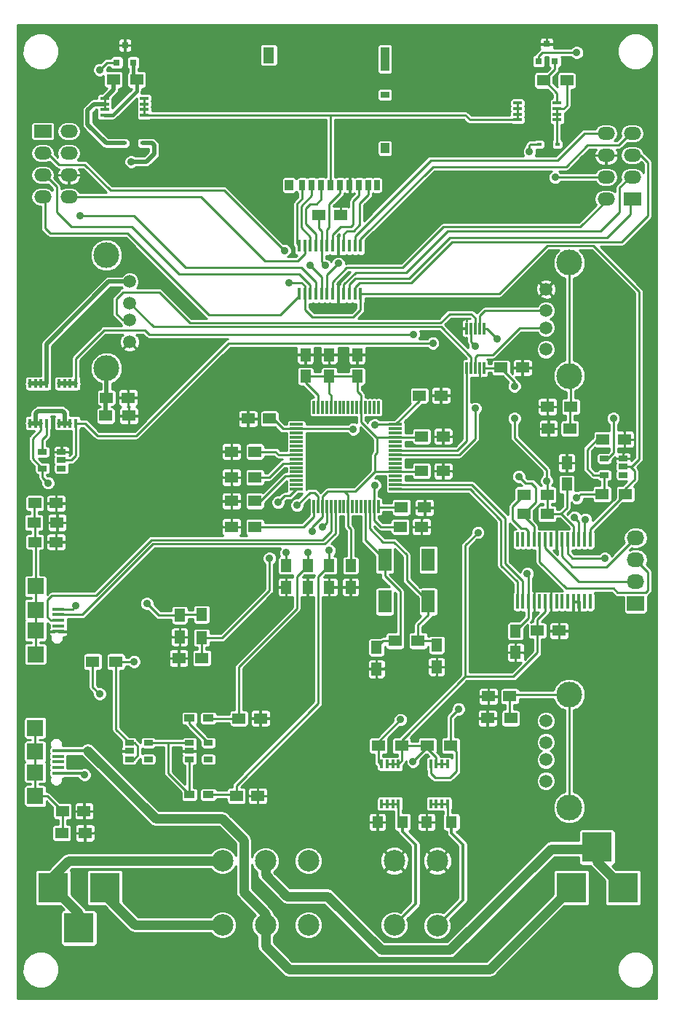
<source format=gtl>
G04 #@! TF.FileFunction,Copper,L1,Top,Signal*
%FSLAX46Y46*%
G04 Gerber Fmt 4.6, Leading zero omitted, Abs format (unit mm)*
G04 Created by KiCad (PCBNEW 4.0.2-stable) date Tuesday, 19 July 2016 02:12:12*
%MOMM*%
G01*
G04 APERTURE LIST*
%ADD10C,0.100000*%
%ADD11R,1.060000X0.650000*%
%ADD12R,1.500000X1.250000*%
%ADD13R,1.500000X1.300000*%
%ADD14R,1.021080X0.408940*%
%ADD15R,0.299720X1.450000*%
%ADD16R,0.419100X1.470660*%
%ADD17R,1.250000X1.500000*%
%ADD18R,1.300480X1.399540*%
%ADD19R,0.408940X1.021080*%
%ADD20R,1.300000X1.500000*%
%ADD21C,2.500000*%
%ADD22R,0.406400X1.651000*%
%ADD23R,0.800100X0.800100*%
%ADD24R,1.300000X1.900000*%
%ADD25R,1.000000X2.800000*%
%ADD26R,0.700000X1.200000*%
%ADD27R,1.000000X1.200000*%
%ADD28R,0.650000X1.200000*%
%ADD29R,1.000000X0.800000*%
%ADD30C,2.999740*%
%ADD31C,1.501140*%
%ADD32O,2.000000X1.500000*%
%ADD33R,2.000000X1.500000*%
%ADD34R,3.500120X3.500120*%
%ADD35R,1.897380X1.897380*%
%ADD36R,1.348740X0.398780*%
%ADD37R,1.346200X0.398780*%
%ADD38R,0.590000X0.450000*%
%ADD39R,1.200000X0.900000*%
%ADD40R,1.550000X2.618200*%
%ADD41R,2.032000X1.727200*%
%ADD42O,2.032000X1.727200*%
%ADD43R,1.500000X0.300000*%
%ADD44R,0.300000X1.500000*%
%ADD45R,4.200000X4.200000*%
%ADD46C,0.910000*%
%ADD47C,0.508000*%
%ADD48C,0.254000*%
%ADD49C,0.360000*%
%ADD50C,1.116000*%
%ADD51C,0.400000*%
G04 APERTURE END LIST*
D10*
D11*
X189149520Y-86320480D03*
X189149520Y-85370480D03*
X189149520Y-84420480D03*
X186949520Y-84420480D03*
X186949520Y-86320480D03*
D12*
X186799520Y-82195480D03*
X189299520Y-82195480D03*
D13*
X186699520Y-88545480D03*
X189399520Y-88545480D03*
D14*
X128835020Y-42570388D03*
X128835020Y-43220628D03*
X128835020Y-43870868D03*
X128835020Y-44521108D03*
X133437500Y-44521108D03*
X133437500Y-43870868D03*
X133437500Y-43220628D03*
X133437500Y-42570388D03*
D15*
X172950280Y-69299240D03*
X172449900Y-69299240D03*
X171949520Y-69299240D03*
X171449140Y-69299240D03*
X170948760Y-69299240D03*
X170948760Y-73901720D03*
X171449140Y-73901720D03*
X171949520Y-73901720D03*
X172449900Y-73901720D03*
X172950280Y-73901720D03*
D16*
X155354640Y-59711400D03*
X154704400Y-59711400D03*
X154054160Y-59711400D03*
X153403920Y-59711400D03*
X157295200Y-65304480D03*
X157305360Y-59711400D03*
X156655120Y-59711400D03*
X156004880Y-59711400D03*
X152753680Y-65309560D03*
X153403920Y-65309560D03*
X154054160Y-65309560D03*
X154704400Y-65309560D03*
X155354640Y-65309560D03*
X156004880Y-65309560D03*
X152753680Y-59711400D03*
X156655120Y-65304480D03*
X157955600Y-59711400D03*
X152103440Y-59711400D03*
X152103440Y-65309560D03*
X157955600Y-65309560D03*
X158603300Y-59711400D03*
X151455740Y-59711400D03*
X151455740Y-65309560D03*
X158603300Y-65309560D03*
D17*
X137559520Y-102630480D03*
X137559520Y-105130480D03*
X176619520Y-104440480D03*
X176619520Y-106940480D03*
D12*
X182949520Y-80925480D03*
X180449520Y-80925480D03*
X129050000Y-77350960D03*
X131550000Y-77350960D03*
X153779520Y-56160480D03*
X156279520Y-56160480D03*
X179179520Y-104420480D03*
X181679520Y-104420480D03*
D17*
X182575200Y-87406800D03*
X182575200Y-84906800D03*
D18*
X160564180Y-126645480D03*
X163464860Y-126645480D03*
X166279180Y-126645480D03*
X169179860Y-126645480D03*
D13*
X127449520Y-108000480D03*
X130149520Y-108000480D03*
D19*
X162989880Y-119899240D03*
X162339640Y-119899240D03*
X161689400Y-119899240D03*
X161039160Y-119899240D03*
X161039160Y-124501720D03*
X161689400Y-124501720D03*
X162339640Y-124501720D03*
X162989880Y-124501720D03*
X168704880Y-119899240D03*
X168054640Y-119899240D03*
X167404400Y-119899240D03*
X166754160Y-119899240D03*
X166754160Y-124501720D03*
X167404400Y-124501720D03*
X168054640Y-124501720D03*
X168704880Y-124501720D03*
D14*
X181460760Y-45070840D03*
X181460760Y-44420600D03*
X181460760Y-43770360D03*
X181460760Y-43120120D03*
X176858280Y-43120120D03*
X176858280Y-43770360D03*
X176858280Y-44420600D03*
X176858280Y-45070840D03*
D20*
X140099520Y-102530480D03*
X140099520Y-105230480D03*
D13*
X183049520Y-78385480D03*
X180349520Y-78385480D03*
X128950000Y-79450960D03*
X131650000Y-79450960D03*
X180299520Y-88600480D03*
X177599520Y-88600480D03*
X163364520Y-117755480D03*
X160664520Y-117755480D03*
X166379520Y-117755480D03*
X169079520Y-117755480D03*
D21*
X167529520Y-131150480D03*
X152529520Y-131150480D03*
X147529520Y-131150480D03*
X142529520Y-131150480D03*
X142529520Y-138600480D03*
X147529520Y-138600480D03*
X152529520Y-138600480D03*
X167519520Y-138660480D03*
X162529520Y-131150480D03*
X162529520Y-138600480D03*
D22*
X181389640Y-93836300D03*
X180739400Y-93836300D03*
X180089160Y-93836300D03*
X179438920Y-93836300D03*
X183340360Y-101034660D03*
X183340360Y-93836300D03*
X182690120Y-93836300D03*
X182039880Y-93836300D03*
X178788680Y-101034660D03*
X179438920Y-101034660D03*
X180089160Y-101034660D03*
X180739400Y-101034660D03*
X181389640Y-101034660D03*
X182039880Y-101034660D03*
X178788680Y-93836300D03*
X182690120Y-101034660D03*
X183990600Y-101034660D03*
X184638300Y-101034660D03*
X185288540Y-101034660D03*
X185288540Y-93836300D03*
X184638300Y-93836300D03*
X183990600Y-93836300D03*
X178138440Y-93836300D03*
X177490740Y-93836300D03*
X176840500Y-93836300D03*
X176840500Y-101034660D03*
X177490740Y-101034660D03*
X178138440Y-101034660D03*
D23*
X130249520Y-38401240D03*
X132149520Y-38401240D03*
X131199520Y-36402260D03*
X179300000Y-38250760D03*
X181200000Y-38250760D03*
X180250000Y-36251780D03*
D13*
X129849520Y-40400480D03*
X132549520Y-40400480D03*
X182600000Y-40500000D03*
X179900000Y-40500000D03*
D19*
X123524160Y-80301720D03*
X124174400Y-80301720D03*
X124824640Y-80301720D03*
X125474880Y-80301720D03*
X125474880Y-75699240D03*
X124824640Y-75699240D03*
X124174400Y-75699240D03*
X123524160Y-75699240D03*
X120124160Y-80301720D03*
X120774400Y-80301720D03*
X121424640Y-80301720D03*
X122074880Y-80301720D03*
X122074880Y-75699240D03*
X121424640Y-75699240D03*
X120774400Y-75699240D03*
X120124160Y-75699240D03*
D13*
X180299520Y-90850480D03*
X177599520Y-90850480D03*
D11*
X123799520Y-85550480D03*
X123799520Y-84600480D03*
X123799520Y-83650480D03*
X121599520Y-83650480D03*
X121599520Y-85550480D03*
D12*
X123934520Y-125375480D03*
X126434520Y-125375480D03*
X175964520Y-112040480D03*
X173464520Y-112040480D03*
D24*
X147929520Y-37555480D03*
D25*
X161429520Y-38005480D03*
D26*
X151829520Y-52655480D03*
X152929520Y-52655480D03*
X154029520Y-52655480D03*
X155129520Y-52655480D03*
X156229520Y-52655480D03*
X157329520Y-52655480D03*
X158429520Y-52655480D03*
X159529520Y-52655480D03*
D27*
X150279520Y-52655480D03*
D28*
X160479520Y-52655480D03*
D29*
X161429520Y-42155480D03*
D27*
X161429520Y-48355480D03*
D30*
X182865380Y-74796460D03*
X182865380Y-61654500D03*
D31*
X180155200Y-71725600D03*
X180155200Y-69226240D03*
X180155200Y-67224720D03*
X180155200Y-64725360D03*
D30*
X129029140Y-60779020D03*
X129029140Y-73920980D03*
D31*
X131739320Y-63849880D03*
X131739320Y-66349240D03*
X131739320Y-68350760D03*
X131739320Y-70850120D03*
D32*
X187164520Y-46635480D03*
X190204520Y-46635480D03*
D33*
X190204520Y-54255480D03*
D32*
X187164520Y-54255480D03*
X190204520Y-51715480D03*
X187164520Y-51715480D03*
X190204520Y-49175480D03*
X187164520Y-49175480D03*
X124670000Y-54010000D03*
X121630000Y-54010000D03*
D33*
X121630000Y-46390000D03*
D32*
X124670000Y-46390000D03*
X121630000Y-48930000D03*
X124670000Y-48930000D03*
X121630000Y-51470000D03*
X124670000Y-51470000D03*
D34*
X183119380Y-134265480D03*
X189118860Y-134265480D03*
X186119120Y-129566480D03*
D30*
X182865380Y-124961460D03*
X182865380Y-111819500D03*
D31*
X180155200Y-121890600D03*
X180155200Y-119391240D03*
X180155200Y-117389720D03*
X180155200Y-114890360D03*
D35*
X120739520Y-118461600D03*
X120739520Y-120859360D03*
X120739520Y-123610180D03*
X120739520Y-115710780D03*
D36*
X123414140Y-118360000D03*
D37*
X123414140Y-119012780D03*
X123414140Y-119660480D03*
X123414140Y-120308180D03*
X123414140Y-120960960D03*
D34*
X128844660Y-134265480D03*
X122845180Y-134265480D03*
X125844920Y-138964480D03*
D13*
X123834520Y-127915480D03*
X126534520Y-127915480D03*
X176064520Y-114580480D03*
X173364520Y-114580480D03*
D38*
X131114520Y-47778480D03*
X133224520Y-47778480D03*
X181484520Y-47905480D03*
X179374520Y-47905480D03*
D12*
X120699520Y-89600480D03*
X123199520Y-89600480D03*
X120699520Y-94100480D03*
X123199520Y-94100480D03*
D17*
X149949520Y-99350480D03*
X149949520Y-96850480D03*
X152449520Y-96850480D03*
X152449520Y-99350480D03*
D12*
X147999520Y-79770480D03*
X145499520Y-79770480D03*
X165699520Y-85850480D03*
X168199520Y-85850480D03*
D17*
X167449520Y-106100480D03*
X167449520Y-108600480D03*
X154949520Y-96850480D03*
X154949520Y-99350480D03*
D12*
X165699520Y-81850480D03*
X168199520Y-81850480D03*
D17*
X158199520Y-74850480D03*
X158199520Y-72350480D03*
D12*
X163199520Y-92350480D03*
X165699520Y-92350480D03*
D17*
X154949520Y-74850480D03*
X154949520Y-72350480D03*
D12*
X165449520Y-77100480D03*
X167949520Y-77100480D03*
D17*
X160449520Y-106350480D03*
X160449520Y-108850480D03*
X152199520Y-74850480D03*
X152199520Y-72350480D03*
D12*
X144149520Y-123600480D03*
X146649520Y-123600480D03*
D17*
X157449520Y-96850480D03*
X157449520Y-99350480D03*
D12*
X144449520Y-114600480D03*
X146949520Y-114600480D03*
D39*
X138689520Y-123470480D03*
X140889520Y-123470480D03*
X138689520Y-114580480D03*
X140889520Y-114580480D03*
D40*
X166484320Y-101038880D03*
X166484320Y-96162080D03*
X161409520Y-96162080D03*
X161414720Y-101038880D03*
D41*
X190589520Y-101245480D03*
D42*
X190589520Y-98705480D03*
X190589520Y-96165480D03*
X190589520Y-93625480D03*
D13*
X137449520Y-107600480D03*
X140149520Y-107600480D03*
X123299520Y-91850480D03*
X120599520Y-91850480D03*
X143599520Y-89350480D03*
X146299520Y-89350480D03*
X143599520Y-92350480D03*
X146299520Y-92350480D03*
X143599520Y-86600480D03*
X146299520Y-86600480D03*
X166049520Y-90100480D03*
X163349520Y-90100480D03*
X143599520Y-83600480D03*
X146299520Y-83600480D03*
X165299520Y-105600480D03*
X162599520Y-105600480D03*
D43*
X151159520Y-80465480D03*
X151159520Y-80965480D03*
X151159520Y-81465480D03*
X151159520Y-81965480D03*
X151159520Y-82465480D03*
X151159520Y-82965480D03*
X151159520Y-83465480D03*
X151159520Y-83965480D03*
X151159520Y-84465480D03*
X151159520Y-84965480D03*
X151159520Y-85465480D03*
X151159520Y-85965480D03*
X151159520Y-86465480D03*
X151159520Y-86965480D03*
X151159520Y-87465480D03*
X151159520Y-87965480D03*
D44*
X153159520Y-89965480D03*
X153659520Y-89965480D03*
X154159520Y-89965480D03*
X154659520Y-89965480D03*
X155159520Y-89965480D03*
X155659520Y-89965480D03*
X156159520Y-89965480D03*
X156659520Y-89965480D03*
X157159520Y-89965480D03*
X157659520Y-89965480D03*
X158159520Y-89965480D03*
X158659520Y-89965480D03*
X159159520Y-89965480D03*
X159659520Y-89965480D03*
X160159520Y-89965480D03*
X160659520Y-89965480D03*
D43*
X162659520Y-87965480D03*
X162659520Y-87465480D03*
X162659520Y-86965480D03*
X162659520Y-86465480D03*
X162659520Y-85965480D03*
X162659520Y-85465480D03*
X162659520Y-84965480D03*
X162659520Y-84465480D03*
X162659520Y-83965480D03*
X162659520Y-83465480D03*
X162659520Y-82965480D03*
X162659520Y-82465480D03*
X162659520Y-81965480D03*
X162659520Y-81465480D03*
X162659520Y-80965480D03*
X162659520Y-80465480D03*
D44*
X160659520Y-78465480D03*
X160159520Y-78465480D03*
X159659520Y-78465480D03*
X159159520Y-78465480D03*
X158659520Y-78465480D03*
X158159520Y-78465480D03*
X157659520Y-78465480D03*
X157159520Y-78465480D03*
X156659520Y-78465480D03*
X156159520Y-78465480D03*
X155659520Y-78465480D03*
X155159520Y-78465480D03*
X154659520Y-78465480D03*
X154159520Y-78465480D03*
X153659520Y-78465480D03*
X153159520Y-78465480D03*
D45*
X156909520Y-84215480D03*
D11*
X131704520Y-117440480D03*
X131704520Y-118390480D03*
X131704520Y-119340480D03*
X133904520Y-119340480D03*
X133904520Y-117440480D03*
X138689520Y-117440480D03*
X138689520Y-118390480D03*
X138689520Y-119340480D03*
X140889520Y-119340480D03*
X140889520Y-117440480D03*
D35*
X120799520Y-102001600D03*
X120799520Y-104399360D03*
X120799520Y-107150180D03*
X120799520Y-99250780D03*
D36*
X123474140Y-101900000D03*
D37*
X123474140Y-102552780D03*
X123474140Y-103200480D03*
X123474140Y-103848180D03*
X123474140Y-104500960D03*
D12*
X174924400Y-73863200D03*
X177424400Y-73863200D03*
D46*
X181750000Y-92000000D03*
X156000000Y-67000000D03*
X155778200Y-87299800D03*
X153720800Y-87579200D03*
X157556200Y-87249000D03*
X153517600Y-86207600D03*
X153339800Y-84226400D03*
X169750000Y-68500000D03*
X153500000Y-82250000D03*
X180250000Y-87000000D03*
X172250000Y-93000000D03*
X176500000Y-76000000D03*
X176500000Y-79750000D03*
X128250000Y-111750000D03*
X164699520Y-119600480D03*
X164750000Y-70000000D03*
X178250000Y-48750000D03*
X181250000Y-51750000D03*
X126000000Y-56250000D03*
X156000000Y-61750000D03*
X152750000Y-62000000D03*
X149750000Y-60250000D03*
X131915520Y-49937480D03*
X163250000Y-114750000D03*
X183500000Y-91250000D03*
X184750000Y-91500000D03*
X170000000Y-113500000D03*
X128250000Y-39250000D03*
X150250000Y-64000000D03*
X177000000Y-86500000D03*
X174500000Y-70500000D03*
X167000000Y-71000000D03*
X154500000Y-62000000D03*
X183750000Y-89000000D03*
X178000000Y-97750000D03*
X188000000Y-79750000D03*
X183750000Y-37250000D03*
X187000000Y-96000000D03*
X157750000Y-81000000D03*
X160250000Y-87500000D03*
X160250000Y-80500000D03*
X154949520Y-95100480D03*
X154199520Y-92350480D03*
X152449520Y-95350480D03*
X152949520Y-92850480D03*
X122250000Y-87250000D03*
X132250000Y-108000000D03*
X133750000Y-101250000D03*
X125500000Y-101500000D03*
X171949520Y-78600480D03*
X171949520Y-71350480D03*
X151199520Y-89850480D03*
X149949520Y-95350480D03*
X126492000Y-121158000D03*
X149000000Y-89500000D03*
X148000000Y-96000000D03*
D47*
X156909520Y-84215480D02*
X156909520Y-86168480D01*
X156909520Y-86168480D02*
X155778200Y-87299800D01*
X156909520Y-84215480D02*
X156909520Y-84390480D01*
X156909520Y-84390480D02*
X153720800Y-87579200D01*
X156909520Y-84215480D02*
X156909520Y-86602320D01*
X156909520Y-86602320D02*
X157556200Y-87249000D01*
X156909520Y-84215480D02*
X155509720Y-84215480D01*
X155509720Y-84215480D02*
X153517600Y-86207600D01*
X156909520Y-84215480D02*
X153350720Y-84215480D01*
X155465480Y-84215480D02*
X156909520Y-84215480D01*
D48*
X181389640Y-92360360D02*
X181750000Y-92000000D01*
X181389640Y-92360360D02*
X181389640Y-93836300D01*
X170948760Y-69299240D02*
X170549240Y-69299240D01*
X170549240Y-69299240D02*
X169750000Y-68500000D01*
X172449900Y-73901720D02*
X172449900Y-75199900D01*
X175635480Y-78385480D02*
X180349520Y-78385480D01*
X172449900Y-75199900D02*
X175635480Y-78385480D01*
X156004880Y-65309560D02*
X156004880Y-66995120D01*
X156004880Y-66995120D02*
X156000000Y-67000000D01*
D47*
X155465480Y-84215480D02*
X153500000Y-82250000D01*
D48*
X137559520Y-105130480D02*
X125380480Y-105130480D01*
X124750960Y-104500960D02*
X123474140Y-104500960D01*
X125380480Y-105130480D02*
X124750960Y-104500960D01*
X182575200Y-87406800D02*
X182575200Y-90170000D01*
X182575200Y-90170000D02*
X181894720Y-90850480D01*
X172950280Y-73901720D02*
X174885880Y-73901720D01*
X174885880Y-73901720D02*
X176500000Y-75515840D01*
X176500000Y-75515840D02*
X176500000Y-76000000D01*
X170750000Y-94500000D02*
X172250000Y-93000000D01*
X170750000Y-94500000D02*
X170750000Y-109750000D01*
X179179520Y-106960480D02*
X179179520Y-104420480D01*
X180089160Y-102210840D02*
X179179520Y-103120480D01*
X180089160Y-101034660D02*
X180089160Y-102210840D01*
X179179520Y-103120480D02*
X179179520Y-104420480D01*
X180250000Y-87000000D02*
X180250000Y-85750000D01*
X176500000Y-82000000D02*
X176500000Y-79750000D01*
X180250000Y-85750000D02*
X176500000Y-82000000D01*
X180299520Y-87049520D02*
X180299520Y-88600480D01*
X180250000Y-87000000D02*
X180299520Y-87049520D01*
X163364520Y-117755480D02*
X163364520Y-117135480D01*
X163364520Y-117135480D02*
X170750000Y-109750000D01*
X176390000Y-109750000D02*
X179179520Y-106960480D01*
X170750000Y-109750000D02*
X176390000Y-109750000D01*
X166379520Y-117755480D02*
X166379520Y-118129520D01*
X166379520Y-118129520D02*
X167404400Y-119154400D01*
X167404400Y-119154400D02*
X167404400Y-119899240D01*
X127449520Y-108000480D02*
X127449520Y-110949520D01*
X127449520Y-110949520D02*
X128250000Y-111750000D01*
X180299520Y-90850480D02*
X180299520Y-88600480D01*
X183340360Y-93836300D02*
X183340360Y-92241320D01*
X181949520Y-90850480D02*
X181894720Y-90850480D01*
X181894720Y-90850480D02*
X180299520Y-90850480D01*
X183340360Y-92241320D02*
X181949520Y-90850480D01*
X168054640Y-119899240D02*
X168704880Y-119899240D01*
X167404400Y-119899240D02*
X168054640Y-119899240D01*
X166379520Y-117755480D02*
X166379520Y-117780480D01*
X162339640Y-119899240D02*
X161689400Y-119899240D01*
X162989880Y-119899240D02*
X162339640Y-119899240D01*
X163364520Y-117755480D02*
X163364520Y-119524600D01*
X163364520Y-119524600D02*
X162989880Y-119899240D01*
X166379520Y-117755480D02*
X163364520Y-117755480D01*
X164699520Y-119600480D02*
X166379520Y-117920480D01*
X166379520Y-117920480D02*
X166379520Y-117755480D01*
D49*
X163464860Y-126645480D02*
X163464860Y-127714860D01*
X165000000Y-136130000D02*
X162529520Y-138600480D01*
X165000000Y-129250000D02*
X165000000Y-136130000D01*
X163464860Y-127714860D02*
X165000000Y-129250000D01*
D48*
X162989880Y-124501720D02*
X162989880Y-126170500D01*
X162989880Y-126170500D02*
X163464860Y-126645480D01*
X162339640Y-124501720D02*
X162989880Y-124501720D01*
X161689400Y-124501720D02*
X162339640Y-124501720D01*
X161039160Y-124501720D02*
X161689400Y-124501720D01*
D47*
X131114520Y-47778480D02*
X128994520Y-47778480D01*
X127583372Y-43220628D02*
X128835020Y-43220628D01*
X126835520Y-43968480D02*
X127583372Y-43220628D01*
X126835520Y-45619480D02*
X126835520Y-43968480D01*
X128994520Y-47778480D02*
X126835520Y-45619480D01*
X129849520Y-40400480D02*
X129849520Y-41555888D01*
X129849520Y-41555888D02*
X128835020Y-42570388D01*
D48*
X128835020Y-43870868D02*
X128835020Y-43220628D01*
X128835020Y-43220628D02*
X128835020Y-42570388D01*
X151829520Y-52655480D02*
X151829520Y-54220480D01*
X151199520Y-59455180D02*
X151455740Y-59711400D01*
X151199520Y-54850480D02*
X151199520Y-59455180D01*
X151829520Y-54220480D02*
X151199520Y-54850480D01*
X152929520Y-52655480D02*
X152929520Y-53870480D01*
X152753680Y-58654640D02*
X152753680Y-59711400D01*
X151699520Y-57600480D02*
X152753680Y-58654640D01*
X151699520Y-55100480D02*
X151699520Y-57600480D01*
X152929520Y-53870480D02*
X151699520Y-55100480D01*
X156229520Y-52655480D02*
X156229520Y-53570480D01*
X154704400Y-57845600D02*
X154704400Y-59711400D01*
X154949520Y-57600480D02*
X154704400Y-57845600D01*
X154949520Y-54850480D02*
X154949520Y-57600480D01*
X156229520Y-53570480D02*
X154949520Y-54850480D01*
X155354640Y-59711400D02*
X155354640Y-58395360D01*
X158429520Y-53820480D02*
X158429520Y-52655480D01*
X157750000Y-54500000D02*
X158429520Y-53820480D01*
X157750000Y-57250000D02*
X157750000Y-54500000D01*
X157500000Y-57500000D02*
X157750000Y-57250000D01*
X156250000Y-57500000D02*
X157500000Y-57500000D01*
X155354640Y-58395360D02*
X156250000Y-57500000D01*
X156655120Y-59711400D02*
X156655120Y-58344880D01*
X159529520Y-53720480D02*
X159529520Y-52655480D01*
X158500000Y-54750000D02*
X159529520Y-53720480D01*
X158500000Y-57250000D02*
X158500000Y-54750000D01*
X157795998Y-57954002D02*
X158500000Y-57250000D01*
X157045998Y-57954002D02*
X157795998Y-57954002D01*
X156655120Y-58344880D02*
X157045998Y-57954002D01*
X125474880Y-75699240D02*
X125474880Y-72775120D01*
X134000000Y-70000000D02*
X164750000Y-70000000D01*
X133500000Y-69500000D02*
X134000000Y-70000000D01*
X128750000Y-69500000D02*
X133500000Y-69500000D01*
X125474880Y-72775120D02*
X128750000Y-69500000D01*
D47*
X124824640Y-75699240D02*
X125474880Y-75699240D01*
X124174400Y-75699240D02*
X124824640Y-75699240D01*
X123524160Y-75699240D02*
X124174400Y-75699240D01*
D48*
X157955600Y-59711400D02*
X157955600Y-58544400D01*
X184614520Y-46635480D02*
X187414520Y-46635480D01*
X181500000Y-49750000D02*
X184614520Y-46635480D01*
X166750000Y-49750000D02*
X181500000Y-49750000D01*
X157955600Y-58544400D02*
X166750000Y-49750000D01*
X158603300Y-59711400D02*
X158603300Y-58896700D01*
X188590000Y-48000000D02*
X189954520Y-46635480D01*
X185000000Y-48000000D02*
X188590000Y-48000000D01*
X182500000Y-50500000D02*
X185000000Y-48000000D01*
X167000000Y-50500000D02*
X182500000Y-50500000D01*
X158603300Y-58896700D02*
X167000000Y-50500000D01*
X157295200Y-65304480D02*
X157295200Y-64204800D01*
X189954520Y-56045480D02*
X189954520Y-54255480D01*
X187250000Y-58750000D02*
X189954520Y-56045480D01*
X169000000Y-58750000D02*
X187250000Y-58750000D01*
X164250000Y-63500000D02*
X169000000Y-58750000D01*
X158000000Y-63500000D02*
X164250000Y-63500000D01*
X157295200Y-64204800D02*
X158000000Y-63500000D01*
X155354640Y-65309560D02*
X155354640Y-63895360D01*
X184170000Y-57500000D02*
X187414520Y-54255480D01*
X168250000Y-57500000D02*
X184170000Y-57500000D01*
X163500000Y-62250000D02*
X168250000Y-57500000D01*
X157000000Y-62250000D02*
X163500000Y-62250000D01*
X155354640Y-63895360D02*
X157000000Y-62250000D01*
X156655120Y-65304480D02*
X156655120Y-64202824D01*
X188750000Y-52920000D02*
X189954520Y-51715480D01*
X188750000Y-55750000D02*
X188750000Y-52920000D01*
X186500000Y-58000000D02*
X188750000Y-55750000D01*
X168750000Y-58000000D02*
X186500000Y-58000000D01*
X163946028Y-62803972D02*
X168750000Y-58000000D01*
X158053972Y-62803972D02*
X163946028Y-62803972D01*
X156655120Y-64202824D02*
X158053972Y-62803972D01*
X187414520Y-51715480D02*
X181284520Y-51715480D01*
X178344520Y-47905480D02*
X179374520Y-47905480D01*
X178250000Y-48000000D02*
X178344520Y-47905480D01*
X178250000Y-48750000D02*
X178250000Y-48000000D01*
X181284520Y-51715480D02*
X181250000Y-51750000D01*
X189954520Y-49175480D02*
X191175480Y-49175480D01*
X191175480Y-49175480D02*
X192000000Y-50000000D01*
X192000000Y-50000000D02*
X192000000Y-56250000D01*
X192000000Y-56250000D02*
X189000000Y-59250000D01*
X189000000Y-59250000D02*
X169250000Y-59250000D01*
X169250000Y-59250000D02*
X164500000Y-64000000D01*
X164500000Y-64000000D02*
X158500000Y-64000000D01*
X158500000Y-64000000D02*
X157955600Y-64544400D01*
X157955600Y-64544400D02*
X157955600Y-65309560D01*
X152103440Y-59711400D02*
X152103440Y-60646560D01*
X140010000Y-54010000D02*
X124420000Y-54010000D01*
X147500000Y-61500000D02*
X140010000Y-54010000D01*
X151250000Y-61500000D02*
X147500000Y-61500000D01*
X152103440Y-60646560D02*
X151250000Y-61500000D01*
X124460000Y-54050000D02*
X124420000Y-54010000D01*
X131500000Y-58250000D02*
X122500000Y-58250000D01*
X141000000Y-67750000D02*
X131500000Y-58250000D01*
X149250000Y-67750000D02*
X141000000Y-67750000D01*
X151455740Y-65544260D02*
X149250000Y-67750000D01*
X121880000Y-57630000D02*
X121880000Y-54010000D01*
X122500000Y-58250000D02*
X121880000Y-57630000D01*
X151455740Y-65309560D02*
X151455740Y-65544260D01*
X153403920Y-65309560D02*
X153403920Y-63903920D01*
X132250000Y-56250000D02*
X126000000Y-56250000D01*
X138250000Y-62250000D02*
X132250000Y-56250000D01*
X151750000Y-62250000D02*
X138250000Y-62250000D01*
X153403920Y-63903920D02*
X151750000Y-62250000D01*
X121880000Y-46390000D02*
X121460000Y-46390000D01*
X154704400Y-65309560D02*
X154704400Y-63045600D01*
X154704400Y-63045600D02*
X156000000Y-61750000D01*
X121880000Y-48930000D02*
X122180000Y-48930000D01*
X122180000Y-48930000D02*
X123500000Y-50250000D01*
X154054160Y-63304160D02*
X154054160Y-65309560D01*
X152750000Y-62000000D02*
X154054160Y-63304160D01*
X142750000Y-53250000D02*
X149750000Y-60250000D01*
X129500000Y-53250000D02*
X142750000Y-53250000D01*
X126500000Y-50250000D02*
X129500000Y-53250000D01*
X123500000Y-50250000D02*
X126500000Y-50250000D01*
X121880000Y-48930000D02*
X121880000Y-48980000D01*
D47*
X134328520Y-47778480D02*
X133224520Y-47778480D01*
X134582520Y-48032480D02*
X134328520Y-47778480D01*
X134582520Y-49048480D02*
X134582520Y-48032480D01*
X133693520Y-49937480D02*
X134582520Y-49048480D01*
X131915520Y-49937480D02*
X133693520Y-49937480D01*
D48*
X152753680Y-65309560D02*
X152753680Y-64253680D01*
X123250000Y-52840000D02*
X121880000Y-51470000D01*
X123250000Y-55750000D02*
X123250000Y-52840000D01*
X125000000Y-57500000D02*
X123250000Y-55750000D01*
X132000000Y-57500000D02*
X125000000Y-57500000D01*
X137500000Y-63000000D02*
X132000000Y-57500000D01*
X151500000Y-63000000D02*
X137500000Y-63000000D01*
X152753680Y-64253680D02*
X151500000Y-63000000D01*
D50*
X122845180Y-134265480D02*
X122845180Y-132904820D01*
X122845180Y-132904820D02*
X124599520Y-131150480D01*
X124599520Y-131150480D02*
X142529520Y-131150480D01*
X125844920Y-138964480D02*
X125844920Y-137265220D01*
X125844920Y-137265220D02*
X122845180Y-134265480D01*
X128844660Y-134265480D02*
X128844660Y-135094660D01*
X128844660Y-135094660D02*
X132350480Y-138600480D01*
X132350480Y-138600480D02*
X142529520Y-138600480D01*
D48*
X183990600Y-93836300D02*
X183990600Y-91740600D01*
X163250000Y-114750000D02*
X160664520Y-117335480D01*
X183990600Y-91740600D02*
X183500000Y-91250000D01*
X160664520Y-117335480D02*
X160664520Y-117755480D01*
X161039160Y-119899240D02*
X160899240Y-119899240D01*
X160899240Y-119899240D02*
X160664520Y-119664520D01*
X160664520Y-119664520D02*
X160664520Y-117755480D01*
X169079520Y-117755480D02*
X169079520Y-114420480D01*
X184638300Y-91611700D02*
X184638300Y-93836300D01*
X184750000Y-91500000D02*
X184638300Y-91611700D01*
X169079520Y-114420480D02*
X170000000Y-113500000D01*
X166754160Y-119899240D02*
X166754160Y-121004160D01*
X169750000Y-118425960D02*
X169079520Y-117755480D01*
X169750000Y-120750000D02*
X169750000Y-118425960D01*
X169000000Y-121500000D02*
X169750000Y-120750000D01*
X167250000Y-121500000D02*
X169000000Y-121500000D01*
X166754160Y-121004160D02*
X167250000Y-121500000D01*
X152103440Y-65309560D02*
X152103440Y-67103440D01*
X158603300Y-67146700D02*
X158603300Y-65309560D01*
X157750000Y-68000000D02*
X158603300Y-67146700D01*
X153000000Y-68000000D02*
X157750000Y-68000000D01*
X152103440Y-67103440D02*
X153000000Y-68000000D01*
X191000000Y-84500000D02*
X191000000Y-65000000D01*
X174750000Y-65250000D02*
X180295998Y-59704002D01*
X180295998Y-59704002D02*
X185704002Y-59704002D01*
X185704002Y-59704002D02*
X191000000Y-65000000D01*
X191000000Y-84500000D02*
X190049520Y-85450480D01*
X174750000Y-65250000D02*
X158662860Y-65250000D01*
X158662860Y-65250000D02*
X158603300Y-65309560D01*
X185288540Y-93836300D02*
X185288540Y-92656460D01*
X185288540Y-92656460D02*
X189399520Y-88545480D01*
X152103440Y-65309560D02*
X152103440Y-64353440D01*
X129098760Y-38401240D02*
X130249520Y-38401240D01*
X128250000Y-39250000D02*
X129098760Y-38401240D01*
X151750000Y-64000000D02*
X150250000Y-64000000D01*
X152103440Y-64353440D02*
X151750000Y-64000000D01*
X189399520Y-88545480D02*
X189399520Y-87900480D01*
X189399520Y-87900480D02*
X190449520Y-86850480D01*
X190449520Y-85850480D02*
X190049520Y-85450480D01*
X190449520Y-86850480D02*
X190449520Y-85850480D01*
X190049520Y-85450480D02*
X189969520Y-85370480D01*
X189969520Y-85370480D02*
X189149520Y-85370480D01*
X151159520Y-86465480D02*
X149834520Y-86465480D01*
X149834520Y-86465480D02*
X146949520Y-89350480D01*
X146949520Y-89350480D02*
X146299520Y-89350480D01*
X179000000Y-89450000D02*
X177599520Y-90850480D01*
X179000000Y-87750000D02*
X179000000Y-89450000D01*
X178500000Y-87250000D02*
X179000000Y-87750000D01*
X177750000Y-87250000D02*
X178500000Y-87250000D01*
X177000000Y-86500000D02*
X177750000Y-87250000D01*
X125474880Y-80301720D02*
X126551720Y-80301720D01*
X173299240Y-69299240D02*
X172950280Y-69299240D01*
X174500000Y-70500000D02*
X173299240Y-69299240D01*
X143250000Y-71000000D02*
X167000000Y-71000000D01*
X132500000Y-81750000D02*
X143250000Y-71000000D01*
X128000000Y-81750000D02*
X132500000Y-81750000D01*
X126551720Y-80301720D02*
X128000000Y-81750000D01*
X177599520Y-90850480D02*
X177599520Y-91099520D01*
X177599520Y-91099520D02*
X178788680Y-92288680D01*
X178788680Y-92288680D02*
X178788680Y-93836300D01*
X125474880Y-80301720D02*
X125474880Y-84075120D01*
X124949520Y-84600480D02*
X123799520Y-84600480D01*
X125474880Y-84075120D02*
X124949520Y-84600480D01*
X154054160Y-61554160D02*
X154500000Y-62000000D01*
X154054160Y-59711400D02*
X154054160Y-61554160D01*
X183750000Y-89000000D02*
X184204520Y-88545480D01*
X184204520Y-88545480D02*
X186699520Y-88545480D01*
X178138440Y-97888440D02*
X178138440Y-101034660D01*
X178000000Y-97750000D02*
X178138440Y-97888440D01*
X178138440Y-101034660D02*
X178138440Y-102921560D01*
X178138440Y-102921560D02*
X176619520Y-104440480D01*
X186949520Y-86320480D02*
X186949520Y-88295480D01*
X186949520Y-88295480D02*
X186699520Y-88545480D01*
X186799520Y-82195480D02*
X186104520Y-82195480D01*
X186104520Y-82195480D02*
X184949520Y-83350480D01*
X184949520Y-83350480D02*
X184949520Y-85600480D01*
X184949520Y-85600480D02*
X185669520Y-86320480D01*
X185669520Y-86320480D02*
X186949520Y-86320480D01*
X153779520Y-56160480D02*
X153779520Y-57680480D01*
X153779520Y-57680480D02*
X154054160Y-57955120D01*
X154054160Y-57955120D02*
X154054160Y-59711400D01*
X154029520Y-52655480D02*
X154029520Y-54270480D01*
X153403920Y-58304880D02*
X153403920Y-59711400D01*
X152199520Y-57100480D02*
X153403920Y-58304880D01*
X152199520Y-55350480D02*
X152199520Y-57100480D01*
X152699520Y-54850480D02*
X152199520Y-55350480D01*
X153449520Y-54850480D02*
X152699520Y-54850480D01*
X154029520Y-54270480D02*
X153449520Y-54850480D01*
X155129520Y-52655480D02*
X155129520Y-44521108D01*
X155250000Y-44500000D02*
X155250000Y-44521108D01*
X155150628Y-44500000D02*
X155250000Y-44500000D01*
X155129520Y-44521108D02*
X155150628Y-44500000D01*
X133437500Y-44521108D02*
X155250000Y-44521108D01*
X155250000Y-44521108D02*
X170771108Y-44521108D01*
X171320840Y-45070840D02*
X176858280Y-45070840D01*
X170771108Y-44521108D02*
X171320840Y-45070840D01*
X176858280Y-44420600D02*
X176858280Y-45070840D01*
X176858280Y-43770360D02*
X176858280Y-44420600D01*
X176858280Y-43120120D02*
X176858280Y-43770360D01*
X133437500Y-43220628D02*
X133437500Y-43870868D01*
X133437500Y-42570388D02*
X133437500Y-43220628D01*
X133437500Y-43870868D02*
X133437500Y-44521108D01*
X186949520Y-84420480D02*
X187329520Y-84420480D01*
X187329520Y-84420480D02*
X188000000Y-83750000D01*
X188000000Y-83750000D02*
X188000000Y-79750000D01*
X183750000Y-37250000D02*
X179750000Y-37250000D01*
X179750000Y-37250000D02*
X179300000Y-37700000D01*
X179300000Y-37700000D02*
X179300000Y-38250760D01*
D47*
X131739320Y-63849880D02*
X129300120Y-63849880D01*
X129300120Y-63849880D02*
X122074880Y-71075120D01*
X122074880Y-71075120D02*
X122074880Y-75699240D01*
X121424640Y-75699240D02*
X122074880Y-75699240D01*
X120774400Y-75699240D02*
X121424640Y-75699240D01*
X120124160Y-75699240D02*
X120774400Y-75699240D01*
D48*
X182690120Y-93836300D02*
X182690120Y-95440120D01*
X183250000Y-96000000D02*
X187000000Y-96000000D01*
X182690120Y-95440120D02*
X183250000Y-96000000D01*
X151159520Y-80965480D02*
X157715480Y-80965480D01*
X149564520Y-80965480D02*
X151159520Y-80965480D01*
X160159520Y-87590480D02*
X160159520Y-89965480D01*
X160250000Y-87500000D02*
X160159520Y-87590480D01*
X160284520Y-80465480D02*
X162659520Y-80465480D01*
X160250000Y-80500000D02*
X160284520Y-80465480D01*
X165449520Y-77100480D02*
X165449520Y-77675480D01*
X165449520Y-77675480D02*
X162659520Y-80465480D01*
X140889520Y-123470480D02*
X144019520Y-123470480D01*
X144019520Y-123470480D02*
X144149520Y-123600480D01*
X144149520Y-123600480D02*
X144149520Y-122400480D01*
X153699520Y-98100480D02*
X154949520Y-96850480D01*
X153699520Y-112850480D02*
X153699520Y-98100480D01*
X144149520Y-122400480D02*
X153699520Y-112850480D01*
X154949520Y-96850480D02*
X154949520Y-95100480D01*
X154659520Y-91890480D02*
X154659520Y-89965480D01*
X154199520Y-92350480D02*
X154659520Y-91890480D01*
X163199520Y-92350480D02*
X160949520Y-92350480D01*
X160949520Y-92350480D02*
X160159520Y-91560480D01*
X160159520Y-91560480D02*
X160159520Y-89965480D01*
X147999520Y-79770480D02*
X148369520Y-79770480D01*
X148369520Y-79770480D02*
X149564520Y-80965480D01*
X160500000Y-81965480D02*
X160500000Y-83750000D01*
X160284520Y-83965480D02*
X160284520Y-85965480D01*
X160500000Y-83750000D02*
X160284520Y-83965480D01*
X162659520Y-81965480D02*
X160500000Y-81965480D01*
X160500000Y-81965480D02*
X160465480Y-81965480D01*
X158659520Y-80159520D02*
X158659520Y-78465480D01*
X160465480Y-81965480D02*
X158659520Y-80159520D01*
X162659520Y-85965480D02*
X160284520Y-85965480D01*
X158000000Y-88250000D02*
X156750000Y-88250000D01*
X160284520Y-85965480D02*
X158000000Y-88250000D01*
X154159520Y-89965480D02*
X154159520Y-88840480D01*
X154159520Y-88840480D02*
X154750000Y-88250000D01*
X154750000Y-88250000D02*
X156750000Y-88250000D01*
X157159520Y-88659520D02*
X157159520Y-89965480D01*
X156750000Y-88250000D02*
X157159520Y-88659520D01*
X144449520Y-114600480D02*
X140909520Y-114600480D01*
X140909520Y-114600480D02*
X140889520Y-114580480D01*
X144449520Y-114600480D02*
X144449520Y-108600480D01*
X151199520Y-98100480D02*
X152449520Y-96850480D01*
X151199520Y-101850480D02*
X151199520Y-98100480D01*
X144449520Y-108600480D02*
X151199520Y-101850480D01*
X154159520Y-89965480D02*
X154159520Y-91140480D01*
X152449520Y-95350480D02*
X152449520Y-96850480D01*
X152949520Y-92350480D02*
X152949520Y-92850480D01*
X154159520Y-91140480D02*
X152949520Y-92350480D01*
X157449520Y-96850480D02*
X157449520Y-92600480D01*
X157449520Y-92600480D02*
X157159520Y-92310480D01*
X157159520Y-92310480D02*
X157159520Y-89965480D01*
X162659520Y-81965480D02*
X165584520Y-81965480D01*
X165584520Y-81965480D02*
X165699520Y-81850480D01*
X162659520Y-85965480D02*
X165584520Y-85965480D01*
X165584520Y-85965480D02*
X165699520Y-85850480D01*
X154949520Y-74850480D02*
X158199520Y-74850480D01*
X152199520Y-74850480D02*
X154949520Y-74850480D01*
X154949520Y-74850480D02*
X154949520Y-76850480D01*
X154949520Y-76850480D02*
X155159520Y-77060480D01*
X155159520Y-77060480D02*
X155159520Y-78465480D01*
X158199520Y-74850480D02*
X158199520Y-76600480D01*
X158659520Y-77060480D02*
X158659520Y-78465480D01*
X158199520Y-76600480D02*
X158659520Y-77060480D01*
X152199520Y-74850480D02*
X152199520Y-75600480D01*
X152199520Y-75600480D02*
X153659520Y-77060480D01*
X153659520Y-77060480D02*
X153659520Y-78465480D01*
X182600000Y-40500000D02*
X182600000Y-43400000D01*
X182229640Y-43770360D02*
X181460760Y-43770360D01*
X182600000Y-43400000D02*
X182229640Y-43770360D01*
X181460760Y-45070840D02*
X181460760Y-47881720D01*
X181460760Y-47881720D02*
X181484520Y-47905480D01*
X181460760Y-44420600D02*
X181460760Y-45070840D01*
X181460760Y-43770360D02*
X181460760Y-44420600D01*
D49*
X169179860Y-126645480D02*
X169179860Y-127929860D01*
X170500000Y-135680000D02*
X167519520Y-138660480D01*
X170500000Y-129250000D02*
X170500000Y-135680000D01*
X169179860Y-127929860D02*
X170500000Y-129250000D01*
D48*
X168704880Y-124501720D02*
X168704880Y-126170500D01*
X168704880Y-126170500D02*
X169179860Y-126645480D01*
X168054640Y-124501720D02*
X168704880Y-124501720D01*
X167404400Y-124501720D02*
X168054640Y-124501720D01*
X166754160Y-124501720D02*
X167404400Y-124501720D01*
X121599520Y-86599520D02*
X121599520Y-85550480D01*
X122250000Y-87250000D02*
X121599520Y-86599520D01*
X132249520Y-108000480D02*
X130149520Y-108000480D01*
X132250000Y-108000000D02*
X132249520Y-108000480D01*
X123474140Y-101900000D02*
X125100000Y-101900000D01*
X135130480Y-102630480D02*
X137559520Y-102630480D01*
X133750000Y-101250000D02*
X135130480Y-102630480D01*
X125100000Y-101900000D02*
X125500000Y-101500000D01*
X140099520Y-102530480D02*
X137659520Y-102530480D01*
X137659520Y-102530480D02*
X137559520Y-102630480D01*
X130149520Y-108000480D02*
X130149520Y-115885480D01*
X130149520Y-115885480D02*
X131704520Y-117440480D01*
X131704520Y-119340480D02*
X132209520Y-119340480D01*
X132209520Y-119340480D02*
X132699520Y-118850480D01*
X132699520Y-118850480D02*
X132699520Y-117850480D01*
X132699520Y-117850480D02*
X132289520Y-117440480D01*
X132289520Y-117440480D02*
X131704520Y-117440480D01*
X121424640Y-80301720D02*
X121424640Y-81125360D01*
X121424640Y-81125360D02*
X120449520Y-82100480D01*
X120449520Y-82100480D02*
X120449520Y-84400480D01*
X120449520Y-84400480D02*
X121599520Y-85550480D01*
D47*
X123950000Y-78900000D02*
X124174400Y-79124400D01*
X124174400Y-79124400D02*
X124174400Y-80301720D01*
X121050000Y-78900000D02*
X123950000Y-78900000D01*
X120774400Y-79175600D02*
X121050000Y-78900000D01*
X120774400Y-80301720D02*
X120774400Y-79175600D01*
X124174400Y-80301720D02*
X124816409Y-80301720D01*
X123524160Y-80301720D02*
X124174400Y-80301720D01*
X120774400Y-80301720D02*
X121416409Y-80301720D01*
X120124160Y-80301720D02*
X120774400Y-80301720D01*
D48*
X165299520Y-105600480D02*
X166949520Y-105600480D01*
X166949520Y-105600480D02*
X167449520Y-106100480D01*
X166484320Y-101038880D02*
X166484320Y-102565680D01*
X165299520Y-103750480D02*
X165299520Y-105600480D01*
X166484320Y-102565680D02*
X165299520Y-103750480D01*
X159659520Y-89965480D02*
X159659520Y-92560480D01*
X163949520Y-98504080D02*
X166484320Y-101038880D01*
X163949520Y-95600480D02*
X163949520Y-98504080D01*
X162449520Y-94100480D02*
X163949520Y-95600480D01*
X161199520Y-94100480D02*
X162449520Y-94100480D01*
X159659520Y-92560480D02*
X161199520Y-94100480D01*
X161409520Y-96162080D02*
X161409520Y-98060480D01*
X163199520Y-99850480D02*
X163199520Y-105000480D01*
X161409520Y-98060480D02*
X163199520Y-99850480D01*
X163199520Y-105000480D02*
X162599520Y-105600480D01*
X162599520Y-105600480D02*
X161199520Y-105600480D01*
X161199520Y-105600480D02*
X160449520Y-106350480D01*
X159159520Y-89965480D02*
X159159520Y-93912080D01*
X159159520Y-93912080D02*
X161409520Y-96162080D01*
X138689520Y-114580480D02*
X138689520Y-115240480D01*
X138689520Y-115240480D02*
X140889520Y-117440480D01*
X138689520Y-119340480D02*
X138689520Y-123470480D01*
X136199520Y-117440480D02*
X136199520Y-120980480D01*
X136199520Y-120980480D02*
X138689520Y-123470480D01*
X133904520Y-117440480D02*
X136199520Y-117440480D01*
X136199520Y-117440480D02*
X138689520Y-117440480D01*
X123474140Y-102552780D02*
X126247220Y-102552780D01*
X155659520Y-93140480D02*
X155659520Y-89965480D01*
X154449520Y-94350480D02*
X155659520Y-93140480D01*
X134449520Y-94350480D02*
X154449520Y-94350480D01*
X126247220Y-102552780D02*
X134449520Y-94350480D01*
X155159520Y-89965480D02*
X155159520Y-92890480D01*
X122549520Y-103200480D02*
X123474140Y-103200480D01*
X122199520Y-102850480D02*
X122549520Y-103200480D01*
X122199520Y-100850480D02*
X122199520Y-102850480D01*
X122699520Y-100350480D02*
X122199520Y-100850480D01*
X127807464Y-100350480D02*
X122699520Y-100350480D01*
X134307464Y-93850480D02*
X127807464Y-100350480D01*
X154199520Y-93850480D02*
X134307464Y-93850480D01*
X155159520Y-92890480D02*
X154199520Y-93850480D01*
X162659520Y-87965480D02*
X171314520Y-87965480D01*
X176840500Y-98741460D02*
X176840500Y-101034660D01*
X174949520Y-96850480D02*
X176840500Y-98741460D01*
X174949520Y-91600480D02*
X174949520Y-96850480D01*
X171314520Y-87965480D02*
X174949520Y-91600480D01*
X162659520Y-87465480D02*
X171564520Y-87465480D01*
X177490740Y-98641700D02*
X177490740Y-101034660D01*
X175449520Y-96600480D02*
X177490740Y-98641700D01*
X175449520Y-91350480D02*
X175449520Y-96600480D01*
X171564520Y-87465480D02*
X175449520Y-91350480D01*
X171949520Y-82100480D02*
X171949520Y-78600480D01*
X162659520Y-83965480D02*
X170084520Y-83965480D01*
X171449140Y-70850100D02*
X171449140Y-69299240D01*
X171949520Y-71350480D02*
X171449140Y-70850100D01*
X170084520Y-83965480D02*
X171949520Y-82100480D01*
X170948760Y-82351240D02*
X170948760Y-73901720D01*
X162659520Y-83465480D02*
X169834520Y-83465480D01*
X169834520Y-83465480D02*
X170948760Y-82351240D01*
X180155200Y-69226240D02*
X177073760Y-69226240D01*
X171949520Y-72600480D02*
X171949520Y-73901720D01*
X172199520Y-72350480D02*
X171949520Y-72600480D01*
X173949520Y-72350480D02*
X172199520Y-72350480D01*
X177073760Y-69226240D02*
X173949520Y-72350480D01*
X180155200Y-67224720D02*
X173075280Y-67224720D01*
X172449900Y-67850100D02*
X172449900Y-69299240D01*
X173075280Y-67224720D02*
X172449900Y-67850100D01*
X171449140Y-73901720D02*
X171449140Y-72600860D01*
X134490560Y-69100480D02*
X131739320Y-66349240D01*
X167948760Y-69100480D02*
X134490560Y-69100480D01*
X171449140Y-72600860D02*
X167948760Y-69100480D01*
X171949520Y-69299240D02*
X171949520Y-68100480D01*
X130949800Y-68350760D02*
X130199520Y-67600480D01*
X130199520Y-67600480D02*
X130199520Y-65850480D01*
X130199520Y-65850480D02*
X130949520Y-65100480D01*
X130949520Y-65100480D02*
X135199520Y-65100480D01*
X130949800Y-68350760D02*
X131739320Y-68350760D01*
X138745518Y-68646478D02*
X135199520Y-65100480D01*
X167903522Y-68646478D02*
X138745518Y-68646478D01*
X168949520Y-67600480D02*
X167903522Y-68646478D01*
X171449520Y-67600480D02*
X168949520Y-67600480D01*
X171949520Y-68100480D02*
X171449520Y-67600480D01*
X120599520Y-91850480D02*
X120599520Y-89700480D01*
X120599520Y-89700480D02*
X120699520Y-89600480D01*
X120699520Y-94100480D02*
X120699520Y-91950480D01*
X120699520Y-91950480D02*
X120599520Y-91850480D01*
X120799520Y-99250780D02*
X120799520Y-94200480D01*
X120799520Y-94200480D02*
X120699520Y-94100480D01*
X120799520Y-102001600D02*
X120799520Y-99250780D01*
X120799520Y-104399360D02*
X120799520Y-102001600D01*
X120799520Y-107150180D02*
X120799520Y-104399360D01*
X149949520Y-96850480D02*
X149949520Y-95350480D01*
X153659520Y-88810480D02*
X153659520Y-89965480D01*
X153199520Y-88350480D02*
X153659520Y-88810480D01*
X152699520Y-88350480D02*
X153199520Y-88350480D01*
X151199520Y-89850480D02*
X152699520Y-88350480D01*
X182865380Y-61654500D02*
X182865380Y-74796460D01*
X183049520Y-78385480D02*
X183049520Y-74980600D01*
X183049520Y-74980600D02*
X182865380Y-74796460D01*
X182949520Y-80925480D02*
X182949520Y-78485480D01*
X182949520Y-78485480D02*
X183049520Y-78385480D01*
D47*
X129029140Y-73920980D02*
X129029140Y-76793702D01*
D48*
X129029140Y-76793702D02*
X129050000Y-76814562D01*
X129050000Y-76814562D02*
X129050000Y-77350960D01*
D47*
X129079020Y-77321940D02*
X128950000Y-77450960D01*
X128950000Y-77450960D02*
X128950000Y-79450960D01*
D48*
X123934520Y-125375480D02*
X123934520Y-127815480D01*
X123934520Y-127815480D02*
X123834520Y-127915480D01*
X120739520Y-123610180D02*
X122169220Y-123610180D01*
X122169220Y-123610180D02*
X123934520Y-125375480D01*
X120739520Y-120859360D02*
X120739520Y-123610180D01*
X120739520Y-118461600D02*
X120739520Y-120859360D01*
X120739520Y-115710780D02*
X120739520Y-118461600D01*
X182865380Y-111819500D02*
X176185500Y-111819500D01*
X176185500Y-111819500D02*
X175964520Y-112040480D01*
X182865380Y-111819500D02*
X182865380Y-124961460D01*
X175964520Y-112040480D02*
X175964520Y-114480480D01*
X175964520Y-114480480D02*
X176064520Y-114580480D01*
X180089160Y-93836300D02*
X180089160Y-94839160D01*
X183955480Y-98705480D02*
X190589520Y-98705480D01*
X180089160Y-94839160D02*
X183955480Y-98705480D01*
X179438920Y-93836300D02*
X179438920Y-96438920D01*
X192000000Y-97575960D02*
X190589520Y-96165480D01*
X192000000Y-99750000D02*
X192000000Y-97575960D01*
X191750000Y-100000000D02*
X192000000Y-99750000D01*
X188500000Y-100000000D02*
X191750000Y-100000000D01*
X188000000Y-99500000D02*
X188500000Y-100000000D01*
X182500000Y-99500000D02*
X188000000Y-99500000D01*
X179438920Y-96438920D02*
X182500000Y-99500000D01*
X182039880Y-93836300D02*
X182039880Y-95789880D01*
X187215000Y-97000000D02*
X190589520Y-93625480D01*
X183250000Y-97000000D02*
X187215000Y-97000000D01*
X182039880Y-95789880D02*
X183250000Y-97000000D01*
D50*
X147529520Y-138600480D02*
X147529520Y-141029520D01*
X173634860Y-143750000D02*
X183119380Y-134265480D01*
X150250000Y-143750000D02*
X173634860Y-143750000D01*
X147529520Y-141029520D02*
X150250000Y-143750000D01*
D49*
X123414140Y-118360000D02*
X126860000Y-118360000D01*
D50*
X147529520Y-137279520D02*
X147529520Y-138600480D01*
X142500000Y-126250000D02*
X134750000Y-126250000D01*
X145000000Y-128750000D02*
X142500000Y-126250000D01*
X145000000Y-134750000D02*
X145000000Y-128750000D01*
X147529520Y-137279520D02*
X145000000Y-134750000D01*
X126860000Y-118360000D02*
X134750000Y-126250000D01*
D49*
X123414140Y-120960960D02*
X126294960Y-120960960D01*
X126294960Y-120960960D02*
X126492000Y-121158000D01*
D50*
X147529520Y-131150480D02*
X147529520Y-132779520D01*
X180750000Y-129750000D02*
X185935600Y-129750000D01*
X169000000Y-141500000D02*
X180750000Y-129750000D01*
X161000000Y-141500000D02*
X169000000Y-141500000D01*
X154750000Y-135250000D02*
X161000000Y-141500000D01*
X150000000Y-135250000D02*
X154750000Y-135250000D01*
X147529520Y-132779520D02*
X150000000Y-135250000D01*
X185935600Y-129750000D02*
X186119120Y-129566480D01*
X186119120Y-129566480D02*
X186119120Y-131265740D01*
X186119120Y-131265740D02*
X189118860Y-134265480D01*
D48*
X122074880Y-80301720D02*
X122074880Y-81725120D01*
X121599520Y-82200480D02*
X121599520Y-83650480D01*
X122074880Y-81725120D02*
X121599520Y-82200480D01*
X122074880Y-80301720D02*
X122074880Y-80607790D01*
D51*
X132149520Y-38401240D02*
X132149520Y-40000480D01*
X132149520Y-40000480D02*
X132549520Y-40400480D01*
X128835020Y-44521108D02*
X129745560Y-44521108D01*
X132549520Y-41717148D02*
X132549520Y-40400480D01*
X129745560Y-44521108D02*
X132549520Y-41717148D01*
D48*
X179900000Y-40500000D02*
X180000000Y-40500000D01*
X180000000Y-40500000D02*
X181460760Y-41960760D01*
X181460760Y-41960760D02*
X181460760Y-43120120D01*
X181200000Y-38250760D02*
X181200000Y-39200000D01*
X181200000Y-39200000D02*
X179900000Y-40500000D01*
X140099520Y-105230480D02*
X142519520Y-105230480D01*
X150375000Y-88750000D02*
X151159520Y-87965480D01*
X149750000Y-88750000D02*
X150375000Y-88750000D01*
X149000000Y-89500000D02*
X149750000Y-88750000D01*
X148000000Y-99750000D02*
X148000000Y-96000000D01*
X142519520Y-105230480D02*
X148000000Y-99750000D01*
X140099520Y-105230480D02*
X140099520Y-107550480D01*
X140099520Y-107550480D02*
X140149520Y-107600480D01*
X153159520Y-89965480D02*
X153159520Y-91140480D01*
X151949520Y-92350480D02*
X146299520Y-92350480D01*
X153159520Y-91140480D02*
X151949520Y-92350480D01*
X146299520Y-86600480D02*
X147949520Y-86600480D01*
X149584520Y-84965480D02*
X151159520Y-84965480D01*
X147949520Y-86600480D02*
X149584520Y-84965480D01*
X163349520Y-90100480D02*
X160794520Y-90100480D01*
X160794520Y-90100480D02*
X160659520Y-89965480D01*
X146299520Y-83600480D02*
X148699520Y-83600480D01*
X149064520Y-83965480D02*
X151159520Y-83965480D01*
X148699520Y-83600480D02*
X149064520Y-83965480D01*
X177250000Y-92500000D02*
X177750000Y-92500000D01*
X176250000Y-91500000D02*
X177250000Y-92500000D01*
X176250000Y-90000000D02*
X176250000Y-91500000D01*
X177599520Y-88650480D02*
X176250000Y-90000000D01*
X178138440Y-92888440D02*
X178138440Y-93836300D01*
X177750000Y-92500000D02*
X178138440Y-92888440D01*
X177599520Y-88600480D02*
X177599520Y-88650480D01*
G36*
X193072520Y-147144480D02*
X118655520Y-147144480D01*
X118655520Y-144212502D01*
X119243151Y-144212502D01*
X119566893Y-144996018D01*
X120165829Y-145596001D01*
X120948778Y-145921110D01*
X121796542Y-145921849D01*
X122580058Y-145598107D01*
X123180041Y-144999171D01*
X123505150Y-144216222D01*
X123505889Y-143368458D01*
X123182147Y-142584942D01*
X122583211Y-141984959D01*
X121800262Y-141659850D01*
X120952498Y-141659111D01*
X120168982Y-141982853D01*
X119568999Y-142581789D01*
X119243890Y-143364738D01*
X119243151Y-144212502D01*
X118655520Y-144212502D01*
X118655520Y-132515420D01*
X120706656Y-132515420D01*
X120706656Y-136015540D01*
X120733223Y-136156730D01*
X120816666Y-136286405D01*
X120943986Y-136373399D01*
X121095120Y-136404004D01*
X123655758Y-136404004D01*
X124080426Y-136828672D01*
X123953670Y-136852523D01*
X123823995Y-136935966D01*
X123737001Y-137063286D01*
X123706396Y-137214420D01*
X123706396Y-140714540D01*
X123732963Y-140855730D01*
X123816406Y-140985405D01*
X123943726Y-141072399D01*
X124094860Y-141103004D01*
X127594980Y-141103004D01*
X127736170Y-141076437D01*
X127865845Y-140992994D01*
X127952839Y-140865674D01*
X127983444Y-140714540D01*
X127983444Y-137214420D01*
X127956877Y-137073230D01*
X127873434Y-136943555D01*
X127746114Y-136856561D01*
X127594980Y-136825956D01*
X126659039Y-136825956D01*
X126508893Y-136601247D01*
X124983704Y-135076058D01*
X124983704Y-132515420D01*
X126706136Y-132515420D01*
X126706136Y-136015540D01*
X126732703Y-136156730D01*
X126816146Y-136286405D01*
X126943466Y-136373399D01*
X127094600Y-136404004D01*
X128826058Y-136404004D01*
X131686507Y-139264453D01*
X131991140Y-139468003D01*
X132350480Y-139539480D01*
X141162311Y-139539480D01*
X141604427Y-139982368D01*
X142203671Y-140231196D01*
X142852523Y-140231762D01*
X143452200Y-139983981D01*
X143911408Y-139525573D01*
X144160236Y-138926329D01*
X144160802Y-138277477D01*
X143913021Y-137677800D01*
X143454613Y-137218592D01*
X142855369Y-136969764D01*
X142206517Y-136969198D01*
X141606840Y-137216979D01*
X141161563Y-137661480D01*
X132739426Y-137661480D01*
X130983184Y-135905238D01*
X130983184Y-132515420D01*
X130956617Y-132374230D01*
X130873174Y-132244555D01*
X130745854Y-132157561D01*
X130594720Y-132126956D01*
X127094600Y-132126956D01*
X126953410Y-132153523D01*
X126823735Y-132236966D01*
X126736741Y-132364286D01*
X126706136Y-132515420D01*
X124983704Y-132515420D01*
X124957137Y-132374230D01*
X124873694Y-132244555D01*
X124849751Y-132228196D01*
X124988467Y-132089480D01*
X141162311Y-132089480D01*
X141604427Y-132532368D01*
X142203671Y-132781196D01*
X142852523Y-132781762D01*
X143452200Y-132533981D01*
X143911408Y-132075573D01*
X144061000Y-131715316D01*
X144061000Y-134750000D01*
X144132477Y-135109340D01*
X144336027Y-135413973D01*
X146372732Y-137450679D01*
X146147632Y-137675387D01*
X145898804Y-138274631D01*
X145898238Y-138923483D01*
X146146019Y-139523160D01*
X146590520Y-139968437D01*
X146590520Y-141029520D01*
X146661997Y-141388860D01*
X146865547Y-141693493D01*
X149586027Y-144413973D01*
X149890660Y-144617523D01*
X150250000Y-144689000D01*
X173634860Y-144689000D01*
X173994200Y-144617523D01*
X174298833Y-144413973D01*
X174500304Y-144212502D01*
X188458151Y-144212502D01*
X188781893Y-144996018D01*
X189380829Y-145596001D01*
X190163778Y-145921110D01*
X191011542Y-145921849D01*
X191795058Y-145598107D01*
X192395041Y-144999171D01*
X192720150Y-144216222D01*
X192720889Y-143368458D01*
X192397147Y-142584942D01*
X191798211Y-141984959D01*
X191015262Y-141659850D01*
X190167498Y-141659111D01*
X189383982Y-141982853D01*
X188783999Y-142581789D01*
X188458890Y-143364738D01*
X188458151Y-144212502D01*
X174500304Y-144212502D01*
X182308802Y-136404004D01*
X184869440Y-136404004D01*
X185010630Y-136377437D01*
X185140305Y-136293994D01*
X185227299Y-136166674D01*
X185257904Y-136015540D01*
X185257904Y-132515420D01*
X185231337Y-132374230D01*
X185147894Y-132244555D01*
X185020574Y-132157561D01*
X184869440Y-132126956D01*
X181369320Y-132126956D01*
X181228130Y-132153523D01*
X181098455Y-132236966D01*
X181011461Y-132364286D01*
X180980856Y-132515420D01*
X180980856Y-135076058D01*
X173245914Y-142811000D01*
X150638946Y-142811000D01*
X148468520Y-140640574D01*
X148468520Y-139967689D01*
X148911408Y-139525573D01*
X149160236Y-138926329D01*
X149160238Y-138923483D01*
X150898238Y-138923483D01*
X151146019Y-139523160D01*
X151604427Y-139982368D01*
X152203671Y-140231196D01*
X152852523Y-140231762D01*
X153452200Y-139983981D01*
X153911408Y-139525573D01*
X154160236Y-138926329D01*
X154160802Y-138277477D01*
X153913021Y-137677800D01*
X153454613Y-137218592D01*
X152855369Y-136969764D01*
X152206517Y-136969198D01*
X151606840Y-137216979D01*
X151147632Y-137675387D01*
X150898804Y-138274631D01*
X150898238Y-138923483D01*
X149160238Y-138923483D01*
X149160802Y-138277477D01*
X148913021Y-137677800D01*
X148456846Y-137220828D01*
X148397043Y-136920180D01*
X148351836Y-136852523D01*
X148193493Y-136615546D01*
X145939000Y-134361054D01*
X145939000Y-131572135D01*
X146146019Y-132073160D01*
X146590520Y-132518437D01*
X146590520Y-132779520D01*
X146661997Y-133138860D01*
X146865547Y-133443493D01*
X149336027Y-135913973D01*
X149640660Y-136117523D01*
X150000000Y-136189000D01*
X154361054Y-136189000D01*
X160336027Y-142163973D01*
X160640660Y-142367523D01*
X161000000Y-142439000D01*
X169000000Y-142439000D01*
X169359340Y-142367523D01*
X169663973Y-142163973D01*
X181138947Y-130689000D01*
X183980596Y-130689000D01*
X183980596Y-131316540D01*
X184007163Y-131457730D01*
X184090606Y-131587405D01*
X184217926Y-131674399D01*
X184369060Y-131705004D01*
X185305001Y-131705004D01*
X185455147Y-131929713D01*
X186980336Y-133454902D01*
X186980336Y-136015540D01*
X187006903Y-136156730D01*
X187090346Y-136286405D01*
X187217666Y-136373399D01*
X187368800Y-136404004D01*
X190868920Y-136404004D01*
X191010110Y-136377437D01*
X191139785Y-136293994D01*
X191226779Y-136166674D01*
X191257384Y-136015540D01*
X191257384Y-132515420D01*
X191230817Y-132374230D01*
X191147374Y-132244555D01*
X191020054Y-132157561D01*
X190868920Y-132126956D01*
X188308282Y-132126956D01*
X187883614Y-131702288D01*
X188010370Y-131678437D01*
X188140045Y-131594994D01*
X188227039Y-131467674D01*
X188257644Y-131316540D01*
X188257644Y-127816420D01*
X188231077Y-127675230D01*
X188147634Y-127545555D01*
X188020314Y-127458561D01*
X187869180Y-127427956D01*
X184369060Y-127427956D01*
X184227870Y-127454523D01*
X184098195Y-127537966D01*
X184011201Y-127665286D01*
X183980596Y-127816420D01*
X183980596Y-128811000D01*
X180750000Y-128811000D01*
X180390660Y-128882477D01*
X180086026Y-129086027D01*
X168611054Y-140561000D01*
X161388946Y-140561000D01*
X155413973Y-134586027D01*
X155109340Y-134382477D01*
X154750000Y-134311000D01*
X150388946Y-134311000D01*
X148532133Y-132454187D01*
X148911408Y-132075573D01*
X149160236Y-131476329D01*
X149160238Y-131473483D01*
X150898238Y-131473483D01*
X151146019Y-132073160D01*
X151604427Y-132532368D01*
X152203671Y-132781196D01*
X152852523Y-132781762D01*
X153452200Y-132533981D01*
X153686397Y-132300192D01*
X161412334Y-132300192D01*
X161543192Y-132547175D01*
X162152763Y-132818309D01*
X162819693Y-132835532D01*
X163442446Y-132596221D01*
X163515848Y-132547175D01*
X163646706Y-132300192D01*
X162529520Y-131183007D01*
X161412334Y-132300192D01*
X153686397Y-132300192D01*
X153911408Y-132075573D01*
X154160236Y-131476329D01*
X154160267Y-131440653D01*
X160844468Y-131440653D01*
X161083779Y-132063406D01*
X161132825Y-132136808D01*
X161379808Y-132267666D01*
X162496993Y-131150480D01*
X162562047Y-131150480D01*
X163679232Y-132267666D01*
X163926215Y-132136808D01*
X164197349Y-131527237D01*
X164214572Y-130860307D01*
X163975261Y-130237554D01*
X163926215Y-130164152D01*
X163679232Y-130033294D01*
X162562047Y-131150480D01*
X162496993Y-131150480D01*
X161379808Y-130033294D01*
X161132825Y-130164152D01*
X160861691Y-130773723D01*
X160844468Y-131440653D01*
X154160267Y-131440653D01*
X154160802Y-130827477D01*
X153913021Y-130227800D01*
X153686385Y-130000768D01*
X161412334Y-130000768D01*
X162529520Y-131117953D01*
X163646706Y-130000768D01*
X163515848Y-129753785D01*
X162906277Y-129482651D01*
X162239347Y-129465428D01*
X161616594Y-129704739D01*
X161543192Y-129753785D01*
X161412334Y-130000768D01*
X153686385Y-130000768D01*
X153454613Y-129768592D01*
X152855369Y-129519764D01*
X152206517Y-129519198D01*
X151606840Y-129766979D01*
X151147632Y-130225387D01*
X150898804Y-130824631D01*
X150898238Y-131473483D01*
X149160238Y-131473483D01*
X149160802Y-130827477D01*
X148913021Y-130227800D01*
X148454613Y-129768592D01*
X147855369Y-129519764D01*
X147206517Y-129519198D01*
X146606840Y-129766979D01*
X146147632Y-130225387D01*
X145939000Y-130727828D01*
X145939000Y-128750000D01*
X145867523Y-128390660D01*
X145663973Y-128086027D01*
X144353176Y-126775230D01*
X159486940Y-126775230D01*
X159486940Y-127430186D01*
X159551947Y-127587126D01*
X159672064Y-127707243D01*
X159829005Y-127772250D01*
X160434430Y-127772250D01*
X160541180Y-127665500D01*
X160541180Y-126668480D01*
X160587180Y-126668480D01*
X160587180Y-127665500D01*
X160693930Y-127772250D01*
X161299355Y-127772250D01*
X161456296Y-127707243D01*
X161576413Y-127587126D01*
X161641420Y-127430186D01*
X161641420Y-126775230D01*
X161534670Y-126668480D01*
X160587180Y-126668480D01*
X160541180Y-126668480D01*
X159593690Y-126668480D01*
X159486940Y-126775230D01*
X144353176Y-126775230D01*
X143438720Y-125860774D01*
X159486940Y-125860774D01*
X159486940Y-126515730D01*
X159593690Y-126622480D01*
X160541180Y-126622480D01*
X160541180Y-125625460D01*
X160587180Y-125625460D01*
X160587180Y-126622480D01*
X161534670Y-126622480D01*
X161641420Y-126515730D01*
X161641420Y-125860774D01*
X161576413Y-125703834D01*
X161456296Y-125583717D01*
X161299355Y-125518710D01*
X160693930Y-125518710D01*
X160587180Y-125625460D01*
X160541180Y-125625460D01*
X160434430Y-125518710D01*
X159829005Y-125518710D01*
X159672064Y-125583717D01*
X159551947Y-125703834D01*
X159486940Y-125860774D01*
X143438720Y-125860774D01*
X143163973Y-125586027D01*
X142859340Y-125382477D01*
X142500000Y-125311000D01*
X135138946Y-125311000D01*
X127523973Y-117696027D01*
X127219340Y-117492477D01*
X126860000Y-117421000D01*
X126500660Y-117492477D01*
X126196027Y-117696027D01*
X126127222Y-117799000D01*
X124221121Y-117799000D01*
X124088510Y-117772146D01*
X123966724Y-117772146D01*
X123969165Y-117766268D01*
X123969435Y-117456053D01*
X123850971Y-117169347D01*
X123631807Y-116949800D01*
X123345308Y-116830835D01*
X123035093Y-116830565D01*
X122748387Y-116949029D01*
X122528840Y-117168193D01*
X122409875Y-117454692D01*
X122409605Y-117764907D01*
X122462141Y-117892055D01*
X122381911Y-118009476D01*
X122351306Y-118160610D01*
X122351306Y-118559390D01*
X122376692Y-118694302D01*
X122352576Y-118813390D01*
X122352576Y-119212170D01*
X122376854Y-119341198D01*
X122352576Y-119461090D01*
X122352576Y-119859870D01*
X122376854Y-119988898D01*
X122352576Y-120108790D01*
X122352576Y-120507570D01*
X122377350Y-120639231D01*
X122352576Y-120761570D01*
X122352576Y-121160350D01*
X122379143Y-121301540D01*
X122461712Y-121429856D01*
X122409875Y-121554692D01*
X122409605Y-121864907D01*
X122528069Y-122151613D01*
X122747233Y-122371160D01*
X123033732Y-122490125D01*
X123343947Y-122490395D01*
X123630653Y-122371931D01*
X123850200Y-122152767D01*
X123969165Y-121866268D01*
X123969435Y-121556053D01*
X123966444Y-121548814D01*
X124087240Y-121548814D01*
X124228430Y-121522247D01*
X124228876Y-121521960D01*
X125737832Y-121521960D01*
X125782861Y-121630937D01*
X126017826Y-121866313D01*
X126324980Y-121993854D01*
X126657561Y-121994145D01*
X126964937Y-121867139D01*
X127200313Y-121632174D01*
X127327854Y-121325020D01*
X127328145Y-120992439D01*
X127201139Y-120685063D01*
X126966174Y-120449687D01*
X126659020Y-120322146D01*
X126326439Y-120321855D01*
X126137412Y-120399960D01*
X124475704Y-120399960D01*
X124475704Y-120108790D01*
X124451426Y-119979762D01*
X124475704Y-119859870D01*
X124475704Y-119461090D01*
X124451426Y-119332062D01*
X124475704Y-119212170D01*
X124475704Y-118921000D01*
X126127222Y-118921000D01*
X126196027Y-119023973D01*
X134086027Y-126913973D01*
X134390660Y-127117523D01*
X134750000Y-127189000D01*
X142111054Y-127189000D01*
X144061000Y-129138946D01*
X144061000Y-130585937D01*
X143913021Y-130227800D01*
X143454613Y-129768592D01*
X142855369Y-129519764D01*
X142206517Y-129519198D01*
X141606840Y-129766979D01*
X141161563Y-130211480D01*
X124599520Y-130211480D01*
X124240180Y-130282957D01*
X123935546Y-130486507D01*
X122295098Y-132126956D01*
X121095120Y-132126956D01*
X120953930Y-132153523D01*
X120824255Y-132236966D01*
X120737261Y-132364286D01*
X120706656Y-132515420D01*
X118655520Y-132515420D01*
X118655520Y-114762090D01*
X119402366Y-114762090D01*
X119402366Y-116659470D01*
X119428933Y-116800660D01*
X119512376Y-116930335D01*
X119639696Y-117017329D01*
X119790830Y-117047934D01*
X120231520Y-117047934D01*
X120231520Y-117124446D01*
X119790830Y-117124446D01*
X119649640Y-117151013D01*
X119519965Y-117234456D01*
X119432971Y-117361776D01*
X119402366Y-117512910D01*
X119402366Y-119410290D01*
X119428933Y-119551480D01*
X119499839Y-119661672D01*
X119432971Y-119759536D01*
X119402366Y-119910670D01*
X119402366Y-121808050D01*
X119428933Y-121949240D01*
X119512376Y-122078915D01*
X119639696Y-122165909D01*
X119790830Y-122196514D01*
X120231520Y-122196514D01*
X120231520Y-122273026D01*
X119790830Y-122273026D01*
X119649640Y-122299593D01*
X119519965Y-122383036D01*
X119432971Y-122510356D01*
X119402366Y-122661490D01*
X119402366Y-124558870D01*
X119428933Y-124700060D01*
X119512376Y-124829735D01*
X119639696Y-124916729D01*
X119790830Y-124947334D01*
X121688210Y-124947334D01*
X121829400Y-124920767D01*
X121959075Y-124837324D01*
X122046069Y-124710004D01*
X122076674Y-124558870D01*
X122076674Y-124236054D01*
X122796056Y-124955436D01*
X122796056Y-126000480D01*
X122822623Y-126141670D01*
X122906066Y-126271345D01*
X123033386Y-126358339D01*
X123184520Y-126388944D01*
X123426520Y-126388944D01*
X123426520Y-126877016D01*
X123084520Y-126877016D01*
X122943330Y-126903583D01*
X122813655Y-126987026D01*
X122726661Y-127114346D01*
X122696056Y-127265480D01*
X122696056Y-128565480D01*
X122722623Y-128706670D01*
X122806066Y-128836345D01*
X122933386Y-128923339D01*
X123084520Y-128953944D01*
X124584520Y-128953944D01*
X124725710Y-128927377D01*
X124855385Y-128843934D01*
X124942379Y-128716614D01*
X124972984Y-128565480D01*
X124972984Y-128045230D01*
X125357520Y-128045230D01*
X125357520Y-128650416D01*
X125422527Y-128807356D01*
X125542644Y-128927473D01*
X125699585Y-128992480D01*
X126404770Y-128992480D01*
X126511520Y-128885730D01*
X126511520Y-127938480D01*
X126557520Y-127938480D01*
X126557520Y-128885730D01*
X126664270Y-128992480D01*
X127369455Y-128992480D01*
X127526396Y-128927473D01*
X127646513Y-128807356D01*
X127711520Y-128650416D01*
X127711520Y-128045230D01*
X127604770Y-127938480D01*
X126557520Y-127938480D01*
X126511520Y-127938480D01*
X125464270Y-127938480D01*
X125357520Y-128045230D01*
X124972984Y-128045230D01*
X124972984Y-127265480D01*
X124957003Y-127180544D01*
X125357520Y-127180544D01*
X125357520Y-127785730D01*
X125464270Y-127892480D01*
X126511520Y-127892480D01*
X126511520Y-126945230D01*
X126557520Y-126945230D01*
X126557520Y-127892480D01*
X127604770Y-127892480D01*
X127711520Y-127785730D01*
X127711520Y-127180544D01*
X127646513Y-127023604D01*
X127526396Y-126903487D01*
X127369455Y-126838480D01*
X126664270Y-126838480D01*
X126557520Y-126945230D01*
X126511520Y-126945230D01*
X126404770Y-126838480D01*
X125699585Y-126838480D01*
X125542644Y-126903487D01*
X125422527Y-127023604D01*
X125357520Y-127180544D01*
X124957003Y-127180544D01*
X124946417Y-127124290D01*
X124862974Y-126994615D01*
X124735654Y-126907621D01*
X124584520Y-126877016D01*
X124442520Y-126877016D01*
X124442520Y-126388944D01*
X124684520Y-126388944D01*
X124825710Y-126362377D01*
X124955385Y-126278934D01*
X125042379Y-126151614D01*
X125072984Y-126000480D01*
X125072984Y-125505230D01*
X125257520Y-125505230D01*
X125257520Y-126085416D01*
X125322527Y-126242356D01*
X125442644Y-126362473D01*
X125599585Y-126427480D01*
X126304770Y-126427480D01*
X126411520Y-126320730D01*
X126411520Y-125398480D01*
X126457520Y-125398480D01*
X126457520Y-126320730D01*
X126564270Y-126427480D01*
X127269455Y-126427480D01*
X127426396Y-126362473D01*
X127546513Y-126242356D01*
X127611520Y-126085416D01*
X127611520Y-125505230D01*
X127504770Y-125398480D01*
X126457520Y-125398480D01*
X126411520Y-125398480D01*
X125364270Y-125398480D01*
X125257520Y-125505230D01*
X125072984Y-125505230D01*
X125072984Y-124750480D01*
X125057003Y-124665544D01*
X125257520Y-124665544D01*
X125257520Y-125245730D01*
X125364270Y-125352480D01*
X126411520Y-125352480D01*
X126411520Y-124430230D01*
X126457520Y-124430230D01*
X126457520Y-125352480D01*
X127504770Y-125352480D01*
X127611520Y-125245730D01*
X127611520Y-124665544D01*
X127546513Y-124508604D01*
X127426396Y-124388487D01*
X127269455Y-124323480D01*
X126564270Y-124323480D01*
X126457520Y-124430230D01*
X126411520Y-124430230D01*
X126304770Y-124323480D01*
X125599585Y-124323480D01*
X125442644Y-124388487D01*
X125322527Y-124508604D01*
X125257520Y-124665544D01*
X125057003Y-124665544D01*
X125046417Y-124609290D01*
X124962974Y-124479615D01*
X124835654Y-124392621D01*
X124684520Y-124362016D01*
X123639476Y-124362016D01*
X122528430Y-123250970D01*
X122363623Y-123140849D01*
X122169220Y-123102180D01*
X122076674Y-123102180D01*
X122076674Y-122661490D01*
X122050107Y-122520300D01*
X121966664Y-122390625D01*
X121839344Y-122303631D01*
X121688210Y-122273026D01*
X121247520Y-122273026D01*
X121247520Y-122196514D01*
X121688210Y-122196514D01*
X121829400Y-122169947D01*
X121959075Y-122086504D01*
X122046069Y-121959184D01*
X122076674Y-121808050D01*
X122076674Y-119910670D01*
X122050107Y-119769480D01*
X121979201Y-119659288D01*
X122046069Y-119561424D01*
X122076674Y-119410290D01*
X122076674Y-117512910D01*
X122050107Y-117371720D01*
X121966664Y-117242045D01*
X121839344Y-117155051D01*
X121688210Y-117124446D01*
X121247520Y-117124446D01*
X121247520Y-117047934D01*
X121688210Y-117047934D01*
X121829400Y-117021367D01*
X121959075Y-116937924D01*
X122046069Y-116810604D01*
X122076674Y-116659470D01*
X122076674Y-114762090D01*
X122050107Y-114620900D01*
X121966664Y-114491225D01*
X121839344Y-114404231D01*
X121688210Y-114373626D01*
X119790830Y-114373626D01*
X119649640Y-114400193D01*
X119519965Y-114483636D01*
X119432971Y-114610956D01*
X119402366Y-114762090D01*
X118655520Y-114762090D01*
X118655520Y-91200480D01*
X119461056Y-91200480D01*
X119461056Y-92500480D01*
X119487623Y-92641670D01*
X119571066Y-92771345D01*
X119698386Y-92858339D01*
X119849520Y-92888944D01*
X120191520Y-92888944D01*
X120191520Y-93087016D01*
X119949520Y-93087016D01*
X119808330Y-93113583D01*
X119678655Y-93197026D01*
X119591661Y-93324346D01*
X119561056Y-93475480D01*
X119561056Y-94725480D01*
X119587623Y-94866670D01*
X119671066Y-94996345D01*
X119798386Y-95083339D01*
X119949520Y-95113944D01*
X120291520Y-95113944D01*
X120291520Y-97913626D01*
X119850830Y-97913626D01*
X119709640Y-97940193D01*
X119579965Y-98023636D01*
X119492971Y-98150956D01*
X119462366Y-98302090D01*
X119462366Y-100199470D01*
X119488933Y-100340660D01*
X119572376Y-100470335D01*
X119699696Y-100557329D01*
X119850830Y-100587934D01*
X120291520Y-100587934D01*
X120291520Y-100664446D01*
X119850830Y-100664446D01*
X119709640Y-100691013D01*
X119579965Y-100774456D01*
X119492971Y-100901776D01*
X119462366Y-101052910D01*
X119462366Y-102950290D01*
X119488933Y-103091480D01*
X119559839Y-103201672D01*
X119492971Y-103299536D01*
X119462366Y-103450670D01*
X119462366Y-105348050D01*
X119488933Y-105489240D01*
X119572376Y-105618915D01*
X119699696Y-105705909D01*
X119850830Y-105736514D01*
X120291520Y-105736514D01*
X120291520Y-105813026D01*
X119850830Y-105813026D01*
X119709640Y-105839593D01*
X119579965Y-105923036D01*
X119492971Y-106050356D01*
X119462366Y-106201490D01*
X119462366Y-108098870D01*
X119488933Y-108240060D01*
X119572376Y-108369735D01*
X119699696Y-108456729D01*
X119850830Y-108487334D01*
X121748210Y-108487334D01*
X121889400Y-108460767D01*
X122019075Y-108377324D01*
X122106069Y-108250004D01*
X122136674Y-108098870D01*
X122136674Y-107350480D01*
X126311056Y-107350480D01*
X126311056Y-108650480D01*
X126337623Y-108791670D01*
X126421066Y-108921345D01*
X126548386Y-109008339D01*
X126699520Y-109038944D01*
X126941520Y-109038944D01*
X126941520Y-110949520D01*
X126980189Y-111143923D01*
X127090310Y-111308730D01*
X127414103Y-111632523D01*
X127413855Y-111915561D01*
X127540861Y-112222937D01*
X127775826Y-112458313D01*
X128082980Y-112585854D01*
X128415561Y-112586145D01*
X128722937Y-112459139D01*
X128958313Y-112224174D01*
X129085854Y-111917020D01*
X129086145Y-111584439D01*
X128959139Y-111277063D01*
X128724174Y-111041687D01*
X128417020Y-110914146D01*
X128132317Y-110913897D01*
X127957520Y-110739100D01*
X127957520Y-109038944D01*
X128199520Y-109038944D01*
X128340710Y-109012377D01*
X128470385Y-108928934D01*
X128557379Y-108801614D01*
X128587984Y-108650480D01*
X128587984Y-107350480D01*
X129011056Y-107350480D01*
X129011056Y-108650480D01*
X129037623Y-108791670D01*
X129121066Y-108921345D01*
X129248386Y-109008339D01*
X129399520Y-109038944D01*
X129641520Y-109038944D01*
X129641520Y-115885480D01*
X129680189Y-116079883D01*
X129790310Y-116244690D01*
X130786056Y-117240436D01*
X130786056Y-117765480D01*
X130801845Y-117849392D01*
X130747520Y-117980544D01*
X130747520Y-118260730D01*
X130854270Y-118367480D01*
X131681520Y-118367480D01*
X131681520Y-118347480D01*
X131727520Y-118347480D01*
X131727520Y-118367480D01*
X131747520Y-118367480D01*
X131747520Y-118413480D01*
X131727520Y-118413480D01*
X131727520Y-118433480D01*
X131681520Y-118433480D01*
X131681520Y-118413480D01*
X130854270Y-118413480D01*
X130747520Y-118520230D01*
X130747520Y-118800416D01*
X130802653Y-118933519D01*
X130786056Y-119015480D01*
X130786056Y-119665480D01*
X130812623Y-119806670D01*
X130896066Y-119936345D01*
X131023386Y-120023339D01*
X131174520Y-120053944D01*
X132234520Y-120053944D01*
X132375710Y-120027377D01*
X132505385Y-119943934D01*
X132592379Y-119816614D01*
X132622984Y-119665480D01*
X132622984Y-119645436D01*
X132986056Y-119282364D01*
X132986056Y-119665480D01*
X133012623Y-119806670D01*
X133096066Y-119936345D01*
X133223386Y-120023339D01*
X133374520Y-120053944D01*
X134434520Y-120053944D01*
X134575710Y-120027377D01*
X134705385Y-119943934D01*
X134792379Y-119816614D01*
X134822984Y-119665480D01*
X134822984Y-119015480D01*
X134796417Y-118874290D01*
X134712974Y-118744615D01*
X134585654Y-118657621D01*
X134434520Y-118627016D01*
X133374520Y-118627016D01*
X133233330Y-118653583D01*
X133207520Y-118670191D01*
X133207520Y-118112498D01*
X133223386Y-118123339D01*
X133374520Y-118153944D01*
X134434520Y-118153944D01*
X134575710Y-118127377D01*
X134705385Y-118043934D01*
X134770606Y-117948480D01*
X135691520Y-117948480D01*
X135691520Y-120980480D01*
X135730189Y-121174883D01*
X135840310Y-121339690D01*
X137701056Y-123200436D01*
X137701056Y-123920480D01*
X137727623Y-124061670D01*
X137811066Y-124191345D01*
X137938386Y-124278339D01*
X138089520Y-124308944D01*
X139289520Y-124308944D01*
X139430710Y-124282377D01*
X139560385Y-124198934D01*
X139647379Y-124071614D01*
X139677984Y-123920480D01*
X139677984Y-123020480D01*
X139651417Y-122879290D01*
X139567974Y-122749615D01*
X139440654Y-122662621D01*
X139289520Y-122632016D01*
X139197520Y-122632016D01*
X139197520Y-120053944D01*
X139219520Y-120053944D01*
X139360710Y-120027377D01*
X139490385Y-119943934D01*
X139577379Y-119816614D01*
X139607984Y-119665480D01*
X139607984Y-119015480D01*
X139971056Y-119015480D01*
X139971056Y-119665480D01*
X139997623Y-119806670D01*
X140081066Y-119936345D01*
X140208386Y-120023339D01*
X140359520Y-120053944D01*
X141419520Y-120053944D01*
X141560710Y-120027377D01*
X141690385Y-119943934D01*
X141777379Y-119816614D01*
X141807984Y-119665480D01*
X141807984Y-119015480D01*
X141781417Y-118874290D01*
X141697974Y-118744615D01*
X141570654Y-118657621D01*
X141419520Y-118627016D01*
X140359520Y-118627016D01*
X140218330Y-118653583D01*
X140088655Y-118737026D01*
X140001661Y-118864346D01*
X139971056Y-119015480D01*
X139607984Y-119015480D01*
X139592195Y-118931568D01*
X139646520Y-118800416D01*
X139646520Y-118520230D01*
X139539770Y-118413480D01*
X138712520Y-118413480D01*
X138712520Y-118433480D01*
X138666520Y-118433480D01*
X138666520Y-118413480D01*
X137839270Y-118413480D01*
X137732520Y-118520230D01*
X137732520Y-118800416D01*
X137787653Y-118933519D01*
X137771056Y-119015480D01*
X137771056Y-119665480D01*
X137797623Y-119806670D01*
X137881066Y-119936345D01*
X138008386Y-120023339D01*
X138159520Y-120053944D01*
X138181520Y-120053944D01*
X138181520Y-122244060D01*
X136707520Y-120770060D01*
X136707520Y-117948480D01*
X137745801Y-117948480D01*
X137732520Y-117980544D01*
X137732520Y-118260730D01*
X137839270Y-118367480D01*
X138666520Y-118367480D01*
X138666520Y-118347480D01*
X138712520Y-118347480D01*
X138712520Y-118367480D01*
X139539770Y-118367480D01*
X139646520Y-118260730D01*
X139646520Y-117980544D01*
X139591387Y-117847441D01*
X139607984Y-117765480D01*
X139607984Y-117115480D01*
X139581417Y-116974290D01*
X139497974Y-116844615D01*
X139370654Y-116757621D01*
X139219520Y-116727016D01*
X138159520Y-116727016D01*
X138018330Y-116753583D01*
X137888655Y-116837026D01*
X137823434Y-116932480D01*
X134769513Y-116932480D01*
X134712974Y-116844615D01*
X134585654Y-116757621D01*
X134434520Y-116727016D01*
X133374520Y-116727016D01*
X133233330Y-116753583D01*
X133103655Y-116837026D01*
X133016661Y-116964346D01*
X132986056Y-117115480D01*
X132986056Y-117418595D01*
X132648730Y-117081270D01*
X132611919Y-117056673D01*
X132596417Y-116974290D01*
X132512974Y-116844615D01*
X132385654Y-116757621D01*
X132234520Y-116727016D01*
X131709476Y-116727016D01*
X130657520Y-115675060D01*
X130657520Y-114130480D01*
X137701056Y-114130480D01*
X137701056Y-115030480D01*
X137727623Y-115171670D01*
X137811066Y-115301345D01*
X137938386Y-115388339D01*
X138089520Y-115418944D01*
X138217019Y-115418944D01*
X138220189Y-115434883D01*
X138330310Y-115599690D01*
X139971056Y-117240436D01*
X139971056Y-117765480D01*
X139997623Y-117906670D01*
X140081066Y-118036345D01*
X140208386Y-118123339D01*
X140359520Y-118153944D01*
X141419520Y-118153944D01*
X141560710Y-118127377D01*
X141690385Y-118043934D01*
X141777379Y-117916614D01*
X141807984Y-117765480D01*
X141807984Y-117115480D01*
X141781417Y-116974290D01*
X141697974Y-116844615D01*
X141570654Y-116757621D01*
X141419520Y-116727016D01*
X140894476Y-116727016D01*
X139509279Y-115341819D01*
X139560385Y-115308934D01*
X139647379Y-115181614D01*
X139677984Y-115030480D01*
X139677984Y-114130480D01*
X139651417Y-113989290D01*
X139567974Y-113859615D01*
X139440654Y-113772621D01*
X139289520Y-113742016D01*
X138089520Y-113742016D01*
X137948330Y-113768583D01*
X137818655Y-113852026D01*
X137731661Y-113979346D01*
X137701056Y-114130480D01*
X130657520Y-114130480D01*
X130657520Y-109038944D01*
X130899520Y-109038944D01*
X131040710Y-109012377D01*
X131170385Y-108928934D01*
X131257379Y-108801614D01*
X131287984Y-108650480D01*
X131287984Y-108508480D01*
X131576342Y-108508480D01*
X131775826Y-108708313D01*
X132082980Y-108835854D01*
X132415561Y-108836145D01*
X132722937Y-108709139D01*
X132958313Y-108474174D01*
X133085854Y-108167020D01*
X133086145Y-107834439D01*
X133043087Y-107730230D01*
X136272520Y-107730230D01*
X136272520Y-108335416D01*
X136337527Y-108492356D01*
X136457644Y-108612473D01*
X136614585Y-108677480D01*
X137319770Y-108677480D01*
X137426520Y-108570730D01*
X137426520Y-107623480D01*
X137472520Y-107623480D01*
X137472520Y-108570730D01*
X137579270Y-108677480D01*
X138284455Y-108677480D01*
X138441396Y-108612473D01*
X138561513Y-108492356D01*
X138626520Y-108335416D01*
X138626520Y-107730230D01*
X138519770Y-107623480D01*
X137472520Y-107623480D01*
X137426520Y-107623480D01*
X136379270Y-107623480D01*
X136272520Y-107730230D01*
X133043087Y-107730230D01*
X132959139Y-107527063D01*
X132724174Y-107291687D01*
X132417020Y-107164146D01*
X132084439Y-107163855D01*
X131777063Y-107290861D01*
X131575091Y-107492480D01*
X131287984Y-107492480D01*
X131287984Y-107350480D01*
X131261417Y-107209290D01*
X131177974Y-107079615D01*
X131050654Y-106992621D01*
X130899520Y-106962016D01*
X129399520Y-106962016D01*
X129258330Y-106988583D01*
X129128655Y-107072026D01*
X129041661Y-107199346D01*
X129011056Y-107350480D01*
X128587984Y-107350480D01*
X128561417Y-107209290D01*
X128477974Y-107079615D01*
X128350654Y-106992621D01*
X128199520Y-106962016D01*
X126699520Y-106962016D01*
X126558330Y-106988583D01*
X126428655Y-107072026D01*
X126341661Y-107199346D01*
X126311056Y-107350480D01*
X122136674Y-107350480D01*
X122136674Y-106865544D01*
X136272520Y-106865544D01*
X136272520Y-107470730D01*
X136379270Y-107577480D01*
X137426520Y-107577480D01*
X137426520Y-106630230D01*
X137472520Y-106630230D01*
X137472520Y-107577480D01*
X138519770Y-107577480D01*
X138626520Y-107470730D01*
X138626520Y-106950480D01*
X139011056Y-106950480D01*
X139011056Y-108250480D01*
X139037623Y-108391670D01*
X139121066Y-108521345D01*
X139248386Y-108608339D01*
X139399520Y-108638944D01*
X140899520Y-108638944D01*
X141040710Y-108612377D01*
X141170385Y-108528934D01*
X141257379Y-108401614D01*
X141287984Y-108250480D01*
X141287984Y-106950480D01*
X141261417Y-106809290D01*
X141177974Y-106679615D01*
X141050654Y-106592621D01*
X140899520Y-106562016D01*
X140607520Y-106562016D01*
X140607520Y-106368944D01*
X140749520Y-106368944D01*
X140890710Y-106342377D01*
X141020385Y-106258934D01*
X141107379Y-106131614D01*
X141137984Y-105980480D01*
X141137984Y-105738480D01*
X142519520Y-105738480D01*
X142713923Y-105699811D01*
X142878730Y-105589690D01*
X148359210Y-100109210D01*
X148469331Y-99944404D01*
X148508000Y-99750000D01*
X148508000Y-99480230D01*
X148897520Y-99480230D01*
X148897520Y-100185415D01*
X148962527Y-100342356D01*
X149082644Y-100462473D01*
X149239584Y-100527480D01*
X149819770Y-100527480D01*
X149926520Y-100420730D01*
X149926520Y-99373480D01*
X149004270Y-99373480D01*
X148897520Y-99480230D01*
X148508000Y-99480230D01*
X148508000Y-98515545D01*
X148897520Y-98515545D01*
X148897520Y-99220730D01*
X149004270Y-99327480D01*
X149926520Y-99327480D01*
X149926520Y-98280230D01*
X149819770Y-98173480D01*
X149239584Y-98173480D01*
X149082644Y-98238487D01*
X148962527Y-98358604D01*
X148897520Y-98515545D01*
X148508000Y-98515545D01*
X148508000Y-96674137D01*
X148708313Y-96474174D01*
X148835854Y-96167020D01*
X148836145Y-95834439D01*
X148709139Y-95527063D01*
X148474174Y-95291687D01*
X148167020Y-95164146D01*
X147834439Y-95163855D01*
X147527063Y-95290861D01*
X147291687Y-95525826D01*
X147164146Y-95832980D01*
X147163855Y-96165561D01*
X147290861Y-96472937D01*
X147492000Y-96674428D01*
X147492000Y-99539580D01*
X142309100Y-104722480D01*
X141137984Y-104722480D01*
X141137984Y-104480480D01*
X141111417Y-104339290D01*
X141027974Y-104209615D01*
X140900654Y-104122621D01*
X140749520Y-104092016D01*
X139449520Y-104092016D01*
X139308330Y-104118583D01*
X139178655Y-104202026D01*
X139091661Y-104329346D01*
X139061056Y-104480480D01*
X139061056Y-105980480D01*
X139087623Y-106121670D01*
X139171066Y-106251345D01*
X139298386Y-106338339D01*
X139449520Y-106368944D01*
X139591520Y-106368944D01*
X139591520Y-106562016D01*
X139399520Y-106562016D01*
X139258330Y-106588583D01*
X139128655Y-106672026D01*
X139041661Y-106799346D01*
X139011056Y-106950480D01*
X138626520Y-106950480D01*
X138626520Y-106865544D01*
X138561513Y-106708604D01*
X138441396Y-106588487D01*
X138284455Y-106523480D01*
X137579270Y-106523480D01*
X137472520Y-106630230D01*
X137426520Y-106630230D01*
X137319770Y-106523480D01*
X136614585Y-106523480D01*
X136457644Y-106588487D01*
X136337527Y-106708604D01*
X136272520Y-106865544D01*
X122136674Y-106865544D01*
X122136674Y-106201490D01*
X122110107Y-106060300D01*
X122026664Y-105930625D01*
X121899344Y-105843631D01*
X121748210Y-105813026D01*
X121307520Y-105813026D01*
X121307520Y-105736514D01*
X121748210Y-105736514D01*
X121889400Y-105709947D01*
X122019075Y-105626504D01*
X122106069Y-105499184D01*
X122136674Y-105348050D01*
X122136674Y-103506054D01*
X122190310Y-103559690D01*
X122355117Y-103669811D01*
X122412576Y-103681240D01*
X122412576Y-104047570D01*
X122422413Y-104099851D01*
X122374040Y-104216635D01*
X122374040Y-104371210D01*
X122480790Y-104477960D01*
X123077196Y-104477960D01*
X122965867Y-104523960D01*
X122480790Y-104523960D01*
X122374040Y-104630710D01*
X122374040Y-104785285D01*
X122439047Y-104942226D01*
X122505564Y-105008743D01*
X122469875Y-105094692D01*
X122469605Y-105404907D01*
X122588069Y-105691613D01*
X122807233Y-105911160D01*
X123093732Y-106030125D01*
X123403947Y-106030395D01*
X123690653Y-105911931D01*
X123910200Y-105692767D01*
X124029165Y-105406268D01*
X124029292Y-105260230D01*
X136507520Y-105260230D01*
X136507520Y-105965415D01*
X136572527Y-106122356D01*
X136692644Y-106242473D01*
X136849584Y-106307480D01*
X137429770Y-106307480D01*
X137536520Y-106200730D01*
X137536520Y-105153480D01*
X137582520Y-105153480D01*
X137582520Y-106200730D01*
X137689270Y-106307480D01*
X138269456Y-106307480D01*
X138426396Y-106242473D01*
X138546513Y-106122356D01*
X138611520Y-105965415D01*
X138611520Y-105260230D01*
X138504770Y-105153480D01*
X137582520Y-105153480D01*
X137536520Y-105153480D01*
X136614270Y-105153480D01*
X136507520Y-105260230D01*
X124029292Y-105260230D01*
X124029408Y-105127350D01*
X124232176Y-105127350D01*
X124389116Y-105062343D01*
X124509233Y-104942226D01*
X124574240Y-104785285D01*
X124574240Y-104630710D01*
X124467490Y-104523960D01*
X123533247Y-104523960D01*
X123422467Y-104477960D01*
X123451140Y-104477960D01*
X123451140Y-104457960D01*
X123497140Y-104457960D01*
X123497140Y-104477960D01*
X124467490Y-104477960D01*
X124574240Y-104371210D01*
X124574240Y-104295545D01*
X136507520Y-104295545D01*
X136507520Y-105000730D01*
X136614270Y-105107480D01*
X137536520Y-105107480D01*
X137536520Y-104060230D01*
X137582520Y-104060230D01*
X137582520Y-105107480D01*
X138504770Y-105107480D01*
X138611520Y-105000730D01*
X138611520Y-104295545D01*
X138546513Y-104138604D01*
X138426396Y-104018487D01*
X138269456Y-103953480D01*
X137689270Y-103953480D01*
X137582520Y-104060230D01*
X137536520Y-104060230D01*
X137429770Y-103953480D01*
X136849584Y-103953480D01*
X136692644Y-104018487D01*
X136572527Y-104138604D01*
X136507520Y-104295545D01*
X124574240Y-104295545D01*
X124574240Y-104216635D01*
X124525363Y-104098636D01*
X124535704Y-104047570D01*
X124535704Y-103648790D01*
X124511426Y-103519762D01*
X124535704Y-103399870D01*
X124535704Y-103060780D01*
X126247220Y-103060780D01*
X126441623Y-103022111D01*
X126606430Y-102911990D01*
X128102859Y-101415561D01*
X132913855Y-101415561D01*
X133040861Y-101722937D01*
X133275826Y-101958313D01*
X133582980Y-102085854D01*
X133867683Y-102086103D01*
X134771270Y-102989691D01*
X134936077Y-103099811D01*
X135130480Y-103138480D01*
X136546056Y-103138480D01*
X136546056Y-103380480D01*
X136572623Y-103521670D01*
X136656066Y-103651345D01*
X136783386Y-103738339D01*
X136934520Y-103768944D01*
X138184520Y-103768944D01*
X138325710Y-103742377D01*
X138455385Y-103658934D01*
X138542379Y-103531614D01*
X138572984Y-103380480D01*
X138572984Y-103038480D01*
X139061056Y-103038480D01*
X139061056Y-103280480D01*
X139087623Y-103421670D01*
X139171066Y-103551345D01*
X139298386Y-103638339D01*
X139449520Y-103668944D01*
X140749520Y-103668944D01*
X140890710Y-103642377D01*
X141020385Y-103558934D01*
X141107379Y-103431614D01*
X141137984Y-103280480D01*
X141137984Y-101780480D01*
X141111417Y-101639290D01*
X141027974Y-101509615D01*
X140900654Y-101422621D01*
X140749520Y-101392016D01*
X139449520Y-101392016D01*
X139308330Y-101418583D01*
X139178655Y-101502026D01*
X139091661Y-101629346D01*
X139061056Y-101780480D01*
X139061056Y-102022480D01*
X138572984Y-102022480D01*
X138572984Y-101880480D01*
X138546417Y-101739290D01*
X138462974Y-101609615D01*
X138335654Y-101522621D01*
X138184520Y-101492016D01*
X136934520Y-101492016D01*
X136793330Y-101518583D01*
X136663655Y-101602026D01*
X136576661Y-101729346D01*
X136546056Y-101880480D01*
X136546056Y-102122480D01*
X135340901Y-102122480D01*
X134585897Y-101367477D01*
X134586145Y-101084439D01*
X134459139Y-100777063D01*
X134224174Y-100541687D01*
X133917020Y-100414146D01*
X133584439Y-100413855D01*
X133277063Y-100540861D01*
X133041687Y-100775826D01*
X132914146Y-101082980D01*
X132913855Y-101415561D01*
X128102859Y-101415561D01*
X134659940Y-94858480D01*
X149259064Y-94858480D01*
X149241207Y-94876306D01*
X149113666Y-95183460D01*
X149113375Y-95516041D01*
X149203741Y-95734742D01*
X149183330Y-95738583D01*
X149053655Y-95822026D01*
X148966661Y-95949346D01*
X148936056Y-96100480D01*
X148936056Y-97600480D01*
X148962623Y-97741670D01*
X149046066Y-97871345D01*
X149173386Y-97958339D01*
X149324520Y-97988944D01*
X150574520Y-97988944D01*
X150715710Y-97962377D01*
X150719472Y-97959956D01*
X150691520Y-98100480D01*
X150691520Y-98186761D01*
X150659456Y-98173480D01*
X150079270Y-98173480D01*
X149972520Y-98280230D01*
X149972520Y-99327480D01*
X149992520Y-99327480D01*
X149992520Y-99373480D01*
X149972520Y-99373480D01*
X149972520Y-100420730D01*
X150079270Y-100527480D01*
X150659456Y-100527480D01*
X150691520Y-100514199D01*
X150691520Y-101640059D01*
X144090310Y-108241270D01*
X143980189Y-108406077D01*
X143941520Y-108600480D01*
X143941520Y-113587016D01*
X143699520Y-113587016D01*
X143558330Y-113613583D01*
X143428655Y-113697026D01*
X143341661Y-113824346D01*
X143311056Y-113975480D01*
X143311056Y-114092480D01*
X141870834Y-114092480D01*
X141851417Y-113989290D01*
X141767974Y-113859615D01*
X141640654Y-113772621D01*
X141489520Y-113742016D01*
X140289520Y-113742016D01*
X140148330Y-113768583D01*
X140018655Y-113852026D01*
X139931661Y-113979346D01*
X139901056Y-114130480D01*
X139901056Y-115030480D01*
X139927623Y-115171670D01*
X140011066Y-115301345D01*
X140138386Y-115388339D01*
X140289520Y-115418944D01*
X141489520Y-115418944D01*
X141630710Y-115392377D01*
X141760385Y-115308934D01*
X141847379Y-115181614D01*
X141862189Y-115108480D01*
X143311056Y-115108480D01*
X143311056Y-115225480D01*
X143337623Y-115366670D01*
X143421066Y-115496345D01*
X143548386Y-115583339D01*
X143699520Y-115613944D01*
X145199520Y-115613944D01*
X145340710Y-115587377D01*
X145470385Y-115503934D01*
X145557379Y-115376614D01*
X145587984Y-115225480D01*
X145587984Y-114730230D01*
X145772520Y-114730230D01*
X145772520Y-115310416D01*
X145837527Y-115467356D01*
X145957644Y-115587473D01*
X146114585Y-115652480D01*
X146819770Y-115652480D01*
X146926520Y-115545730D01*
X146926520Y-114623480D01*
X146972520Y-114623480D01*
X146972520Y-115545730D01*
X147079270Y-115652480D01*
X147784455Y-115652480D01*
X147941396Y-115587473D01*
X148061513Y-115467356D01*
X148126520Y-115310416D01*
X148126520Y-114730230D01*
X148019770Y-114623480D01*
X146972520Y-114623480D01*
X146926520Y-114623480D01*
X145879270Y-114623480D01*
X145772520Y-114730230D01*
X145587984Y-114730230D01*
X145587984Y-113975480D01*
X145572003Y-113890544D01*
X145772520Y-113890544D01*
X145772520Y-114470730D01*
X145879270Y-114577480D01*
X146926520Y-114577480D01*
X146926520Y-113655230D01*
X146972520Y-113655230D01*
X146972520Y-114577480D01*
X148019770Y-114577480D01*
X148126520Y-114470730D01*
X148126520Y-113890544D01*
X148061513Y-113733604D01*
X147941396Y-113613487D01*
X147784455Y-113548480D01*
X147079270Y-113548480D01*
X146972520Y-113655230D01*
X146926520Y-113655230D01*
X146819770Y-113548480D01*
X146114585Y-113548480D01*
X145957644Y-113613487D01*
X145837527Y-113733604D01*
X145772520Y-113890544D01*
X145572003Y-113890544D01*
X145561417Y-113834290D01*
X145477974Y-113704615D01*
X145350654Y-113617621D01*
X145199520Y-113587016D01*
X144957520Y-113587016D01*
X144957520Y-108810900D01*
X151558731Y-102209690D01*
X151668851Y-102044883D01*
X151707520Y-101850480D01*
X151707520Y-100514199D01*
X151739584Y-100527480D01*
X152319770Y-100527480D01*
X152426520Y-100420730D01*
X152426520Y-99373480D01*
X152406520Y-99373480D01*
X152406520Y-99327480D01*
X152426520Y-99327480D01*
X152426520Y-98280230D01*
X152319770Y-98173480D01*
X151844940Y-98173480D01*
X152029476Y-97988944D01*
X153074520Y-97988944D01*
X153215710Y-97962377D01*
X153219472Y-97959956D01*
X153191520Y-98100480D01*
X153191520Y-98186761D01*
X153159456Y-98173480D01*
X152579270Y-98173480D01*
X152472520Y-98280230D01*
X152472520Y-99327480D01*
X152492520Y-99327480D01*
X152492520Y-99373480D01*
X152472520Y-99373480D01*
X152472520Y-100420730D01*
X152579270Y-100527480D01*
X153159456Y-100527480D01*
X153191520Y-100514199D01*
X153191520Y-112640059D01*
X143790310Y-122041270D01*
X143680189Y-122206077D01*
X143641520Y-122400480D01*
X143641520Y-122587016D01*
X143399520Y-122587016D01*
X143258330Y-122613583D01*
X143128655Y-122697026D01*
X143041661Y-122824346D01*
X143013689Y-122962480D01*
X141867070Y-122962480D01*
X141851417Y-122879290D01*
X141767974Y-122749615D01*
X141640654Y-122662621D01*
X141489520Y-122632016D01*
X140289520Y-122632016D01*
X140148330Y-122658583D01*
X140018655Y-122742026D01*
X139931661Y-122869346D01*
X139901056Y-123020480D01*
X139901056Y-123920480D01*
X139927623Y-124061670D01*
X140011066Y-124191345D01*
X140138386Y-124278339D01*
X140289520Y-124308944D01*
X141489520Y-124308944D01*
X141630710Y-124282377D01*
X141760385Y-124198934D01*
X141847379Y-124071614D01*
X141866239Y-123978480D01*
X143011056Y-123978480D01*
X143011056Y-124225480D01*
X143037623Y-124366670D01*
X143121066Y-124496345D01*
X143248386Y-124583339D01*
X143399520Y-124613944D01*
X144899520Y-124613944D01*
X145040710Y-124587377D01*
X145170385Y-124503934D01*
X145257379Y-124376614D01*
X145287984Y-124225480D01*
X145287984Y-123730230D01*
X145472520Y-123730230D01*
X145472520Y-124310416D01*
X145537527Y-124467356D01*
X145657644Y-124587473D01*
X145814585Y-124652480D01*
X146519770Y-124652480D01*
X146626520Y-124545730D01*
X146626520Y-123623480D01*
X146672520Y-123623480D01*
X146672520Y-124545730D01*
X146779270Y-124652480D01*
X147484455Y-124652480D01*
X147641396Y-124587473D01*
X147761513Y-124467356D01*
X147826520Y-124310416D01*
X147826520Y-123991180D01*
X160446226Y-123991180D01*
X160446226Y-125012260D01*
X160472793Y-125153450D01*
X160556236Y-125283125D01*
X160683556Y-125370119D01*
X160834690Y-125400724D01*
X161243630Y-125400724D01*
X161368708Y-125377189D01*
X161484930Y-125400724D01*
X161893870Y-125400724D01*
X162018948Y-125377189D01*
X162135170Y-125400724D01*
X162481880Y-125400724D01*
X162481880Y-125757813D01*
X162456761Y-125794576D01*
X162426156Y-125945710D01*
X162426156Y-127345250D01*
X162452723Y-127486440D01*
X162536166Y-127616115D01*
X162663486Y-127703109D01*
X162814620Y-127733714D01*
X162907610Y-127733714D01*
X162946564Y-127929545D01*
X163068173Y-128111547D01*
X164439000Y-129482374D01*
X164439000Y-135897626D01*
X163216788Y-137119838D01*
X162855369Y-136969764D01*
X162206517Y-136969198D01*
X161606840Y-137216979D01*
X161147632Y-137675387D01*
X160898804Y-138274631D01*
X160898238Y-138923483D01*
X161146019Y-139523160D01*
X161604427Y-139982368D01*
X162203671Y-140231196D01*
X162852523Y-140231762D01*
X163452200Y-139983981D01*
X163911408Y-139525573D01*
X164136503Y-138983483D01*
X165888238Y-138983483D01*
X166136019Y-139583160D01*
X166594427Y-140042368D01*
X167193671Y-140291196D01*
X167842523Y-140291762D01*
X168442200Y-140043981D01*
X168901408Y-139585573D01*
X169150236Y-138986329D01*
X169150802Y-138337477D01*
X169000253Y-137973121D01*
X170896687Y-136076687D01*
X171018296Y-135894686D01*
X171061000Y-135680000D01*
X171061000Y-129250000D01*
X171018296Y-129035315D01*
X170896687Y-128853313D01*
X169777088Y-127733714D01*
X169830100Y-127733714D01*
X169971290Y-127707147D01*
X170100965Y-127623704D01*
X170187959Y-127496384D01*
X170218564Y-127345250D01*
X170218564Y-125945710D01*
X170191997Y-125804520D01*
X170108554Y-125674845D01*
X169981234Y-125587851D01*
X169830100Y-125557246D01*
X169212880Y-125557246D01*
X169212880Y-125242907D01*
X169267209Y-125163394D01*
X169297814Y-125012260D01*
X169297814Y-123991180D01*
X169271247Y-123849990D01*
X169187804Y-123720315D01*
X169060484Y-123633321D01*
X168909350Y-123602716D01*
X168500410Y-123602716D01*
X168375332Y-123626251D01*
X168259110Y-123602716D01*
X167850170Y-123602716D01*
X167725092Y-123626251D01*
X167608870Y-123602716D01*
X167199930Y-123602716D01*
X167074852Y-123626251D01*
X166958630Y-123602716D01*
X166549690Y-123602716D01*
X166408500Y-123629283D01*
X166278825Y-123712726D01*
X166191831Y-123840046D01*
X166161226Y-123991180D01*
X166161226Y-125012260D01*
X166187793Y-125153450D01*
X166271236Y-125283125D01*
X166398556Y-125370119D01*
X166549690Y-125400724D01*
X166958630Y-125400724D01*
X167083708Y-125377189D01*
X167199930Y-125400724D01*
X167608870Y-125400724D01*
X167733948Y-125377189D01*
X167850170Y-125400724D01*
X168196880Y-125400724D01*
X168196880Y-125757813D01*
X168171761Y-125794576D01*
X168141156Y-125945710D01*
X168141156Y-127345250D01*
X168167723Y-127486440D01*
X168251166Y-127616115D01*
X168378486Y-127703109D01*
X168529620Y-127733714D01*
X168618860Y-127733714D01*
X168618860Y-127929860D01*
X168661564Y-128144545D01*
X168783173Y-128326547D01*
X169939000Y-129482374D01*
X169939000Y-135447626D01*
X168206788Y-137179838D01*
X167845369Y-137029764D01*
X167196517Y-137029198D01*
X166596840Y-137276979D01*
X166137632Y-137735387D01*
X165888804Y-138334631D01*
X165888238Y-138983483D01*
X164136503Y-138983483D01*
X164160236Y-138926329D01*
X164160802Y-138277477D01*
X164010253Y-137913121D01*
X165396687Y-136526687D01*
X165518296Y-136344686D01*
X165561000Y-136130000D01*
X165561000Y-132300192D01*
X166412334Y-132300192D01*
X166543192Y-132547175D01*
X167152763Y-132818309D01*
X167819693Y-132835532D01*
X168442446Y-132596221D01*
X168515848Y-132547175D01*
X168646706Y-132300192D01*
X167529520Y-131183007D01*
X166412334Y-132300192D01*
X165561000Y-132300192D01*
X165561000Y-131440653D01*
X165844468Y-131440653D01*
X166083779Y-132063406D01*
X166132825Y-132136808D01*
X166379808Y-132267666D01*
X167496993Y-131150480D01*
X167562047Y-131150480D01*
X168679232Y-132267666D01*
X168926215Y-132136808D01*
X169197349Y-131527237D01*
X169214572Y-130860307D01*
X168975261Y-130237554D01*
X168926215Y-130164152D01*
X168679232Y-130033294D01*
X167562047Y-131150480D01*
X167496993Y-131150480D01*
X166379808Y-130033294D01*
X166132825Y-130164152D01*
X165861691Y-130773723D01*
X165844468Y-131440653D01*
X165561000Y-131440653D01*
X165561000Y-130000768D01*
X166412334Y-130000768D01*
X167529520Y-131117953D01*
X168646706Y-130000768D01*
X168515848Y-129753785D01*
X167906277Y-129482651D01*
X167239347Y-129465428D01*
X166616594Y-129704739D01*
X166543192Y-129753785D01*
X166412334Y-130000768D01*
X165561000Y-130000768D01*
X165561000Y-129250000D01*
X165518296Y-129035315D01*
X165396687Y-128853313D01*
X164251435Y-127708061D01*
X164256290Y-127707147D01*
X164385965Y-127623704D01*
X164472959Y-127496384D01*
X164503564Y-127345250D01*
X164503564Y-126775230D01*
X165201940Y-126775230D01*
X165201940Y-127430186D01*
X165266947Y-127587126D01*
X165387064Y-127707243D01*
X165544005Y-127772250D01*
X166149430Y-127772250D01*
X166256180Y-127665500D01*
X166256180Y-126668480D01*
X166302180Y-126668480D01*
X166302180Y-127665500D01*
X166408930Y-127772250D01*
X167014355Y-127772250D01*
X167171296Y-127707243D01*
X167291413Y-127587126D01*
X167356420Y-127430186D01*
X167356420Y-126775230D01*
X167249670Y-126668480D01*
X166302180Y-126668480D01*
X166256180Y-126668480D01*
X165308690Y-126668480D01*
X165201940Y-126775230D01*
X164503564Y-126775230D01*
X164503564Y-125945710D01*
X164487583Y-125860774D01*
X165201940Y-125860774D01*
X165201940Y-126515730D01*
X165308690Y-126622480D01*
X166256180Y-126622480D01*
X166256180Y-125625460D01*
X166302180Y-125625460D01*
X166302180Y-126622480D01*
X167249670Y-126622480D01*
X167356420Y-126515730D01*
X167356420Y-125860774D01*
X167291413Y-125703834D01*
X167171296Y-125583717D01*
X167014355Y-125518710D01*
X166408930Y-125518710D01*
X166302180Y-125625460D01*
X166256180Y-125625460D01*
X166149430Y-125518710D01*
X165544005Y-125518710D01*
X165387064Y-125583717D01*
X165266947Y-125703834D01*
X165201940Y-125860774D01*
X164487583Y-125860774D01*
X164476997Y-125804520D01*
X164393554Y-125674845D01*
X164266234Y-125587851D01*
X164115100Y-125557246D01*
X163497880Y-125557246D01*
X163497880Y-125242907D01*
X163552209Y-125163394D01*
X163582814Y-125012260D01*
X163582814Y-123991180D01*
X163556247Y-123849990D01*
X163472804Y-123720315D01*
X163345484Y-123633321D01*
X163194350Y-123602716D01*
X162785410Y-123602716D01*
X162660332Y-123626251D01*
X162544110Y-123602716D01*
X162135170Y-123602716D01*
X162010092Y-123626251D01*
X161893870Y-123602716D01*
X161484930Y-123602716D01*
X161359852Y-123626251D01*
X161243630Y-123602716D01*
X160834690Y-123602716D01*
X160693500Y-123629283D01*
X160563825Y-123712726D01*
X160476831Y-123840046D01*
X160446226Y-123991180D01*
X147826520Y-123991180D01*
X147826520Y-123730230D01*
X147719770Y-123623480D01*
X146672520Y-123623480D01*
X146626520Y-123623480D01*
X145579270Y-123623480D01*
X145472520Y-123730230D01*
X145287984Y-123730230D01*
X145287984Y-122975480D01*
X145272003Y-122890544D01*
X145472520Y-122890544D01*
X145472520Y-123470730D01*
X145579270Y-123577480D01*
X146626520Y-123577480D01*
X146626520Y-122655230D01*
X146672520Y-122655230D01*
X146672520Y-123577480D01*
X147719770Y-123577480D01*
X147826520Y-123470730D01*
X147826520Y-122890544D01*
X147761513Y-122733604D01*
X147641396Y-122613487D01*
X147484455Y-122548480D01*
X146779270Y-122548480D01*
X146672520Y-122655230D01*
X146626520Y-122655230D01*
X146519770Y-122548480D01*
X145814585Y-122548480D01*
X145657644Y-122613487D01*
X145537527Y-122733604D01*
X145472520Y-122890544D01*
X145272003Y-122890544D01*
X145261417Y-122834290D01*
X145177974Y-122704615D01*
X145050654Y-122617621D01*
X144899520Y-122587016D01*
X144681404Y-122587016D01*
X145153724Y-122114696D01*
X179023434Y-122114696D01*
X179195342Y-122530746D01*
X179513380Y-122849339D01*
X179929129Y-123021973D01*
X180379296Y-123022366D01*
X180795346Y-122850458D01*
X181113939Y-122532420D01*
X181286573Y-122116671D01*
X181286966Y-121666504D01*
X181115058Y-121250454D01*
X180797020Y-120931861D01*
X180381271Y-120759227D01*
X179931104Y-120758834D01*
X179515054Y-120930742D01*
X179196461Y-121248780D01*
X179023827Y-121664529D01*
X179023434Y-122114696D01*
X145153724Y-122114696D01*
X154058731Y-113209690D01*
X154168851Y-113044883D01*
X154207520Y-112850480D01*
X154207520Y-108980230D01*
X159397520Y-108980230D01*
X159397520Y-109685415D01*
X159462527Y-109842356D01*
X159582644Y-109962473D01*
X159739584Y-110027480D01*
X160319770Y-110027480D01*
X160426520Y-109920730D01*
X160426520Y-108873480D01*
X160472520Y-108873480D01*
X160472520Y-109920730D01*
X160579270Y-110027480D01*
X161159456Y-110027480D01*
X161316396Y-109962473D01*
X161436513Y-109842356D01*
X161501520Y-109685415D01*
X161501520Y-108980230D01*
X161394770Y-108873480D01*
X160472520Y-108873480D01*
X160426520Y-108873480D01*
X159504270Y-108873480D01*
X159397520Y-108980230D01*
X154207520Y-108980230D01*
X154207520Y-108015545D01*
X159397520Y-108015545D01*
X159397520Y-108720730D01*
X159504270Y-108827480D01*
X160426520Y-108827480D01*
X160426520Y-107780230D01*
X160472520Y-107780230D01*
X160472520Y-108827480D01*
X161394770Y-108827480D01*
X161492020Y-108730230D01*
X166397520Y-108730230D01*
X166397520Y-109435415D01*
X166462527Y-109592356D01*
X166582644Y-109712473D01*
X166739584Y-109777480D01*
X167319770Y-109777480D01*
X167426520Y-109670730D01*
X167426520Y-108623480D01*
X167472520Y-108623480D01*
X167472520Y-109670730D01*
X167579270Y-109777480D01*
X168159456Y-109777480D01*
X168316396Y-109712473D01*
X168436513Y-109592356D01*
X168501520Y-109435415D01*
X168501520Y-108730230D01*
X168394770Y-108623480D01*
X167472520Y-108623480D01*
X167426520Y-108623480D01*
X166504270Y-108623480D01*
X166397520Y-108730230D01*
X161492020Y-108730230D01*
X161501520Y-108720730D01*
X161501520Y-108015545D01*
X161436513Y-107858604D01*
X161343454Y-107765545D01*
X166397520Y-107765545D01*
X166397520Y-108470730D01*
X166504270Y-108577480D01*
X167426520Y-108577480D01*
X167426520Y-107530230D01*
X167472520Y-107530230D01*
X167472520Y-108577480D01*
X168394770Y-108577480D01*
X168501520Y-108470730D01*
X168501520Y-107765545D01*
X168436513Y-107608604D01*
X168316396Y-107488487D01*
X168159456Y-107423480D01*
X167579270Y-107423480D01*
X167472520Y-107530230D01*
X167426520Y-107530230D01*
X167319770Y-107423480D01*
X166739584Y-107423480D01*
X166582644Y-107488487D01*
X166462527Y-107608604D01*
X166397520Y-107765545D01*
X161343454Y-107765545D01*
X161316396Y-107738487D01*
X161159456Y-107673480D01*
X160579270Y-107673480D01*
X160472520Y-107780230D01*
X160426520Y-107780230D01*
X160319770Y-107673480D01*
X159739584Y-107673480D01*
X159582644Y-107738487D01*
X159462527Y-107858604D01*
X159397520Y-108015545D01*
X154207520Y-108015545D01*
X154207520Y-100514199D01*
X154239584Y-100527480D01*
X154819770Y-100527480D01*
X154926520Y-100420730D01*
X154926520Y-99373480D01*
X154972520Y-99373480D01*
X154972520Y-100420730D01*
X155079270Y-100527480D01*
X155659456Y-100527480D01*
X155816396Y-100462473D01*
X155936513Y-100342356D01*
X156001520Y-100185415D01*
X156001520Y-99480230D01*
X156397520Y-99480230D01*
X156397520Y-100185415D01*
X156462527Y-100342356D01*
X156582644Y-100462473D01*
X156739584Y-100527480D01*
X157319770Y-100527480D01*
X157426520Y-100420730D01*
X157426520Y-99373480D01*
X157472520Y-99373480D01*
X157472520Y-100420730D01*
X157579270Y-100527480D01*
X158159456Y-100527480D01*
X158316396Y-100462473D01*
X158436513Y-100342356D01*
X158501520Y-100185415D01*
X158501520Y-99480230D01*
X158394770Y-99373480D01*
X157472520Y-99373480D01*
X157426520Y-99373480D01*
X156504270Y-99373480D01*
X156397520Y-99480230D01*
X156001520Y-99480230D01*
X155894770Y-99373480D01*
X154972520Y-99373480D01*
X154926520Y-99373480D01*
X154906520Y-99373480D01*
X154906520Y-99327480D01*
X154926520Y-99327480D01*
X154926520Y-98280230D01*
X154972520Y-98280230D01*
X154972520Y-99327480D01*
X155894770Y-99327480D01*
X156001520Y-99220730D01*
X156001520Y-98515545D01*
X156397520Y-98515545D01*
X156397520Y-99220730D01*
X156504270Y-99327480D01*
X157426520Y-99327480D01*
X157426520Y-98280230D01*
X157472520Y-98280230D01*
X157472520Y-99327480D01*
X158394770Y-99327480D01*
X158501520Y-99220730D01*
X158501520Y-98515545D01*
X158436513Y-98358604D01*
X158316396Y-98238487D01*
X158159456Y-98173480D01*
X157579270Y-98173480D01*
X157472520Y-98280230D01*
X157426520Y-98280230D01*
X157319770Y-98173480D01*
X156739584Y-98173480D01*
X156582644Y-98238487D01*
X156462527Y-98358604D01*
X156397520Y-98515545D01*
X156001520Y-98515545D01*
X155936513Y-98358604D01*
X155816396Y-98238487D01*
X155659456Y-98173480D01*
X155079270Y-98173480D01*
X154972520Y-98280230D01*
X154926520Y-98280230D01*
X154819770Y-98173480D01*
X154344940Y-98173480D01*
X154529476Y-97988944D01*
X155574520Y-97988944D01*
X155715710Y-97962377D01*
X155845385Y-97878934D01*
X155932379Y-97751614D01*
X155962984Y-97600480D01*
X155962984Y-96100480D01*
X155936417Y-95959290D01*
X155852974Y-95829615D01*
X155725654Y-95742621D01*
X155574520Y-95712016D01*
X155520231Y-95712016D01*
X155657833Y-95574654D01*
X155785374Y-95267500D01*
X155785665Y-94934919D01*
X155658659Y-94627543D01*
X155423694Y-94392167D01*
X155213523Y-94304897D01*
X156018730Y-93499691D01*
X156128851Y-93334884D01*
X156142499Y-93266270D01*
X156167520Y-93140480D01*
X156167520Y-91103944D01*
X156309520Y-91103944D01*
X156413190Y-91084437D01*
X156509520Y-91103944D01*
X156651520Y-91103944D01*
X156651520Y-92310480D01*
X156690189Y-92504883D01*
X156800310Y-92669690D01*
X156941520Y-92810900D01*
X156941520Y-95712016D01*
X156824520Y-95712016D01*
X156683330Y-95738583D01*
X156553655Y-95822026D01*
X156466661Y-95949346D01*
X156436056Y-96100480D01*
X156436056Y-97600480D01*
X156462623Y-97741670D01*
X156546066Y-97871345D01*
X156673386Y-97958339D01*
X156824520Y-97988944D01*
X158074520Y-97988944D01*
X158215710Y-97962377D01*
X158345385Y-97878934D01*
X158432379Y-97751614D01*
X158462984Y-97600480D01*
X158462984Y-96100480D01*
X158436417Y-95959290D01*
X158352974Y-95829615D01*
X158225654Y-95742621D01*
X158074520Y-95712016D01*
X157957520Y-95712016D01*
X157957520Y-92600480D01*
X157918851Y-92406077D01*
X157808730Y-92241270D01*
X157667520Y-92100060D01*
X157667520Y-91103944D01*
X157809520Y-91103944D01*
X157913190Y-91084437D01*
X158009520Y-91103944D01*
X158309520Y-91103944D01*
X158413190Y-91084437D01*
X158509520Y-91103944D01*
X158651520Y-91103944D01*
X158651520Y-93912080D01*
X158690189Y-94106483D01*
X158800310Y-94271290D01*
X160246056Y-95717037D01*
X160246056Y-97471180D01*
X160272623Y-97612370D01*
X160356066Y-97742045D01*
X160483386Y-97829039D01*
X160634520Y-97859644D01*
X160901520Y-97859644D01*
X160901520Y-98060480D01*
X160940189Y-98254883D01*
X161050310Y-98419690D01*
X161971936Y-99341316D01*
X160639720Y-99341316D01*
X160498530Y-99367883D01*
X160368855Y-99451326D01*
X160281861Y-99578646D01*
X160251256Y-99729780D01*
X160251256Y-102347980D01*
X160277823Y-102489170D01*
X160361266Y-102618845D01*
X160488586Y-102705839D01*
X160639720Y-102736444D01*
X162189720Y-102736444D01*
X162330910Y-102709877D01*
X162460585Y-102626434D01*
X162547579Y-102499114D01*
X162578184Y-102347980D01*
X162578184Y-99947564D01*
X162691520Y-100060900D01*
X162691520Y-104562016D01*
X161849520Y-104562016D01*
X161708330Y-104588583D01*
X161578655Y-104672026D01*
X161491661Y-104799346D01*
X161461056Y-104950480D01*
X161461056Y-105092480D01*
X161199520Y-105092480D01*
X161005116Y-105131149D01*
X160884091Y-105212016D01*
X159824520Y-105212016D01*
X159683330Y-105238583D01*
X159553655Y-105322026D01*
X159466661Y-105449346D01*
X159436056Y-105600480D01*
X159436056Y-107100480D01*
X159462623Y-107241670D01*
X159546066Y-107371345D01*
X159673386Y-107458339D01*
X159824520Y-107488944D01*
X161074520Y-107488944D01*
X161215710Y-107462377D01*
X161345385Y-107378934D01*
X161432379Y-107251614D01*
X161462984Y-107100480D01*
X161462984Y-106260726D01*
X161487623Y-106391670D01*
X161571066Y-106521345D01*
X161698386Y-106608339D01*
X161849520Y-106638944D01*
X163349520Y-106638944D01*
X163490710Y-106612377D01*
X163620385Y-106528934D01*
X163707379Y-106401614D01*
X163737984Y-106250480D01*
X163737984Y-104950480D01*
X163711417Y-104809290D01*
X163707520Y-104803234D01*
X163707520Y-99850480D01*
X163668851Y-99656077D01*
X163668851Y-99656076D01*
X163558730Y-99491270D01*
X161927104Y-97859644D01*
X162184520Y-97859644D01*
X162325710Y-97833077D01*
X162455385Y-97749634D01*
X162542379Y-97622314D01*
X162572984Y-97471180D01*
X162572984Y-94942364D01*
X163441520Y-95810900D01*
X163441520Y-98504080D01*
X163480189Y-98698483D01*
X163590310Y-98863290D01*
X165320856Y-100593837D01*
X165320856Y-102347980D01*
X165347423Y-102489170D01*
X165430866Y-102618845D01*
X165558186Y-102705839D01*
X165614365Y-102717215D01*
X164940310Y-103391270D01*
X164830189Y-103556077D01*
X164791520Y-103750480D01*
X164791520Y-104562016D01*
X164549520Y-104562016D01*
X164408330Y-104588583D01*
X164278655Y-104672026D01*
X164191661Y-104799346D01*
X164161056Y-104950480D01*
X164161056Y-106250480D01*
X164187623Y-106391670D01*
X164271066Y-106521345D01*
X164398386Y-106608339D01*
X164549520Y-106638944D01*
X166049520Y-106638944D01*
X166190710Y-106612377D01*
X166320385Y-106528934D01*
X166407379Y-106401614D01*
X166436056Y-106260001D01*
X166436056Y-106850480D01*
X166462623Y-106991670D01*
X166546066Y-107121345D01*
X166673386Y-107208339D01*
X166824520Y-107238944D01*
X168074520Y-107238944D01*
X168215710Y-107212377D01*
X168345385Y-107128934D01*
X168432379Y-107001614D01*
X168462984Y-106850480D01*
X168462984Y-105350480D01*
X168436417Y-105209290D01*
X168352974Y-105079615D01*
X168225654Y-104992621D01*
X168074520Y-104962016D01*
X166824520Y-104962016D01*
X166683330Y-104988583D01*
X166553655Y-105072026D01*
X166539679Y-105092480D01*
X166437984Y-105092480D01*
X166437984Y-104950480D01*
X166411417Y-104809290D01*
X166327974Y-104679615D01*
X166200654Y-104592621D01*
X166049520Y-104562016D01*
X165807520Y-104562016D01*
X165807520Y-103960900D01*
X166843530Y-102924890D01*
X166953651Y-102760084D01*
X166958353Y-102736444D01*
X167259320Y-102736444D01*
X167400510Y-102709877D01*
X167530185Y-102626434D01*
X167617179Y-102499114D01*
X167647784Y-102347980D01*
X167647784Y-99729780D01*
X167621217Y-99588590D01*
X167537774Y-99458915D01*
X167410454Y-99371921D01*
X167259320Y-99341316D01*
X165709320Y-99341316D01*
X165568130Y-99367883D01*
X165545990Y-99382130D01*
X164457520Y-98293660D01*
X164457520Y-95600480D01*
X164418851Y-95406077D01*
X164418851Y-95406076D01*
X164308730Y-95241270D01*
X163920440Y-94852980D01*
X165320856Y-94852980D01*
X165320856Y-97471180D01*
X165347423Y-97612370D01*
X165430866Y-97742045D01*
X165558186Y-97829039D01*
X165709320Y-97859644D01*
X167259320Y-97859644D01*
X167400510Y-97833077D01*
X167530185Y-97749634D01*
X167617179Y-97622314D01*
X167647784Y-97471180D01*
X167647784Y-94852980D01*
X167621217Y-94711790D01*
X167537774Y-94582115D01*
X167410454Y-94495121D01*
X167259320Y-94464516D01*
X165709320Y-94464516D01*
X165568130Y-94491083D01*
X165438455Y-94574526D01*
X165351461Y-94701846D01*
X165320856Y-94852980D01*
X163920440Y-94852980D01*
X162808730Y-93741270D01*
X162643923Y-93631149D01*
X162449520Y-93592480D01*
X161409940Y-93592480D01*
X160167520Y-92350060D01*
X160167520Y-92286900D01*
X160590310Y-92709690D01*
X160755117Y-92819811D01*
X160949520Y-92858480D01*
X162061056Y-92858480D01*
X162061056Y-92975480D01*
X162087623Y-93116670D01*
X162171066Y-93246345D01*
X162298386Y-93333339D01*
X162449520Y-93363944D01*
X163949520Y-93363944D01*
X164090710Y-93337377D01*
X164220385Y-93253934D01*
X164307379Y-93126614D01*
X164337984Y-92975480D01*
X164337984Y-92480230D01*
X164522520Y-92480230D01*
X164522520Y-93060416D01*
X164587527Y-93217356D01*
X164707644Y-93337473D01*
X164864585Y-93402480D01*
X165569770Y-93402480D01*
X165676520Y-93295730D01*
X165676520Y-92373480D01*
X165722520Y-92373480D01*
X165722520Y-93295730D01*
X165829270Y-93402480D01*
X166534455Y-93402480D01*
X166691396Y-93337473D01*
X166811513Y-93217356D01*
X166876520Y-93060416D01*
X166876520Y-92480230D01*
X166769770Y-92373480D01*
X165722520Y-92373480D01*
X165676520Y-92373480D01*
X164629270Y-92373480D01*
X164522520Y-92480230D01*
X164337984Y-92480230D01*
X164337984Y-91725480D01*
X164322003Y-91640544D01*
X164522520Y-91640544D01*
X164522520Y-92220730D01*
X164629270Y-92327480D01*
X165676520Y-92327480D01*
X165676520Y-91405230D01*
X165722520Y-91405230D01*
X165722520Y-92327480D01*
X166769770Y-92327480D01*
X166876520Y-92220730D01*
X166876520Y-91640544D01*
X166811513Y-91483604D01*
X166691396Y-91363487D01*
X166534455Y-91298480D01*
X165829270Y-91298480D01*
X165722520Y-91405230D01*
X165676520Y-91405230D01*
X165569770Y-91298480D01*
X164864585Y-91298480D01*
X164707644Y-91363487D01*
X164587527Y-91483604D01*
X164522520Y-91640544D01*
X164322003Y-91640544D01*
X164311417Y-91584290D01*
X164227974Y-91454615D01*
X164100654Y-91367621D01*
X163949520Y-91337016D01*
X162449520Y-91337016D01*
X162308330Y-91363583D01*
X162178655Y-91447026D01*
X162091661Y-91574346D01*
X162061056Y-91725480D01*
X162061056Y-91842480D01*
X161159940Y-91842480D01*
X160667520Y-91350060D01*
X160667520Y-91103944D01*
X160809520Y-91103944D01*
X160950710Y-91077377D01*
X161080385Y-90993934D01*
X161167379Y-90866614D01*
X161197984Y-90715480D01*
X161197984Y-90608480D01*
X162211056Y-90608480D01*
X162211056Y-90750480D01*
X162237623Y-90891670D01*
X162321066Y-91021345D01*
X162448386Y-91108339D01*
X162599520Y-91138944D01*
X164099520Y-91138944D01*
X164240710Y-91112377D01*
X164370385Y-91028934D01*
X164457379Y-90901614D01*
X164487984Y-90750480D01*
X164487984Y-90230230D01*
X164872520Y-90230230D01*
X164872520Y-90835416D01*
X164937527Y-90992356D01*
X165057644Y-91112473D01*
X165214585Y-91177480D01*
X165919770Y-91177480D01*
X166026520Y-91070730D01*
X166026520Y-90123480D01*
X166072520Y-90123480D01*
X166072520Y-91070730D01*
X166179270Y-91177480D01*
X166884455Y-91177480D01*
X167041396Y-91112473D01*
X167161513Y-90992356D01*
X167226520Y-90835416D01*
X167226520Y-90230230D01*
X167119770Y-90123480D01*
X166072520Y-90123480D01*
X166026520Y-90123480D01*
X164979270Y-90123480D01*
X164872520Y-90230230D01*
X164487984Y-90230230D01*
X164487984Y-89450480D01*
X164472003Y-89365544D01*
X164872520Y-89365544D01*
X164872520Y-89970730D01*
X164979270Y-90077480D01*
X166026520Y-90077480D01*
X166026520Y-89130230D01*
X166072520Y-89130230D01*
X166072520Y-90077480D01*
X167119770Y-90077480D01*
X167226520Y-89970730D01*
X167226520Y-89365544D01*
X167161513Y-89208604D01*
X167041396Y-89088487D01*
X166884455Y-89023480D01*
X166179270Y-89023480D01*
X166072520Y-89130230D01*
X166026520Y-89130230D01*
X165919770Y-89023480D01*
X165214585Y-89023480D01*
X165057644Y-89088487D01*
X164937527Y-89208604D01*
X164872520Y-89365544D01*
X164472003Y-89365544D01*
X164461417Y-89309290D01*
X164377974Y-89179615D01*
X164250654Y-89092621D01*
X164099520Y-89062016D01*
X162599520Y-89062016D01*
X162458330Y-89088583D01*
X162328655Y-89172026D01*
X162241661Y-89299346D01*
X162211056Y-89450480D01*
X162211056Y-89592480D01*
X161197984Y-89592480D01*
X161197984Y-89215480D01*
X161171417Y-89074290D01*
X161087974Y-88944615D01*
X160960654Y-88857621D01*
X160809520Y-88827016D01*
X160667520Y-88827016D01*
X160667520Y-88232037D01*
X160722937Y-88209139D01*
X160958313Y-87974174D01*
X161085854Y-87667020D01*
X161086145Y-87334439D01*
X160959139Y-87027063D01*
X160724174Y-86791687D01*
X160417020Y-86664146D01*
X160304373Y-86664047D01*
X160494940Y-86473480D01*
X161521056Y-86473480D01*
X161521056Y-86615480D01*
X161540563Y-86719150D01*
X161521056Y-86815480D01*
X161521056Y-87115480D01*
X161540563Y-87219150D01*
X161521056Y-87315480D01*
X161521056Y-87615480D01*
X161540563Y-87719150D01*
X161521056Y-87815480D01*
X161521056Y-88115480D01*
X161547623Y-88256670D01*
X161631066Y-88386345D01*
X161758386Y-88473339D01*
X161909520Y-88503944D01*
X163409520Y-88503944D01*
X163550710Y-88477377D01*
X163556766Y-88473480D01*
X171104100Y-88473480D01*
X174441520Y-91810900D01*
X174441520Y-96850480D01*
X174480189Y-97044883D01*
X174590310Y-97209690D01*
X176332500Y-98951881D01*
X176332500Y-99980372D01*
X176279441Y-100058026D01*
X176248836Y-100209160D01*
X176248836Y-101860160D01*
X176275403Y-102001350D01*
X176358846Y-102131025D01*
X176486166Y-102218019D01*
X176637300Y-102248624D01*
X177043700Y-102248624D01*
X177170094Y-102224841D01*
X177287540Y-102248624D01*
X177630440Y-102248624D01*
X177630440Y-102711140D01*
X177039564Y-103302016D01*
X175994520Y-103302016D01*
X175853330Y-103328583D01*
X175723655Y-103412026D01*
X175636661Y-103539346D01*
X175606056Y-103690480D01*
X175606056Y-105190480D01*
X175632623Y-105331670D01*
X175716066Y-105461345D01*
X175843386Y-105548339D01*
X175994520Y-105578944D01*
X177244520Y-105578944D01*
X177385710Y-105552377D01*
X177515385Y-105468934D01*
X177602379Y-105341614D01*
X177632984Y-105190480D01*
X177632984Y-104145436D01*
X178055813Y-103722607D01*
X178041056Y-103795480D01*
X178041056Y-105045480D01*
X178067623Y-105186670D01*
X178151066Y-105316345D01*
X178278386Y-105403339D01*
X178429520Y-105433944D01*
X178671520Y-105433944D01*
X178671520Y-106750060D01*
X177671520Y-107750060D01*
X177671520Y-107070230D01*
X177564770Y-106963480D01*
X176642520Y-106963480D01*
X176642520Y-108010730D01*
X176749270Y-108117480D01*
X177304100Y-108117480D01*
X176179580Y-109242000D01*
X171258000Y-109242000D01*
X171258000Y-107070230D01*
X175567520Y-107070230D01*
X175567520Y-107775415D01*
X175632527Y-107932356D01*
X175752644Y-108052473D01*
X175909584Y-108117480D01*
X176489770Y-108117480D01*
X176596520Y-108010730D01*
X176596520Y-106963480D01*
X175674270Y-106963480D01*
X175567520Y-107070230D01*
X171258000Y-107070230D01*
X171258000Y-106105545D01*
X175567520Y-106105545D01*
X175567520Y-106810730D01*
X175674270Y-106917480D01*
X176596520Y-106917480D01*
X176596520Y-105870230D01*
X176642520Y-105870230D01*
X176642520Y-106917480D01*
X177564770Y-106917480D01*
X177671520Y-106810730D01*
X177671520Y-106105545D01*
X177606513Y-105948604D01*
X177486396Y-105828487D01*
X177329456Y-105763480D01*
X176749270Y-105763480D01*
X176642520Y-105870230D01*
X176596520Y-105870230D01*
X176489770Y-105763480D01*
X175909584Y-105763480D01*
X175752644Y-105828487D01*
X175632527Y-105948604D01*
X175567520Y-106105545D01*
X171258000Y-106105545D01*
X171258000Y-94710420D01*
X172132523Y-93835897D01*
X172415561Y-93836145D01*
X172722937Y-93709139D01*
X172958313Y-93474174D01*
X173085854Y-93167020D01*
X173086145Y-92834439D01*
X172959139Y-92527063D01*
X172724174Y-92291687D01*
X172417020Y-92164146D01*
X172084439Y-92163855D01*
X171777063Y-92290861D01*
X171541687Y-92525826D01*
X171414146Y-92832980D01*
X171413897Y-93117683D01*
X170390790Y-94140790D01*
X170280669Y-94305597D01*
X170242000Y-94500000D01*
X170242000Y-109539580D01*
X163064564Y-116717016D01*
X162614520Y-116717016D01*
X162473330Y-116743583D01*
X162343655Y-116827026D01*
X162256661Y-116954346D01*
X162226056Y-117105480D01*
X162226056Y-118405480D01*
X162252623Y-118546670D01*
X162336066Y-118676345D01*
X162463386Y-118763339D01*
X162614520Y-118793944D01*
X162856520Y-118793944D01*
X162856520Y-119000236D01*
X162785410Y-119000236D01*
X162660332Y-119023771D01*
X162544110Y-119000236D01*
X162135170Y-119000236D01*
X162010092Y-119023771D01*
X161893870Y-119000236D01*
X161484930Y-119000236D01*
X161359852Y-119023771D01*
X161243630Y-119000236D01*
X161172520Y-119000236D01*
X161172520Y-118793944D01*
X161414520Y-118793944D01*
X161555710Y-118767377D01*
X161685385Y-118683934D01*
X161772379Y-118556614D01*
X161802984Y-118405480D01*
X161802984Y-117105480D01*
X161776417Y-116964290D01*
X161767691Y-116950729D01*
X163132523Y-115585897D01*
X163415561Y-115586145D01*
X163722937Y-115459139D01*
X163958313Y-115224174D01*
X164085854Y-114917020D01*
X164086145Y-114584439D01*
X163959139Y-114277063D01*
X163724174Y-114041687D01*
X163417020Y-113914146D01*
X163084439Y-113913855D01*
X162777063Y-114040861D01*
X162541687Y-114275826D01*
X162414146Y-114582980D01*
X162413897Y-114867683D01*
X160564564Y-116717016D01*
X159914520Y-116717016D01*
X159773330Y-116743583D01*
X159643655Y-116827026D01*
X159556661Y-116954346D01*
X159526056Y-117105480D01*
X159526056Y-118405480D01*
X159552623Y-118546670D01*
X159636066Y-118676345D01*
X159763386Y-118763339D01*
X159914520Y-118793944D01*
X160156520Y-118793944D01*
X160156520Y-119664520D01*
X160195189Y-119858923D01*
X160305310Y-120023730D01*
X160446226Y-120164646D01*
X160446226Y-120409780D01*
X160472793Y-120550970D01*
X160556236Y-120680645D01*
X160683556Y-120767639D01*
X160834690Y-120798244D01*
X161243630Y-120798244D01*
X161368708Y-120774709D01*
X161484930Y-120798244D01*
X161893870Y-120798244D01*
X162018948Y-120774709D01*
X162135170Y-120798244D01*
X162544110Y-120798244D01*
X162669188Y-120774709D01*
X162785410Y-120798244D01*
X163194350Y-120798244D01*
X163335540Y-120771677D01*
X163465215Y-120688234D01*
X163552209Y-120560914D01*
X163582814Y-120409780D01*
X163582814Y-120024726D01*
X163723730Y-119883810D01*
X163833851Y-119719003D01*
X163863547Y-119569712D01*
X163863375Y-119766041D01*
X163990381Y-120073417D01*
X164225346Y-120308793D01*
X164532500Y-120436334D01*
X164865081Y-120436625D01*
X165172457Y-120309619D01*
X165407833Y-120074654D01*
X165535374Y-119767500D01*
X165535623Y-119482797D01*
X166224476Y-118793944D01*
X166325524Y-118793944D01*
X166534647Y-119003067D01*
X166408500Y-119026803D01*
X166278825Y-119110246D01*
X166191831Y-119237566D01*
X166161226Y-119388700D01*
X166161226Y-120409780D01*
X166187793Y-120550970D01*
X166246160Y-120641676D01*
X166246160Y-121004160D01*
X166284829Y-121198563D01*
X166394950Y-121363370D01*
X166890790Y-121859210D01*
X167055597Y-121969331D01*
X167250000Y-122008000D01*
X169000000Y-122008000D01*
X169194403Y-121969331D01*
X169359210Y-121859210D01*
X170109210Y-121109210D01*
X170219331Y-120944404D01*
X170258000Y-120750000D01*
X170258000Y-118425960D01*
X170219331Y-118231557D01*
X170217984Y-118229541D01*
X170217984Y-117613816D01*
X179023434Y-117613816D01*
X179195342Y-118029866D01*
X179513380Y-118348459D01*
X179614312Y-118390370D01*
X179515054Y-118431382D01*
X179196461Y-118749420D01*
X179023827Y-119165169D01*
X179023434Y-119615336D01*
X179195342Y-120031386D01*
X179513380Y-120349979D01*
X179929129Y-120522613D01*
X180379296Y-120523006D01*
X180795346Y-120351098D01*
X181113939Y-120033060D01*
X181286573Y-119617311D01*
X181286966Y-119167144D01*
X181115058Y-118751094D01*
X180797020Y-118432501D01*
X180696088Y-118390590D01*
X180795346Y-118349578D01*
X181113939Y-118031540D01*
X181286573Y-117615791D01*
X181286966Y-117165624D01*
X181115058Y-116749574D01*
X180797020Y-116430981D01*
X180381271Y-116258347D01*
X179931104Y-116257954D01*
X179515054Y-116429862D01*
X179196461Y-116747900D01*
X179023827Y-117163649D01*
X179023434Y-117613816D01*
X170217984Y-117613816D01*
X170217984Y-117105480D01*
X170191417Y-116964290D01*
X170107974Y-116834615D01*
X169980654Y-116747621D01*
X169829520Y-116717016D01*
X169587520Y-116717016D01*
X169587520Y-114710230D01*
X172187520Y-114710230D01*
X172187520Y-115315416D01*
X172252527Y-115472356D01*
X172372644Y-115592473D01*
X172529585Y-115657480D01*
X173234770Y-115657480D01*
X173341520Y-115550730D01*
X173341520Y-114603480D01*
X173387520Y-114603480D01*
X173387520Y-115550730D01*
X173494270Y-115657480D01*
X174199455Y-115657480D01*
X174356396Y-115592473D01*
X174476513Y-115472356D01*
X174541520Y-115315416D01*
X174541520Y-114710230D01*
X174434770Y-114603480D01*
X173387520Y-114603480D01*
X173341520Y-114603480D01*
X172294270Y-114603480D01*
X172187520Y-114710230D01*
X169587520Y-114710230D01*
X169587520Y-114630900D01*
X169882523Y-114335897D01*
X170165561Y-114336145D01*
X170472937Y-114209139D01*
X170708313Y-113974174D01*
X170761724Y-113845544D01*
X172187520Y-113845544D01*
X172187520Y-114450730D01*
X172294270Y-114557480D01*
X173341520Y-114557480D01*
X173341520Y-113610230D01*
X173387520Y-113610230D01*
X173387520Y-114557480D01*
X174434770Y-114557480D01*
X174541520Y-114450730D01*
X174541520Y-113845544D01*
X174476513Y-113688604D01*
X174356396Y-113568487D01*
X174199455Y-113503480D01*
X173494270Y-113503480D01*
X173387520Y-113610230D01*
X173341520Y-113610230D01*
X173234770Y-113503480D01*
X172529585Y-113503480D01*
X172372644Y-113568487D01*
X172252527Y-113688604D01*
X172187520Y-113845544D01*
X170761724Y-113845544D01*
X170835854Y-113667020D01*
X170836145Y-113334439D01*
X170709139Y-113027063D01*
X170474174Y-112791687D01*
X170167020Y-112664146D01*
X169834439Y-112663855D01*
X169527063Y-112790861D01*
X169291687Y-113025826D01*
X169164146Y-113332980D01*
X169163897Y-113617683D01*
X168720310Y-114061270D01*
X168610189Y-114226077D01*
X168571520Y-114420480D01*
X168571520Y-116717016D01*
X168329520Y-116717016D01*
X168188330Y-116743583D01*
X168058655Y-116827026D01*
X167971661Y-116954346D01*
X167941056Y-117105480D01*
X167941056Y-118405480D01*
X167967623Y-118546670D01*
X168051066Y-118676345D01*
X168178386Y-118763339D01*
X168329520Y-118793944D01*
X169242000Y-118793944D01*
X169242000Y-119202059D01*
X169187804Y-119117835D01*
X169060484Y-119030841D01*
X168909350Y-119000236D01*
X168500410Y-119000236D01*
X168375332Y-119023771D01*
X168259110Y-119000236D01*
X167881735Y-119000236D01*
X167873731Y-118959996D01*
X167763610Y-118795190D01*
X167493720Y-118525300D01*
X167517984Y-118405480D01*
X167517984Y-117105480D01*
X167491417Y-116964290D01*
X167407974Y-116834615D01*
X167280654Y-116747621D01*
X167129520Y-116717016D01*
X165629520Y-116717016D01*
X165488330Y-116743583D01*
X165358655Y-116827026D01*
X165271661Y-116954346D01*
X165241056Y-117105480D01*
X165241056Y-117247480D01*
X164502984Y-117247480D01*
X164502984Y-117105480D01*
X164476417Y-116964290D01*
X164392974Y-116834615D01*
X164387527Y-116830893D01*
X169048190Y-112170230D01*
X172287520Y-112170230D01*
X172287520Y-112750416D01*
X172352527Y-112907356D01*
X172472644Y-113027473D01*
X172629585Y-113092480D01*
X173334770Y-113092480D01*
X173441520Y-112985730D01*
X173441520Y-112063480D01*
X173487520Y-112063480D01*
X173487520Y-112985730D01*
X173594270Y-113092480D01*
X174299455Y-113092480D01*
X174456396Y-113027473D01*
X174576513Y-112907356D01*
X174641520Y-112750416D01*
X174641520Y-112170230D01*
X174534770Y-112063480D01*
X173487520Y-112063480D01*
X173441520Y-112063480D01*
X172394270Y-112063480D01*
X172287520Y-112170230D01*
X169048190Y-112170230D01*
X169887876Y-111330544D01*
X172287520Y-111330544D01*
X172287520Y-111910730D01*
X172394270Y-112017480D01*
X173441520Y-112017480D01*
X173441520Y-111095230D01*
X173487520Y-111095230D01*
X173487520Y-112017480D01*
X174534770Y-112017480D01*
X174641520Y-111910730D01*
X174641520Y-111415480D01*
X174826056Y-111415480D01*
X174826056Y-112665480D01*
X174852623Y-112806670D01*
X174936066Y-112936345D01*
X175063386Y-113023339D01*
X175214520Y-113053944D01*
X175456520Y-113053944D01*
X175456520Y-113542016D01*
X175314520Y-113542016D01*
X175173330Y-113568583D01*
X175043655Y-113652026D01*
X174956661Y-113779346D01*
X174926056Y-113930480D01*
X174926056Y-115230480D01*
X174952623Y-115371670D01*
X175036066Y-115501345D01*
X175163386Y-115588339D01*
X175314520Y-115618944D01*
X176814520Y-115618944D01*
X176955710Y-115592377D01*
X177085385Y-115508934D01*
X177172379Y-115381614D01*
X177202984Y-115230480D01*
X177202984Y-115114456D01*
X179023434Y-115114456D01*
X179195342Y-115530506D01*
X179513380Y-115849099D01*
X179929129Y-116021733D01*
X180379296Y-116022126D01*
X180795346Y-115850218D01*
X181113939Y-115532180D01*
X181286573Y-115116431D01*
X181286966Y-114666264D01*
X181115058Y-114250214D01*
X180797020Y-113931621D01*
X180381271Y-113758987D01*
X179931104Y-113758594D01*
X179515054Y-113930502D01*
X179196461Y-114248540D01*
X179023827Y-114664289D01*
X179023434Y-115114456D01*
X177202984Y-115114456D01*
X177202984Y-113930480D01*
X177176417Y-113789290D01*
X177092974Y-113659615D01*
X176965654Y-113572621D01*
X176814520Y-113542016D01*
X176472520Y-113542016D01*
X176472520Y-113053944D01*
X176714520Y-113053944D01*
X176855710Y-113027377D01*
X176985385Y-112943934D01*
X177072379Y-112816614D01*
X177102984Y-112665480D01*
X177102984Y-112327500D01*
X181040178Y-112327500D01*
X181269927Y-112883535D01*
X181798562Y-113413094D01*
X182357380Y-113645135D01*
X182357380Y-123136258D01*
X181801345Y-123366007D01*
X181271786Y-123894642D01*
X180984838Y-124585691D01*
X180984185Y-125333947D01*
X181269927Y-126025495D01*
X181798562Y-126555054D01*
X182489611Y-126842002D01*
X183237867Y-126842655D01*
X183929415Y-126556913D01*
X184458974Y-126028278D01*
X184745922Y-125337229D01*
X184746575Y-124588973D01*
X184460833Y-123897425D01*
X183932198Y-123367866D01*
X183373380Y-123135825D01*
X183373380Y-113644702D01*
X183929415Y-113414953D01*
X184458974Y-112886318D01*
X184745922Y-112195269D01*
X184746575Y-111447013D01*
X184460833Y-110755465D01*
X183932198Y-110225906D01*
X183241149Y-109938958D01*
X182492893Y-109938305D01*
X181801345Y-110224047D01*
X181271786Y-110752682D01*
X181039745Y-111311500D01*
X177083419Y-111311500D01*
X177076417Y-111274290D01*
X176992974Y-111144615D01*
X176865654Y-111057621D01*
X176714520Y-111027016D01*
X175214520Y-111027016D01*
X175073330Y-111053583D01*
X174943655Y-111137026D01*
X174856661Y-111264346D01*
X174826056Y-111415480D01*
X174641520Y-111415480D01*
X174641520Y-111330544D01*
X174576513Y-111173604D01*
X174456396Y-111053487D01*
X174299455Y-110988480D01*
X173594270Y-110988480D01*
X173487520Y-111095230D01*
X173441520Y-111095230D01*
X173334770Y-110988480D01*
X172629585Y-110988480D01*
X172472644Y-111053487D01*
X172352527Y-111173604D01*
X172287520Y-111330544D01*
X169887876Y-111330544D01*
X170960420Y-110258000D01*
X176390000Y-110258000D01*
X176584403Y-110219331D01*
X176749210Y-110109210D01*
X179538730Y-107319690D01*
X179648851Y-107154883D01*
X179687520Y-106960480D01*
X179687520Y-105433944D01*
X179929520Y-105433944D01*
X180070710Y-105407377D01*
X180200385Y-105323934D01*
X180287379Y-105196614D01*
X180317984Y-105045480D01*
X180317984Y-104550230D01*
X180502520Y-104550230D01*
X180502520Y-105130416D01*
X180567527Y-105287356D01*
X180687644Y-105407473D01*
X180844585Y-105472480D01*
X181549770Y-105472480D01*
X181656520Y-105365730D01*
X181656520Y-104443480D01*
X181702520Y-104443480D01*
X181702520Y-105365730D01*
X181809270Y-105472480D01*
X182514455Y-105472480D01*
X182671396Y-105407473D01*
X182791513Y-105287356D01*
X182856520Y-105130416D01*
X182856520Y-104550230D01*
X182749770Y-104443480D01*
X181702520Y-104443480D01*
X181656520Y-104443480D01*
X180609270Y-104443480D01*
X180502520Y-104550230D01*
X180317984Y-104550230D01*
X180317984Y-103795480D01*
X180302003Y-103710544D01*
X180502520Y-103710544D01*
X180502520Y-104290730D01*
X180609270Y-104397480D01*
X181656520Y-104397480D01*
X181656520Y-103475230D01*
X181702520Y-103475230D01*
X181702520Y-104397480D01*
X182749770Y-104397480D01*
X182856520Y-104290730D01*
X182856520Y-103710544D01*
X182791513Y-103553604D01*
X182671396Y-103433487D01*
X182514455Y-103368480D01*
X181809270Y-103368480D01*
X181702520Y-103475230D01*
X181656520Y-103475230D01*
X181549770Y-103368480D01*
X180844585Y-103368480D01*
X180687644Y-103433487D01*
X180567527Y-103553604D01*
X180502520Y-103710544D01*
X180302003Y-103710544D01*
X180291417Y-103654290D01*
X180207974Y-103524615D01*
X180080654Y-103437621D01*
X179929520Y-103407016D01*
X179687520Y-103407016D01*
X179687520Y-103330900D01*
X180448370Y-102570050D01*
X180558491Y-102405244D01*
X180581979Y-102287160D01*
X180609650Y-102287160D01*
X180716400Y-102180410D01*
X180716400Y-101057660D01*
X180696400Y-101057660D01*
X180696400Y-101011660D01*
X180716400Y-101011660D01*
X180716400Y-99888910D01*
X180609650Y-99782160D01*
X180451265Y-99782160D01*
X180336602Y-99829655D01*
X180292360Y-99820696D01*
X179885960Y-99820696D01*
X179759566Y-99844479D01*
X179642120Y-99820696D01*
X179235720Y-99820696D01*
X179190425Y-99829219D01*
X179076815Y-99782160D01*
X178918430Y-99782160D01*
X178811680Y-99888910D01*
X178811680Y-101011660D01*
X178831680Y-101011660D01*
X178831680Y-101057660D01*
X178811680Y-101057660D01*
X178811680Y-102180410D01*
X178918430Y-102287160D01*
X179076815Y-102287160D01*
X179191478Y-102239665D01*
X179235720Y-102248624D01*
X179332956Y-102248624D01*
X178820310Y-102761270D01*
X178710189Y-102926077D01*
X178671520Y-103120480D01*
X178671520Y-103407016D01*
X178429520Y-103407016D01*
X178357934Y-103420486D01*
X178497650Y-103280770D01*
X178607771Y-103115964D01*
X178618464Y-103062206D01*
X178646440Y-102921560D01*
X178646440Y-102287160D01*
X178658930Y-102287160D01*
X178765680Y-102180410D01*
X178765680Y-101057660D01*
X178745680Y-101057660D01*
X178745680Y-101011660D01*
X178765680Y-101011660D01*
X178765680Y-99888910D01*
X178658930Y-99782160D01*
X178646440Y-99782160D01*
X178646440Y-98285939D01*
X178708313Y-98224174D01*
X178835854Y-97917020D01*
X178836145Y-97584439D01*
X178709139Y-97277063D01*
X178474174Y-97041687D01*
X178167020Y-96914146D01*
X177834439Y-96913855D01*
X177527063Y-97040861D01*
X177291687Y-97275826D01*
X177164146Y-97582980D01*
X177164134Y-97596674D01*
X175957520Y-96390060D01*
X175957520Y-91925940D01*
X176653915Y-92622336D01*
X176637300Y-92622336D01*
X176496110Y-92648903D01*
X176366435Y-92732346D01*
X176279441Y-92859666D01*
X176248836Y-93010800D01*
X176248836Y-94661800D01*
X176275403Y-94802990D01*
X176358846Y-94932665D01*
X176486166Y-95019659D01*
X176637300Y-95050264D01*
X177043700Y-95050264D01*
X177170094Y-95026481D01*
X177287540Y-95050264D01*
X177693940Y-95050264D01*
X177819018Y-95026729D01*
X177935240Y-95050264D01*
X178341640Y-95050264D01*
X178468034Y-95026481D01*
X178585480Y-95050264D01*
X178930920Y-95050264D01*
X178930920Y-96438920D01*
X178969589Y-96633323D01*
X179079710Y-96798130D01*
X182102276Y-99820696D01*
X181836680Y-99820696D01*
X181710286Y-99844479D01*
X181592840Y-99820696D01*
X181186440Y-99820696D01*
X181141145Y-99829219D01*
X181027535Y-99782160D01*
X180869150Y-99782160D01*
X180762400Y-99888910D01*
X180762400Y-101011660D01*
X180782400Y-101011660D01*
X180782400Y-101057660D01*
X180762400Y-101057660D01*
X180762400Y-102180410D01*
X180869150Y-102287160D01*
X181027535Y-102287160D01*
X181142198Y-102239665D01*
X181186440Y-102248624D01*
X181592840Y-102248624D01*
X181719234Y-102224841D01*
X181836680Y-102248624D01*
X182243080Y-102248624D01*
X182369474Y-102224841D01*
X182486920Y-102248624D01*
X182893320Y-102248624D01*
X182938615Y-102240101D01*
X183052225Y-102287160D01*
X183210610Y-102287160D01*
X183317360Y-102180410D01*
X183317360Y-101164410D01*
X183360400Y-101164410D01*
X183360400Y-101945096D01*
X183363360Y-101952242D01*
X183363360Y-102180410D01*
X183470110Y-102287160D01*
X183628495Y-102287160D01*
X183665480Y-102271840D01*
X183702465Y-102287160D01*
X183860850Y-102287160D01*
X183967600Y-102180410D01*
X183967600Y-101952242D01*
X183970560Y-101945096D01*
X183970560Y-101164410D01*
X183967600Y-101161450D01*
X183967600Y-101057660D01*
X183363360Y-101057660D01*
X183363360Y-101161450D01*
X183360400Y-101164410D01*
X183317360Y-101164410D01*
X183317360Y-101057660D01*
X183297360Y-101057660D01*
X183297360Y-101011660D01*
X183317360Y-101011660D01*
X183317360Y-100991660D01*
X183363360Y-100991660D01*
X183363360Y-101011660D01*
X183967600Y-101011660D01*
X183967600Y-100991660D01*
X184013600Y-100991660D01*
X184013600Y-101011660D01*
X184033600Y-101011660D01*
X184033600Y-101057660D01*
X184013600Y-101057660D01*
X184013600Y-102180410D01*
X184120350Y-102287160D01*
X184278735Y-102287160D01*
X184392564Y-102240010D01*
X184435100Y-102248624D01*
X184841500Y-102248624D01*
X184967894Y-102224841D01*
X185085340Y-102248624D01*
X185491740Y-102248624D01*
X185632930Y-102222057D01*
X185762605Y-102138614D01*
X185849599Y-102011294D01*
X185880204Y-101860160D01*
X185880204Y-100209160D01*
X185853637Y-100067970D01*
X185815048Y-100008000D01*
X187789580Y-100008000D01*
X188140790Y-100359210D01*
X188305597Y-100469331D01*
X188500000Y-100508000D01*
X189185056Y-100508000D01*
X189185056Y-102109080D01*
X189211623Y-102250270D01*
X189295066Y-102379945D01*
X189422386Y-102466939D01*
X189573520Y-102497544D01*
X191605520Y-102497544D01*
X191746710Y-102470977D01*
X191876385Y-102387534D01*
X191963379Y-102260214D01*
X191993984Y-102109080D01*
X191993984Y-100436202D01*
X192109210Y-100359210D01*
X192359210Y-100109211D01*
X192469331Y-99944404D01*
X192486277Y-99859210D01*
X192508000Y-99750000D01*
X192508000Y-97575960D01*
X192469331Y-97381557D01*
X192359210Y-97216750D01*
X191865107Y-96722647D01*
X191919149Y-96641768D01*
X192013889Y-96165480D01*
X191919149Y-95689192D01*
X191649354Y-95285415D01*
X191245577Y-95015620D01*
X190769289Y-94920880D01*
X190409751Y-94920880D01*
X189933463Y-95015620D01*
X189886260Y-95047160D01*
X190120814Y-94812606D01*
X190409751Y-94870080D01*
X190769289Y-94870080D01*
X191245577Y-94775340D01*
X191649354Y-94505545D01*
X191919149Y-94101768D01*
X192013889Y-93625480D01*
X191919149Y-93149192D01*
X191649354Y-92745415D01*
X191245577Y-92475620D01*
X190769289Y-92380880D01*
X190409751Y-92380880D01*
X189933463Y-92475620D01*
X189529686Y-92745415D01*
X189259891Y-93149192D01*
X189165151Y-93625480D01*
X189259891Y-94101768D01*
X189313933Y-94182647D01*
X187785269Y-95711311D01*
X187709139Y-95527063D01*
X187474174Y-95291687D01*
X187167020Y-95164146D01*
X186834439Y-95163855D01*
X186527063Y-95290861D01*
X186325572Y-95492000D01*
X183460420Y-95492000D01*
X183198120Y-95229700D01*
X183198120Y-95050264D01*
X183543560Y-95050264D01*
X183669954Y-95026481D01*
X183787400Y-95050264D01*
X184193800Y-95050264D01*
X184318878Y-95026729D01*
X184435100Y-95050264D01*
X184841500Y-95050264D01*
X184967894Y-95026481D01*
X185085340Y-95050264D01*
X185491740Y-95050264D01*
X185632930Y-95023697D01*
X185762605Y-94940254D01*
X185849599Y-94812934D01*
X185880204Y-94661800D01*
X185880204Y-93010800D01*
X185853637Y-92869610D01*
X185830213Y-92833207D01*
X189079476Y-89583944D01*
X190149520Y-89583944D01*
X190290710Y-89557377D01*
X190420385Y-89473934D01*
X190507379Y-89346614D01*
X190537984Y-89195480D01*
X190537984Y-87895480D01*
X190511417Y-87754290D01*
X190427974Y-87624615D01*
X190407675Y-87610745D01*
X190808730Y-87209690D01*
X190918851Y-87044884D01*
X190935797Y-86959690D01*
X190957520Y-86850480D01*
X190957520Y-85850480D01*
X190922474Y-85674290D01*
X190918851Y-85656076D01*
X190808730Y-85491269D01*
X190767940Y-85450480D01*
X191359210Y-84859210D01*
X191469331Y-84694403D01*
X191508000Y-84500000D01*
X191508000Y-65000000D01*
X191476220Y-64840229D01*
X191469331Y-64805596D01*
X191359210Y-64640790D01*
X186476420Y-59758000D01*
X189000000Y-59758000D01*
X189194403Y-59719331D01*
X189359210Y-59609210D01*
X192359210Y-56609210D01*
X192469331Y-56444403D01*
X192508000Y-56250000D01*
X192508000Y-50000000D01*
X192469331Y-49805597D01*
X192469331Y-49805596D01*
X192359210Y-49640789D01*
X191542721Y-48824301D01*
X191526483Y-48742665D01*
X191281313Y-48375742D01*
X190914390Y-48130572D01*
X190481575Y-48044480D01*
X189927465Y-48044480D01*
X189494650Y-48130572D01*
X189127727Y-48375742D01*
X188882557Y-48742665D01*
X188796465Y-49175480D01*
X188882557Y-49608295D01*
X189127727Y-49975218D01*
X189494650Y-50220388D01*
X189927465Y-50306480D01*
X190481575Y-50306480D01*
X190914390Y-50220388D01*
X191266617Y-49985038D01*
X191492000Y-50210421D01*
X191492000Y-51231058D01*
X191281313Y-50915742D01*
X190914390Y-50670572D01*
X190481575Y-50584480D01*
X189927465Y-50584480D01*
X189494650Y-50670572D01*
X189127727Y-50915742D01*
X188882557Y-51282665D01*
X188796465Y-51715480D01*
X188869405Y-52082175D01*
X188390790Y-52560790D01*
X188280669Y-52725597D01*
X188242000Y-52920000D01*
X188242000Y-53456770D01*
X188241313Y-53455742D01*
X187874390Y-53210572D01*
X187441575Y-53124480D01*
X186887465Y-53124480D01*
X186454650Y-53210572D01*
X186087727Y-53455742D01*
X185842557Y-53822665D01*
X185756465Y-54255480D01*
X185842557Y-54688295D01*
X186011077Y-54940503D01*
X183959580Y-56992000D01*
X168250000Y-56992000D01*
X168087850Y-57024254D01*
X168055596Y-57030669D01*
X167890789Y-57140790D01*
X163289580Y-61742000D01*
X157000000Y-61742000D01*
X156837850Y-61774254D01*
X156835979Y-61774626D01*
X156836145Y-61584439D01*
X156709139Y-61277063D01*
X156474174Y-61041687D01*
X156167020Y-60914146D01*
X155834439Y-60913855D01*
X155527063Y-61040861D01*
X155291687Y-61275826D01*
X155193761Y-61511658D01*
X154974174Y-61291687D01*
X154667020Y-61164146D01*
X154562160Y-61164054D01*
X154562160Y-60835194D01*
X154913950Y-60835194D01*
X155033761Y-60812650D01*
X155145090Y-60835194D01*
X155564190Y-60835194D01*
X155600752Y-60828314D01*
X155710395Y-60873730D01*
X155875130Y-60873730D01*
X155981880Y-60766980D01*
X155981880Y-59734400D01*
X155961880Y-59734400D01*
X155961880Y-59688400D01*
X155981880Y-59688400D01*
X155981880Y-58655820D01*
X155897240Y-58571180D01*
X156152975Y-58315445D01*
X156147120Y-58344880D01*
X156147120Y-58549070D01*
X156134630Y-58549070D01*
X156027880Y-58655820D01*
X156027880Y-59688400D01*
X156047880Y-59688400D01*
X156047880Y-59734400D01*
X156027880Y-59734400D01*
X156027880Y-60766980D01*
X156134630Y-60873730D01*
X156299365Y-60873730D01*
X156409858Y-60827962D01*
X156445570Y-60835194D01*
X156864670Y-60835194D01*
X156984481Y-60812650D01*
X157095810Y-60835194D01*
X157514910Y-60835194D01*
X157634721Y-60812650D01*
X157746050Y-60835194D01*
X158165150Y-60835194D01*
X158283645Y-60812897D01*
X158393750Y-60835194D01*
X158812850Y-60835194D01*
X158954040Y-60808627D01*
X159083715Y-60725184D01*
X159170709Y-60597864D01*
X159201314Y-60446730D01*
X159201314Y-59017106D01*
X167210420Y-51008000D01*
X180856592Y-51008000D01*
X180777063Y-51040861D01*
X180541687Y-51275826D01*
X180414146Y-51582980D01*
X180413855Y-51915561D01*
X180540861Y-52222937D01*
X180775826Y-52458313D01*
X181082980Y-52585854D01*
X181415561Y-52586145D01*
X181722937Y-52459139D01*
X181958313Y-52224174D01*
X181958601Y-52223480D01*
X185892794Y-52223480D01*
X186087727Y-52515218D01*
X186454650Y-52760388D01*
X186887465Y-52846480D01*
X187441575Y-52846480D01*
X187874390Y-52760388D01*
X188241313Y-52515218D01*
X188486483Y-52148295D01*
X188572575Y-51715480D01*
X188486483Y-51282665D01*
X188241313Y-50915742D01*
X187874390Y-50670572D01*
X187441575Y-50584480D01*
X186887465Y-50584480D01*
X186454650Y-50670572D01*
X186087727Y-50915742D01*
X185892794Y-51207480D01*
X181889678Y-51207480D01*
X181724174Y-51041687D01*
X181643046Y-51008000D01*
X182500000Y-51008000D01*
X182694403Y-50969331D01*
X182859210Y-50859210D01*
X184336135Y-49382285D01*
X185755831Y-49382285D01*
X185818312Y-49604649D01*
X186065992Y-49991481D01*
X186442852Y-50254084D01*
X186891520Y-50352480D01*
X187141520Y-50352480D01*
X187141520Y-49198480D01*
X187187520Y-49198480D01*
X187187520Y-50352480D01*
X187437520Y-50352480D01*
X187886188Y-50254084D01*
X188263048Y-49991481D01*
X188510728Y-49604649D01*
X188573209Y-49382285D01*
X188484523Y-49198480D01*
X187187520Y-49198480D01*
X187141520Y-49198480D01*
X185844517Y-49198480D01*
X185755831Y-49382285D01*
X184336135Y-49382285D01*
X185210420Y-48508000D01*
X185970897Y-48508000D01*
X185818312Y-48746311D01*
X185755831Y-48968675D01*
X185844517Y-49152480D01*
X187141520Y-49152480D01*
X187141520Y-49132480D01*
X187187520Y-49132480D01*
X187187520Y-49152480D01*
X188484523Y-49152480D01*
X188573209Y-48968675D01*
X188510728Y-48746311D01*
X188358143Y-48508000D01*
X188590000Y-48508000D01*
X188784403Y-48469331D01*
X188949210Y-48359210D01*
X189605903Y-47702517D01*
X189927465Y-47766480D01*
X190481575Y-47766480D01*
X190914390Y-47680388D01*
X191281313Y-47435218D01*
X191526483Y-47068295D01*
X191612575Y-46635480D01*
X191526483Y-46202665D01*
X191281313Y-45835742D01*
X190914390Y-45590572D01*
X190481575Y-45504480D01*
X189927465Y-45504480D01*
X189494650Y-45590572D01*
X189127727Y-45835742D01*
X188882557Y-46202665D01*
X188796465Y-46635480D01*
X188869405Y-47002175D01*
X188379580Y-47492000D01*
X188156333Y-47492000D01*
X188241313Y-47435218D01*
X188486483Y-47068295D01*
X188572575Y-46635480D01*
X188486483Y-46202665D01*
X188241313Y-45835742D01*
X187874390Y-45590572D01*
X187441575Y-45504480D01*
X186887465Y-45504480D01*
X186454650Y-45590572D01*
X186087727Y-45835742D01*
X185892794Y-46127480D01*
X184614520Y-46127480D01*
X184452370Y-46159734D01*
X184420116Y-46166149D01*
X184255309Y-46276270D01*
X181289580Y-49242000D01*
X178940456Y-49242000D01*
X178958313Y-49224174D01*
X179085854Y-48917020D01*
X179086145Y-48584439D01*
X179057217Y-48514428D01*
X179079520Y-48518944D01*
X179669520Y-48518944D01*
X179810710Y-48492377D01*
X179940385Y-48408934D01*
X180027379Y-48281614D01*
X180057984Y-48130480D01*
X180057984Y-47680480D01*
X180031417Y-47539290D01*
X179947974Y-47409615D01*
X179820654Y-47322621D01*
X179669520Y-47292016D01*
X179079520Y-47292016D01*
X178938330Y-47318583D01*
X178815720Y-47397480D01*
X178344520Y-47397480D01*
X178150117Y-47436149D01*
X178095430Y-47472690D01*
X177985309Y-47546270D01*
X177890790Y-47640790D01*
X177780669Y-47805597D01*
X177742000Y-48000000D01*
X177742000Y-48075863D01*
X177541687Y-48275826D01*
X177414146Y-48582980D01*
X177413855Y-48915561D01*
X177540861Y-49222937D01*
X177559891Y-49242000D01*
X166750000Y-49242000D01*
X166555597Y-49280669D01*
X166390790Y-49390790D01*
X159008000Y-56773580D01*
X159008000Y-54960420D01*
X159888730Y-54079690D01*
X159998851Y-53914884D01*
X160037520Y-53720480D01*
X160037520Y-53620251D01*
X160154520Y-53643944D01*
X160804520Y-53643944D01*
X160945710Y-53617377D01*
X161075385Y-53533934D01*
X161162379Y-53406614D01*
X161192984Y-53255480D01*
X161192984Y-52055480D01*
X161166417Y-51914290D01*
X161082974Y-51784615D01*
X160955654Y-51697621D01*
X160804520Y-51667016D01*
X160154520Y-51667016D01*
X160013330Y-51693583D01*
X160012704Y-51693986D01*
X159879520Y-51667016D01*
X159179520Y-51667016D01*
X159038330Y-51693583D01*
X158979834Y-51731224D01*
X158930654Y-51697621D01*
X158779520Y-51667016D01*
X158079520Y-51667016D01*
X157938330Y-51693583D01*
X157928085Y-51700176D01*
X157921396Y-51693487D01*
X157764455Y-51628480D01*
X157459270Y-51628480D01*
X157352520Y-51735230D01*
X157352520Y-52632480D01*
X157372520Y-52632480D01*
X157372520Y-52678480D01*
X157352520Y-52678480D01*
X157352520Y-53575730D01*
X157459270Y-53682480D01*
X157764455Y-53682480D01*
X157908952Y-53622628D01*
X157390790Y-54140790D01*
X157280669Y-54305597D01*
X157242000Y-54500000D01*
X157242000Y-55161311D01*
X157114455Y-55108480D01*
X156409270Y-55108480D01*
X156302520Y-55215230D01*
X156302520Y-56137480D01*
X156322520Y-56137480D01*
X156322520Y-56183480D01*
X156302520Y-56183480D01*
X156302520Y-56203480D01*
X156256520Y-56203480D01*
X156256520Y-56183480D01*
X156236520Y-56183480D01*
X156236520Y-56137480D01*
X156256520Y-56137480D01*
X156256520Y-55215230D01*
X156149770Y-55108480D01*
X155457520Y-55108480D01*
X155457520Y-55060900D01*
X156588730Y-53929690D01*
X156698851Y-53764884D01*
X156707912Y-53719331D01*
X156729290Y-53611856D01*
X156730955Y-53610784D01*
X156737644Y-53617473D01*
X156894585Y-53682480D01*
X157199770Y-53682480D01*
X157306520Y-53575730D01*
X157306520Y-52678480D01*
X157286520Y-52678480D01*
X157286520Y-52632480D01*
X157306520Y-52632480D01*
X157306520Y-51735230D01*
X157199770Y-51628480D01*
X156894585Y-51628480D01*
X156737644Y-51693487D01*
X156732351Y-51698780D01*
X156730654Y-51697621D01*
X156579520Y-51667016D01*
X155879520Y-51667016D01*
X155738330Y-51693583D01*
X155679834Y-51731224D01*
X155637520Y-51702312D01*
X155637520Y-47755480D01*
X160541056Y-47755480D01*
X160541056Y-48955480D01*
X160567623Y-49096670D01*
X160651066Y-49226345D01*
X160778386Y-49313339D01*
X160929520Y-49343944D01*
X161929520Y-49343944D01*
X162070710Y-49317377D01*
X162200385Y-49233934D01*
X162287379Y-49106614D01*
X162317984Y-48955480D01*
X162317984Y-47755480D01*
X162291417Y-47614290D01*
X162207974Y-47484615D01*
X162080654Y-47397621D01*
X161929520Y-47367016D01*
X160929520Y-47367016D01*
X160788330Y-47393583D01*
X160658655Y-47477026D01*
X160571661Y-47604346D01*
X160541056Y-47755480D01*
X155637520Y-47755480D01*
X155637520Y-45029108D01*
X170560688Y-45029108D01*
X170961629Y-45430050D01*
X171049654Y-45488866D01*
X171126437Y-45540171D01*
X171320840Y-45578840D01*
X176117093Y-45578840D01*
X176196606Y-45633169D01*
X176347740Y-45663774D01*
X177368820Y-45663774D01*
X177510010Y-45637207D01*
X177639685Y-45553764D01*
X177726679Y-45426444D01*
X177757284Y-45275310D01*
X177757284Y-44866370D01*
X177733749Y-44741292D01*
X177757284Y-44625070D01*
X177757284Y-44216130D01*
X177733749Y-44091052D01*
X177757284Y-43974830D01*
X177757284Y-43565890D01*
X177733749Y-43440812D01*
X177757284Y-43324590D01*
X177757284Y-42915650D01*
X177730717Y-42774460D01*
X177647274Y-42644785D01*
X177519954Y-42557791D01*
X177368820Y-42527186D01*
X176347740Y-42527186D01*
X176206550Y-42553753D01*
X176076875Y-42637196D01*
X175989881Y-42764516D01*
X175959276Y-42915650D01*
X175959276Y-43324590D01*
X175982811Y-43449668D01*
X175959276Y-43565890D01*
X175959276Y-43974830D01*
X175982811Y-44099908D01*
X175959276Y-44216130D01*
X175959276Y-44562840D01*
X171531261Y-44562840D01*
X171130318Y-44161898D01*
X170965511Y-44051777D01*
X170771108Y-44013108D01*
X155356118Y-44013108D01*
X155250000Y-43992000D01*
X155150628Y-43992000D01*
X155044510Y-44013108D01*
X134336504Y-44013108D01*
X134336504Y-43666398D01*
X134312969Y-43541320D01*
X134336504Y-43425098D01*
X134336504Y-43016158D01*
X134312969Y-42891080D01*
X134336504Y-42774858D01*
X134336504Y-42365918D01*
X134309937Y-42224728D01*
X134226494Y-42095053D01*
X134099174Y-42008059D01*
X133948040Y-41977454D01*
X133060925Y-41977454D01*
X133086294Y-41939487D01*
X133122895Y-41755480D01*
X160541056Y-41755480D01*
X160541056Y-42555480D01*
X160567623Y-42696670D01*
X160651066Y-42826345D01*
X160778386Y-42913339D01*
X160929520Y-42943944D01*
X161929520Y-42943944D01*
X162070710Y-42917377D01*
X162200385Y-42833934D01*
X162287379Y-42706614D01*
X162317984Y-42555480D01*
X162317984Y-41755480D01*
X162291417Y-41614290D01*
X162207974Y-41484615D01*
X162080654Y-41397621D01*
X161929520Y-41367016D01*
X160929520Y-41367016D01*
X160788330Y-41393583D01*
X160658655Y-41477026D01*
X160571661Y-41604346D01*
X160541056Y-41755480D01*
X133122895Y-41755480D01*
X133130520Y-41717148D01*
X133130520Y-41438944D01*
X133299520Y-41438944D01*
X133440710Y-41412377D01*
X133570385Y-41328934D01*
X133657379Y-41201614D01*
X133687984Y-41050480D01*
X133687984Y-39750480D01*
X133661417Y-39609290D01*
X133577974Y-39479615D01*
X133450654Y-39392621D01*
X133299520Y-39362016D01*
X132730520Y-39362016D01*
X132730520Y-39137602D01*
X132820435Y-39079744D01*
X132907429Y-38952424D01*
X132938034Y-38801290D01*
X132938034Y-38001190D01*
X132911467Y-37860000D01*
X132828024Y-37730325D01*
X132700704Y-37643331D01*
X132549570Y-37612726D01*
X131749470Y-37612726D01*
X131608280Y-37639293D01*
X131478605Y-37722736D01*
X131391611Y-37850056D01*
X131361006Y-38001190D01*
X131361006Y-38801290D01*
X131387573Y-38942480D01*
X131471016Y-39072155D01*
X131568520Y-39138777D01*
X131568520Y-39446374D01*
X131528655Y-39472026D01*
X131441661Y-39599346D01*
X131411056Y-39750480D01*
X131411056Y-41050480D01*
X131437623Y-41191670D01*
X131521066Y-41321345D01*
X131648386Y-41408339D01*
X131799520Y-41438944D01*
X131968520Y-41438944D01*
X131968520Y-41476490D01*
X129734024Y-43710986D01*
X129734024Y-43666398D01*
X129710489Y-43541320D01*
X129734024Y-43425098D01*
X129734024Y-43016158D01*
X129710489Y-42891080D01*
X129734024Y-42774858D01*
X129734024Y-42569410D01*
X130298533Y-42004901D01*
X130436184Y-41798892D01*
X130484521Y-41555888D01*
X130484520Y-41555883D01*
X130484520Y-41438944D01*
X130599520Y-41438944D01*
X130740710Y-41412377D01*
X130870385Y-41328934D01*
X130957379Y-41201614D01*
X130987984Y-41050480D01*
X130987984Y-39750480D01*
X130961417Y-39609290D01*
X130877974Y-39479615D01*
X130750654Y-39392621D01*
X130599520Y-39362016D01*
X129099520Y-39362016D01*
X129085900Y-39364579D01*
X129086103Y-39132317D01*
X129309180Y-38909240D01*
X129481318Y-38909240D01*
X129487573Y-38942480D01*
X129571016Y-39072155D01*
X129698336Y-39159149D01*
X129849470Y-39189754D01*
X130649570Y-39189754D01*
X130790760Y-39163187D01*
X130920435Y-39079744D01*
X131007429Y-38952424D01*
X131038034Y-38801290D01*
X131038034Y-38001190D01*
X131011467Y-37860000D01*
X130928024Y-37730325D01*
X130800704Y-37643331D01*
X130649570Y-37612726D01*
X129849470Y-37612726D01*
X129708280Y-37639293D01*
X129578605Y-37722736D01*
X129491611Y-37850056D01*
X129482866Y-37893240D01*
X129098760Y-37893240D01*
X128904357Y-37931909D01*
X128739550Y-38042030D01*
X128367477Y-38414103D01*
X128084439Y-38413855D01*
X127777063Y-38540861D01*
X127541687Y-38775826D01*
X127414146Y-39082980D01*
X127413855Y-39415561D01*
X127540861Y-39722937D01*
X127775826Y-39958313D01*
X128082980Y-40085854D01*
X128415561Y-40086145D01*
X128711056Y-39964048D01*
X128711056Y-41050480D01*
X128737623Y-41191670D01*
X128821066Y-41321345D01*
X128948386Y-41408339D01*
X129073672Y-41433710D01*
X128529928Y-41977454D01*
X128324480Y-41977454D01*
X128183290Y-42004021D01*
X128053615Y-42087464D01*
X127966621Y-42214784D01*
X127936016Y-42365918D01*
X127936016Y-42585628D01*
X127583372Y-42585628D01*
X127340367Y-42633964D01*
X127309991Y-42654261D01*
X127134359Y-42771615D01*
X127134357Y-42771618D01*
X126386507Y-43519467D01*
X126248856Y-43725476D01*
X126200520Y-43968480D01*
X126200520Y-45619480D01*
X126248856Y-45862484D01*
X126386507Y-46068493D01*
X128545507Y-48227493D01*
X128751516Y-48365144D01*
X128994520Y-48413480D01*
X131114520Y-48413480D01*
X131222790Y-48391944D01*
X131409520Y-48391944D01*
X131550710Y-48365377D01*
X131680385Y-48281934D01*
X131767379Y-48154614D01*
X131797984Y-48003480D01*
X131797984Y-47553480D01*
X131771417Y-47412290D01*
X131687974Y-47282615D01*
X131560654Y-47195621D01*
X131409520Y-47165016D01*
X131222790Y-47165016D01*
X131114520Y-47143480D01*
X129257546Y-47143480D01*
X127470520Y-45356454D01*
X127470520Y-44231506D01*
X127846397Y-43855628D01*
X127936016Y-43855628D01*
X127936016Y-44075338D01*
X127959551Y-44200416D01*
X127936016Y-44316638D01*
X127936016Y-44725578D01*
X127962583Y-44866768D01*
X128046026Y-44996443D01*
X128173346Y-45083437D01*
X128324480Y-45114042D01*
X129345560Y-45114042D01*
X129408983Y-45102108D01*
X129745560Y-45102108D01*
X129967899Y-45057882D01*
X130156389Y-44931937D01*
X132538496Y-42549830D01*
X132538496Y-42774858D01*
X132562031Y-42899936D01*
X132538496Y-43016158D01*
X132538496Y-43425098D01*
X132562031Y-43550176D01*
X132538496Y-43666398D01*
X132538496Y-44075338D01*
X132562031Y-44200416D01*
X132538496Y-44316638D01*
X132538496Y-44725578D01*
X132565063Y-44866768D01*
X132648506Y-44996443D01*
X132775826Y-45083437D01*
X132926960Y-45114042D01*
X133948040Y-45114042D01*
X134089230Y-45087475D01*
X134179936Y-45029108D01*
X154621520Y-45029108D01*
X154621520Y-51704400D01*
X154579834Y-51731224D01*
X154530654Y-51697621D01*
X154379520Y-51667016D01*
X153679520Y-51667016D01*
X153538330Y-51693583D01*
X153479834Y-51731224D01*
X153430654Y-51697621D01*
X153279520Y-51667016D01*
X152579520Y-51667016D01*
X152438330Y-51693583D01*
X152379834Y-51731224D01*
X152330654Y-51697621D01*
X152179520Y-51667016D01*
X151479520Y-51667016D01*
X151338330Y-51693583D01*
X151208655Y-51777026D01*
X151128540Y-51894278D01*
X151057974Y-51784615D01*
X150930654Y-51697621D01*
X150779520Y-51667016D01*
X149779520Y-51667016D01*
X149638330Y-51693583D01*
X149508655Y-51777026D01*
X149421661Y-51904346D01*
X149391056Y-52055480D01*
X149391056Y-53255480D01*
X149417623Y-53396670D01*
X149501066Y-53526345D01*
X149628386Y-53613339D01*
X149779520Y-53643944D01*
X150779520Y-53643944D01*
X150920710Y-53617377D01*
X151050385Y-53533934D01*
X151130500Y-53416682D01*
X151201066Y-53526345D01*
X151321520Y-53608648D01*
X151321520Y-54010059D01*
X150840310Y-54491270D01*
X150730189Y-54656077D01*
X150691520Y-54850480D01*
X150691520Y-59455180D01*
X150730189Y-59649583D01*
X150840310Y-59814390D01*
X150857726Y-59831806D01*
X150857726Y-60446730D01*
X150884293Y-60587920D01*
X150967736Y-60717595D01*
X151095056Y-60804589D01*
X151204773Y-60826807D01*
X151039580Y-60992000D01*
X150143408Y-60992000D01*
X150222937Y-60959139D01*
X150458313Y-60724174D01*
X150585854Y-60417020D01*
X150586145Y-60084439D01*
X150459139Y-59777063D01*
X150224174Y-59541687D01*
X149917020Y-59414146D01*
X149632317Y-59413897D01*
X143109210Y-52890790D01*
X142944403Y-52780669D01*
X142750000Y-52742000D01*
X129710420Y-52742000D01*
X127071461Y-50103041D01*
X131079375Y-50103041D01*
X131206381Y-50410417D01*
X131441346Y-50645793D01*
X131748500Y-50773334D01*
X132081081Y-50773625D01*
X132388457Y-50646619D01*
X132462726Y-50572480D01*
X133693520Y-50572480D01*
X133936524Y-50524144D01*
X134142533Y-50386493D01*
X135031533Y-49497493D01*
X135169184Y-49291484D01*
X135217520Y-49048480D01*
X135217520Y-48032480D01*
X135169184Y-47789476D01*
X135031533Y-47583467D01*
X134777533Y-47329467D01*
X134571524Y-47191816D01*
X134328520Y-47143480D01*
X133224520Y-47143480D01*
X133116250Y-47165016D01*
X132929520Y-47165016D01*
X132788330Y-47191583D01*
X132658655Y-47275026D01*
X132571661Y-47402346D01*
X132541056Y-47553480D01*
X132541056Y-48003480D01*
X132567623Y-48144670D01*
X132651066Y-48274345D01*
X132778386Y-48361339D01*
X132929520Y-48391944D01*
X133116250Y-48391944D01*
X133224520Y-48413480D01*
X133947520Y-48413480D01*
X133947520Y-48785454D01*
X133430494Y-49302480D01*
X132462879Y-49302480D01*
X132389694Y-49229167D01*
X132082540Y-49101626D01*
X131749959Y-49101335D01*
X131442583Y-49228341D01*
X131207207Y-49463306D01*
X131079666Y-49770460D01*
X131079375Y-50103041D01*
X127071461Y-50103041D01*
X126859210Y-49890790D01*
X126694403Y-49780669D01*
X126500000Y-49742000D01*
X125728442Y-49742000D01*
X125746793Y-49729738D01*
X125991963Y-49362815D01*
X126078055Y-48930000D01*
X125991963Y-48497185D01*
X125746793Y-48130262D01*
X125379870Y-47885092D01*
X124947055Y-47799000D01*
X124392945Y-47799000D01*
X123960130Y-47885092D01*
X123593207Y-48130262D01*
X123348037Y-48497185D01*
X123261945Y-48930000D01*
X123348037Y-49362815D01*
X123381871Y-49413451D01*
X123014888Y-49046468D01*
X123038055Y-48930000D01*
X122951963Y-48497185D01*
X122706793Y-48130262D01*
X122339870Y-47885092D01*
X121907055Y-47799000D01*
X121352945Y-47799000D01*
X120920130Y-47885092D01*
X120553207Y-48130262D01*
X120308037Y-48497185D01*
X120221945Y-48930000D01*
X120308037Y-49362815D01*
X120553207Y-49729738D01*
X120920130Y-49974908D01*
X121352945Y-50061000D01*
X121907055Y-50061000D01*
X122339870Y-49974908D01*
X122439750Y-49908170D01*
X123140790Y-50609210D01*
X123305597Y-50719331D01*
X123500000Y-50758000D01*
X123504882Y-50758000D01*
X123323792Y-51040831D01*
X123261311Y-51263195D01*
X123349997Y-51447000D01*
X124647000Y-51447000D01*
X124647000Y-51427000D01*
X124693000Y-51427000D01*
X124693000Y-51447000D01*
X125990003Y-51447000D01*
X126078689Y-51263195D01*
X126016208Y-51040831D01*
X125835118Y-50758000D01*
X126289580Y-50758000D01*
X129033580Y-53502000D01*
X125941726Y-53502000D01*
X125746793Y-53210262D01*
X125379870Y-52965092D01*
X124947055Y-52879000D01*
X124392945Y-52879000D01*
X123960130Y-52965092D01*
X123758000Y-53100151D01*
X123758000Y-52840000D01*
X123719331Y-52645597D01*
X123609211Y-52480790D01*
X122965115Y-51836695D01*
X122996919Y-51676805D01*
X123261311Y-51676805D01*
X123323792Y-51899169D01*
X123571472Y-52286001D01*
X123948332Y-52548604D01*
X124397000Y-52647000D01*
X124647000Y-52647000D01*
X124647000Y-51493000D01*
X124693000Y-51493000D01*
X124693000Y-52647000D01*
X124943000Y-52647000D01*
X125391668Y-52548604D01*
X125768528Y-52286001D01*
X126016208Y-51899169D01*
X126078689Y-51676805D01*
X125990003Y-51493000D01*
X124693000Y-51493000D01*
X124647000Y-51493000D01*
X123349997Y-51493000D01*
X123261311Y-51676805D01*
X122996919Y-51676805D01*
X123038055Y-51470000D01*
X122951963Y-51037185D01*
X122706793Y-50670262D01*
X122339870Y-50425092D01*
X121907055Y-50339000D01*
X121352945Y-50339000D01*
X120920130Y-50425092D01*
X120553207Y-50670262D01*
X120308037Y-51037185D01*
X120221945Y-51470000D01*
X120308037Y-51902815D01*
X120553207Y-52269738D01*
X120920130Y-52514908D01*
X121352945Y-52601000D01*
X121907055Y-52601000D01*
X122228617Y-52537038D01*
X122742000Y-53050421D01*
X122742000Y-53262953D01*
X122706793Y-53210262D01*
X122339870Y-52965092D01*
X121907055Y-52879000D01*
X121352945Y-52879000D01*
X120920130Y-52965092D01*
X120553207Y-53210262D01*
X120308037Y-53577185D01*
X120221945Y-54010000D01*
X120308037Y-54442815D01*
X120553207Y-54809738D01*
X120920130Y-55054908D01*
X121352945Y-55141000D01*
X121372000Y-55141000D01*
X121372000Y-57630000D01*
X121410669Y-57824403D01*
X121520790Y-57989210D01*
X122140789Y-58609210D01*
X122305596Y-58719331D01*
X122337850Y-58725746D01*
X122500000Y-58758000D01*
X131289580Y-58758000D01*
X140640790Y-68109210D01*
X140684592Y-68138478D01*
X138955939Y-68138478D01*
X135558730Y-64741270D01*
X135393923Y-64631149D01*
X135199520Y-64592480D01*
X132597103Y-64592480D01*
X132698059Y-64491700D01*
X132870693Y-64075951D01*
X132871086Y-63625784D01*
X132699178Y-63209734D01*
X132381140Y-62891141D01*
X131965391Y-62718507D01*
X131515224Y-62718114D01*
X131099174Y-62890022D01*
X130780581Y-63208060D01*
X130777749Y-63214880D01*
X129300120Y-63214880D01*
X129057115Y-63263216D01*
X128851107Y-63400867D01*
X121625867Y-70626107D01*
X121488216Y-70832116D01*
X121439880Y-71075120D01*
X121439880Y-74800236D01*
X121220170Y-74800236D01*
X121095092Y-74823771D01*
X120978870Y-74800236D01*
X120569930Y-74800236D01*
X120444852Y-74823771D01*
X120328630Y-74800236D01*
X119919690Y-74800236D01*
X119778500Y-74826803D01*
X119648825Y-74910246D01*
X119561831Y-75037566D01*
X119531226Y-75188700D01*
X119531226Y-75487758D01*
X119489160Y-75699240D01*
X119531226Y-75910722D01*
X119531226Y-76209780D01*
X119557793Y-76350970D01*
X119641236Y-76480645D01*
X119768556Y-76567639D01*
X119919690Y-76598244D01*
X120328630Y-76598244D01*
X120453708Y-76574709D01*
X120569930Y-76598244D01*
X120978870Y-76598244D01*
X121103948Y-76574709D01*
X121220170Y-76598244D01*
X121629110Y-76598244D01*
X121754188Y-76574709D01*
X121870410Y-76598244D01*
X122279350Y-76598244D01*
X122420540Y-76571677D01*
X122550215Y-76488234D01*
X122637209Y-76360914D01*
X122667814Y-76209780D01*
X122667814Y-75910722D01*
X122709880Y-75699240D01*
X122709880Y-71338146D01*
X129563146Y-64484880D01*
X130777336Y-64484880D01*
X130779462Y-64490026D01*
X130892967Y-64603729D01*
X130755116Y-64631149D01*
X130590310Y-64741270D01*
X129840310Y-65491270D01*
X129730189Y-65656077D01*
X129691520Y-65850480D01*
X129691520Y-67600480D01*
X129730189Y-67794883D01*
X129840310Y-67959690D01*
X130590590Y-68709970D01*
X130691143Y-68777158D01*
X130779462Y-68990906D01*
X130780554Y-68992000D01*
X128750000Y-68992000D01*
X128555596Y-69030669D01*
X128390790Y-69140790D01*
X125115670Y-72415910D01*
X125005549Y-72580717D01*
X124966880Y-72775120D01*
X124966880Y-74800236D01*
X124620170Y-74800236D01*
X124495092Y-74823771D01*
X124378870Y-74800236D01*
X123969930Y-74800236D01*
X123844852Y-74823771D01*
X123728630Y-74800236D01*
X123319690Y-74800236D01*
X123178500Y-74826803D01*
X123048825Y-74910246D01*
X122961831Y-75037566D01*
X122931226Y-75188700D01*
X122931226Y-75487758D01*
X122889160Y-75699240D01*
X122931226Y-75910722D01*
X122931226Y-76209780D01*
X122957793Y-76350970D01*
X123041236Y-76480645D01*
X123168556Y-76567639D01*
X123319690Y-76598244D01*
X123728630Y-76598244D01*
X123853708Y-76574709D01*
X123969930Y-76598244D01*
X124378870Y-76598244D01*
X124503948Y-76574709D01*
X124620170Y-76598244D01*
X125029110Y-76598244D01*
X125154188Y-76574709D01*
X125270410Y-76598244D01*
X125679350Y-76598244D01*
X125820540Y-76571677D01*
X125950215Y-76488234D01*
X126037209Y-76360914D01*
X126067814Y-76209780D01*
X126067814Y-75910722D01*
X126109880Y-75699240D01*
X126067814Y-75487758D01*
X126067814Y-75188700D01*
X126041247Y-75047510D01*
X125982880Y-74956804D01*
X125982880Y-74293467D01*
X127147945Y-74293467D01*
X127433687Y-74985015D01*
X127962322Y-75514574D01*
X128394140Y-75693880D01*
X128394140Y-76337496D01*
X128300000Y-76337496D01*
X128158810Y-76364063D01*
X128029135Y-76447506D01*
X127942141Y-76574826D01*
X127911536Y-76725960D01*
X127911536Y-77975960D01*
X127938103Y-78117150D01*
X128021546Y-78246825D01*
X128148866Y-78333819D01*
X128300000Y-78364424D01*
X128315000Y-78364424D01*
X128315000Y-78412496D01*
X128200000Y-78412496D01*
X128058810Y-78439063D01*
X127929135Y-78522506D01*
X127842141Y-78649826D01*
X127811536Y-78800960D01*
X127811536Y-80100960D01*
X127838103Y-80242150D01*
X127921546Y-80371825D01*
X128048866Y-80458819D01*
X128200000Y-80489424D01*
X129700000Y-80489424D01*
X129841190Y-80462857D01*
X129970865Y-80379414D01*
X130057859Y-80252094D01*
X130088464Y-80100960D01*
X130088464Y-79580710D01*
X130473000Y-79580710D01*
X130473000Y-80185896D01*
X130538007Y-80342836D01*
X130658124Y-80462953D01*
X130815065Y-80527960D01*
X131520250Y-80527960D01*
X131627000Y-80421210D01*
X131627000Y-79473960D01*
X131673000Y-79473960D01*
X131673000Y-80421210D01*
X131779750Y-80527960D01*
X132484935Y-80527960D01*
X132641876Y-80462953D01*
X132761993Y-80342836D01*
X132827000Y-80185896D01*
X132827000Y-79580710D01*
X132720250Y-79473960D01*
X131673000Y-79473960D01*
X131627000Y-79473960D01*
X130579750Y-79473960D01*
X130473000Y-79580710D01*
X130088464Y-79580710D01*
X130088464Y-78800960D01*
X130061897Y-78659770D01*
X129978454Y-78530095D01*
X129851134Y-78443101D01*
X129700000Y-78412496D01*
X129585000Y-78412496D01*
X129585000Y-78364424D01*
X129800000Y-78364424D01*
X129941190Y-78337857D01*
X130070865Y-78254414D01*
X130157859Y-78127094D01*
X130188464Y-77975960D01*
X130188464Y-77480710D01*
X130373000Y-77480710D01*
X130373000Y-78060896D01*
X130438007Y-78217836D01*
X130558124Y-78337953D01*
X130715065Y-78402960D01*
X130745053Y-78402960D01*
X130658124Y-78438967D01*
X130538007Y-78559084D01*
X130473000Y-78716024D01*
X130473000Y-79321210D01*
X130579750Y-79427960D01*
X131627000Y-79427960D01*
X131627000Y-78480710D01*
X131520250Y-78373960D01*
X131449250Y-78373960D01*
X131527000Y-78296210D01*
X131527000Y-77373960D01*
X131573000Y-77373960D01*
X131573000Y-78296210D01*
X131679750Y-78402960D01*
X131750750Y-78402960D01*
X131673000Y-78480710D01*
X131673000Y-79427960D01*
X132720250Y-79427960D01*
X132827000Y-79321210D01*
X132827000Y-78716024D01*
X132761993Y-78559084D01*
X132641876Y-78438967D01*
X132484935Y-78373960D01*
X132454947Y-78373960D01*
X132541876Y-78337953D01*
X132661993Y-78217836D01*
X132727000Y-78060896D01*
X132727000Y-77480710D01*
X132620250Y-77373960D01*
X131573000Y-77373960D01*
X131527000Y-77373960D01*
X130479750Y-77373960D01*
X130373000Y-77480710D01*
X130188464Y-77480710D01*
X130188464Y-76725960D01*
X130172483Y-76641024D01*
X130373000Y-76641024D01*
X130373000Y-77221210D01*
X130479750Y-77327960D01*
X131527000Y-77327960D01*
X131527000Y-76405710D01*
X131573000Y-76405710D01*
X131573000Y-77327960D01*
X132620250Y-77327960D01*
X132727000Y-77221210D01*
X132727000Y-76641024D01*
X132661993Y-76484084D01*
X132541876Y-76363967D01*
X132384935Y-76298960D01*
X131679750Y-76298960D01*
X131573000Y-76405710D01*
X131527000Y-76405710D01*
X131420250Y-76298960D01*
X130715065Y-76298960D01*
X130558124Y-76363967D01*
X130438007Y-76484084D01*
X130373000Y-76641024D01*
X130172483Y-76641024D01*
X130161897Y-76584770D01*
X130078454Y-76455095D01*
X129951134Y-76368101D01*
X129800000Y-76337496D01*
X129664140Y-76337496D01*
X129664140Y-75693707D01*
X130093175Y-75516433D01*
X130622734Y-74987798D01*
X130909682Y-74296749D01*
X130910335Y-73548493D01*
X130624593Y-72856945D01*
X130095958Y-72327386D01*
X129404909Y-72040438D01*
X128656653Y-72039785D01*
X127965105Y-72325527D01*
X127435546Y-72854162D01*
X127148598Y-73545211D01*
X127147945Y-74293467D01*
X125982880Y-74293467D01*
X125982880Y-72985540D01*
X127328711Y-71639709D01*
X130982258Y-71639709D01*
X131052338Y-71834799D01*
X131481452Y-72022742D01*
X131949824Y-72032164D01*
X132386149Y-71861629D01*
X132426302Y-71834799D01*
X132496382Y-71639709D01*
X131739320Y-70882647D01*
X130982258Y-71639709D01*
X127328711Y-71639709D01*
X128960420Y-70008000D01*
X130886997Y-70008000D01*
X130875834Y-70019163D01*
X130949730Y-70093059D01*
X130754641Y-70163138D01*
X130566698Y-70592252D01*
X130557276Y-71060624D01*
X130727811Y-71496949D01*
X130754641Y-71537102D01*
X130949731Y-71607182D01*
X131706793Y-70850120D01*
X131692651Y-70835978D01*
X131725178Y-70803451D01*
X131739320Y-70817593D01*
X131753462Y-70803451D01*
X131785989Y-70835978D01*
X131771847Y-70850120D01*
X132528909Y-71607182D01*
X132723999Y-71537102D01*
X132911942Y-71107988D01*
X132921364Y-70639616D01*
X132750829Y-70203291D01*
X132723999Y-70163138D01*
X132528910Y-70093059D01*
X132602806Y-70019163D01*
X132591643Y-70008000D01*
X133289580Y-70008000D01*
X133640790Y-70359210D01*
X133805597Y-70469331D01*
X134000000Y-70508000D01*
X143169562Y-70508000D01*
X143055597Y-70530669D01*
X142890790Y-70640790D01*
X132289580Y-81242000D01*
X128210420Y-81242000D01*
X126910930Y-79942510D01*
X126746123Y-79832389D01*
X126551720Y-79793720D01*
X126067814Y-79793720D01*
X126067814Y-79791180D01*
X126041247Y-79649990D01*
X125957804Y-79520315D01*
X125830484Y-79433321D01*
X125679350Y-79402716D01*
X125270410Y-79402716D01*
X125145332Y-79426251D01*
X125029110Y-79402716D01*
X124809400Y-79402716D01*
X124809400Y-79124405D01*
X124809401Y-79124400D01*
X124761064Y-78881396D01*
X124683986Y-78766041D01*
X124623413Y-78675387D01*
X124623410Y-78675385D01*
X124399013Y-78450987D01*
X124193004Y-78313336D01*
X123950000Y-78265000D01*
X121050000Y-78265000D01*
X120806996Y-78313336D01*
X120600987Y-78450987D01*
X120325387Y-78726587D01*
X120187736Y-78932596D01*
X120139400Y-79175600D01*
X120139400Y-79402716D01*
X119919690Y-79402716D01*
X119778500Y-79429283D01*
X119648825Y-79512726D01*
X119561831Y-79640046D01*
X119531226Y-79791180D01*
X119531226Y-80090238D01*
X119489160Y-80301720D01*
X119531226Y-80513202D01*
X119531226Y-80812260D01*
X119557793Y-80953450D01*
X119641236Y-81083125D01*
X119768556Y-81170119D01*
X119919690Y-81200724D01*
X120328630Y-81200724D01*
X120453708Y-81177189D01*
X120569930Y-81200724D01*
X120630856Y-81200724D01*
X120090310Y-81741270D01*
X119980189Y-81906077D01*
X119941520Y-82100480D01*
X119941520Y-84400480D01*
X119980189Y-84594883D01*
X120090310Y-84759690D01*
X120681056Y-85350437D01*
X120681056Y-85875480D01*
X120707623Y-86016670D01*
X120791066Y-86146345D01*
X120918386Y-86233339D01*
X121069520Y-86263944D01*
X121091520Y-86263944D01*
X121091520Y-86599520D01*
X121130189Y-86793923D01*
X121240310Y-86958730D01*
X121414103Y-87132523D01*
X121413855Y-87415561D01*
X121540861Y-87722937D01*
X121775826Y-87958313D01*
X122082980Y-88085854D01*
X122415561Y-88086145D01*
X122722937Y-87959139D01*
X122958313Y-87724174D01*
X123085854Y-87417020D01*
X123086145Y-87084439D01*
X122959139Y-86777063D01*
X122912388Y-86730230D01*
X142422520Y-86730230D01*
X142422520Y-87335416D01*
X142487527Y-87492356D01*
X142607644Y-87612473D01*
X142764585Y-87677480D01*
X143469770Y-87677480D01*
X143576520Y-87570730D01*
X143576520Y-86623480D01*
X143622520Y-86623480D01*
X143622520Y-87570730D01*
X143729270Y-87677480D01*
X144434455Y-87677480D01*
X144591396Y-87612473D01*
X144711513Y-87492356D01*
X144776520Y-87335416D01*
X144776520Y-86730230D01*
X144669770Y-86623480D01*
X143622520Y-86623480D01*
X143576520Y-86623480D01*
X142529270Y-86623480D01*
X142422520Y-86730230D01*
X122912388Y-86730230D01*
X122724174Y-86541687D01*
X122417020Y-86414146D01*
X122132317Y-86413897D01*
X122107520Y-86389100D01*
X122107520Y-86263944D01*
X122129520Y-86263944D01*
X122270710Y-86237377D01*
X122400385Y-86153934D01*
X122487379Y-86026614D01*
X122517984Y-85875480D01*
X122517984Y-85225480D01*
X122491417Y-85084290D01*
X122407974Y-84954615D01*
X122280654Y-84867621D01*
X122129520Y-84837016D01*
X121604477Y-84837016D01*
X121131404Y-84363944D01*
X122129520Y-84363944D01*
X122270710Y-84337377D01*
X122400385Y-84253934D01*
X122487379Y-84126614D01*
X122517984Y-83975480D01*
X122517984Y-83325480D01*
X122502003Y-83240544D01*
X122842520Y-83240544D01*
X122842520Y-83520730D01*
X122949270Y-83627480D01*
X123776520Y-83627480D01*
X123776520Y-83005230D01*
X123822520Y-83005230D01*
X123822520Y-83627480D01*
X124649770Y-83627480D01*
X124756520Y-83520730D01*
X124756520Y-83240544D01*
X124691513Y-83083604D01*
X124571396Y-82963487D01*
X124414455Y-82898480D01*
X123929270Y-82898480D01*
X123822520Y-83005230D01*
X123776520Y-83005230D01*
X123669770Y-82898480D01*
X123184585Y-82898480D01*
X123027644Y-82963487D01*
X122907527Y-83083604D01*
X122842520Y-83240544D01*
X122502003Y-83240544D01*
X122491417Y-83184290D01*
X122407974Y-83054615D01*
X122280654Y-82967621D01*
X122129520Y-82937016D01*
X122107520Y-82937016D01*
X122107520Y-82410900D01*
X122434091Y-82084330D01*
X122544211Y-81919523D01*
X122582880Y-81725120D01*
X122582880Y-81042907D01*
X122637209Y-80963394D01*
X122667814Y-80812260D01*
X122667814Y-79791180D01*
X122641247Y-79649990D01*
X122567253Y-79535000D01*
X123033606Y-79535000D01*
X122961831Y-79640046D01*
X122931226Y-79791180D01*
X122931226Y-80090238D01*
X122889160Y-80301720D01*
X122931226Y-80513202D01*
X122931226Y-80812260D01*
X122957793Y-80953450D01*
X123041236Y-81083125D01*
X123168556Y-81170119D01*
X123319690Y-81200724D01*
X123728630Y-81200724D01*
X123853708Y-81177189D01*
X123969930Y-81200724D01*
X124378870Y-81200724D01*
X124503948Y-81177189D01*
X124620170Y-81200724D01*
X124966880Y-81200724D01*
X124966880Y-83864700D01*
X124746165Y-84085415D01*
X124756520Y-84060416D01*
X124756520Y-83780230D01*
X124649770Y-83673480D01*
X123822520Y-83673480D01*
X123822520Y-83693480D01*
X123776520Y-83693480D01*
X123776520Y-83673480D01*
X122949270Y-83673480D01*
X122842520Y-83780230D01*
X122842520Y-84060416D01*
X122897653Y-84193519D01*
X122881056Y-84275480D01*
X122881056Y-84925480D01*
X122907623Y-85066670D01*
X122912125Y-85073667D01*
X122911661Y-85074346D01*
X122881056Y-85225480D01*
X122881056Y-85875480D01*
X122907623Y-86016670D01*
X122991066Y-86146345D01*
X123118386Y-86233339D01*
X123269520Y-86263944D01*
X124329520Y-86263944D01*
X124470710Y-86237377D01*
X124600385Y-86153934D01*
X124687379Y-86026614D01*
X124717984Y-85875480D01*
X124717984Y-85865544D01*
X142422520Y-85865544D01*
X142422520Y-86470730D01*
X142529270Y-86577480D01*
X143576520Y-86577480D01*
X143576520Y-85630230D01*
X143622520Y-85630230D01*
X143622520Y-86577480D01*
X144669770Y-86577480D01*
X144776520Y-86470730D01*
X144776520Y-85865544D01*
X144711513Y-85708604D01*
X144591396Y-85588487D01*
X144434455Y-85523480D01*
X143729270Y-85523480D01*
X143622520Y-85630230D01*
X143576520Y-85630230D01*
X143469770Y-85523480D01*
X142764585Y-85523480D01*
X142607644Y-85588487D01*
X142487527Y-85708604D01*
X142422520Y-85865544D01*
X124717984Y-85865544D01*
X124717984Y-85225480D01*
X124695969Y-85108480D01*
X124949520Y-85108480D01*
X125143923Y-85069811D01*
X125308730Y-84959690D01*
X125834090Y-84434330D01*
X125944211Y-84269524D01*
X125954195Y-84219331D01*
X125982880Y-84075120D01*
X125982880Y-83730230D01*
X142422520Y-83730230D01*
X142422520Y-84335416D01*
X142487527Y-84492356D01*
X142607644Y-84612473D01*
X142764585Y-84677480D01*
X143469770Y-84677480D01*
X143576520Y-84570730D01*
X143576520Y-83623480D01*
X143622520Y-83623480D01*
X143622520Y-84570730D01*
X143729270Y-84677480D01*
X144434455Y-84677480D01*
X144591396Y-84612473D01*
X144711513Y-84492356D01*
X144776520Y-84335416D01*
X144776520Y-83730230D01*
X144669770Y-83623480D01*
X143622520Y-83623480D01*
X143576520Y-83623480D01*
X142529270Y-83623480D01*
X142422520Y-83730230D01*
X125982880Y-83730230D01*
X125982880Y-82865544D01*
X142422520Y-82865544D01*
X142422520Y-83470730D01*
X142529270Y-83577480D01*
X143576520Y-83577480D01*
X143576520Y-82630230D01*
X143622520Y-82630230D01*
X143622520Y-83577480D01*
X144669770Y-83577480D01*
X144776520Y-83470730D01*
X144776520Y-82865544D01*
X144711513Y-82708604D01*
X144591396Y-82588487D01*
X144434455Y-82523480D01*
X143729270Y-82523480D01*
X143622520Y-82630230D01*
X143576520Y-82630230D01*
X143469770Y-82523480D01*
X142764585Y-82523480D01*
X142607644Y-82588487D01*
X142487527Y-82708604D01*
X142422520Y-82865544D01*
X125982880Y-82865544D01*
X125982880Y-81042907D01*
X126037209Y-80963394D01*
X126067814Y-80812260D01*
X126067814Y-80809720D01*
X126341300Y-80809720D01*
X127640790Y-82109210D01*
X127805596Y-82219331D01*
X127837850Y-82225746D01*
X128000000Y-82258000D01*
X132500000Y-82258000D01*
X132694403Y-82219331D01*
X132859210Y-82109210D01*
X135068190Y-79900230D01*
X144322520Y-79900230D01*
X144322520Y-80480416D01*
X144387527Y-80637356D01*
X144507644Y-80757473D01*
X144664585Y-80822480D01*
X145369770Y-80822480D01*
X145476520Y-80715730D01*
X145476520Y-79793480D01*
X145522520Y-79793480D01*
X145522520Y-80715730D01*
X145629270Y-80822480D01*
X146334455Y-80822480D01*
X146491396Y-80757473D01*
X146611513Y-80637356D01*
X146676520Y-80480416D01*
X146676520Y-79900230D01*
X146569770Y-79793480D01*
X145522520Y-79793480D01*
X145476520Y-79793480D01*
X144429270Y-79793480D01*
X144322520Y-79900230D01*
X135068190Y-79900230D01*
X135907876Y-79060544D01*
X144322520Y-79060544D01*
X144322520Y-79640730D01*
X144429270Y-79747480D01*
X145476520Y-79747480D01*
X145476520Y-78825230D01*
X145522520Y-78825230D01*
X145522520Y-79747480D01*
X146569770Y-79747480D01*
X146676520Y-79640730D01*
X146676520Y-79060544D01*
X146611513Y-78903604D01*
X146491396Y-78783487D01*
X146334455Y-78718480D01*
X145629270Y-78718480D01*
X145522520Y-78825230D01*
X145476520Y-78825230D01*
X145369770Y-78718480D01*
X144664585Y-78718480D01*
X144507644Y-78783487D01*
X144387527Y-78903604D01*
X144322520Y-79060544D01*
X135907876Y-79060544D01*
X142488190Y-72480230D01*
X151147520Y-72480230D01*
X151147520Y-73185415D01*
X151212527Y-73342356D01*
X151332644Y-73462473D01*
X151489584Y-73527480D01*
X152069770Y-73527480D01*
X152176520Y-73420730D01*
X152176520Y-72373480D01*
X152222520Y-72373480D01*
X152222520Y-73420730D01*
X152329270Y-73527480D01*
X152909456Y-73527480D01*
X153066396Y-73462473D01*
X153186513Y-73342356D01*
X153251520Y-73185415D01*
X153251520Y-72480230D01*
X153897520Y-72480230D01*
X153897520Y-73185415D01*
X153962527Y-73342356D01*
X154082644Y-73462473D01*
X154239584Y-73527480D01*
X154819770Y-73527480D01*
X154926520Y-73420730D01*
X154926520Y-72373480D01*
X154972520Y-72373480D01*
X154972520Y-73420730D01*
X155079270Y-73527480D01*
X155659456Y-73527480D01*
X155816396Y-73462473D01*
X155936513Y-73342356D01*
X156001520Y-73185415D01*
X156001520Y-72480230D01*
X157147520Y-72480230D01*
X157147520Y-73185415D01*
X157212527Y-73342356D01*
X157332644Y-73462473D01*
X157489584Y-73527480D01*
X158069770Y-73527480D01*
X158176520Y-73420730D01*
X158176520Y-72373480D01*
X158222520Y-72373480D01*
X158222520Y-73420730D01*
X158329270Y-73527480D01*
X158909456Y-73527480D01*
X159066396Y-73462473D01*
X159186513Y-73342356D01*
X159251520Y-73185415D01*
X159251520Y-72480230D01*
X159144770Y-72373480D01*
X158222520Y-72373480D01*
X158176520Y-72373480D01*
X157254270Y-72373480D01*
X157147520Y-72480230D01*
X156001520Y-72480230D01*
X155894770Y-72373480D01*
X154972520Y-72373480D01*
X154926520Y-72373480D01*
X154004270Y-72373480D01*
X153897520Y-72480230D01*
X153251520Y-72480230D01*
X153144770Y-72373480D01*
X152222520Y-72373480D01*
X152176520Y-72373480D01*
X151254270Y-72373480D01*
X151147520Y-72480230D01*
X142488190Y-72480230D01*
X143460420Y-71508000D01*
X151150645Y-71508000D01*
X151147520Y-71515545D01*
X151147520Y-72220730D01*
X151254270Y-72327480D01*
X152176520Y-72327480D01*
X152176520Y-72307480D01*
X152222520Y-72307480D01*
X152222520Y-72327480D01*
X153144770Y-72327480D01*
X153251520Y-72220730D01*
X153251520Y-71515545D01*
X153248395Y-71508000D01*
X153900645Y-71508000D01*
X153897520Y-71515545D01*
X153897520Y-72220730D01*
X154004270Y-72327480D01*
X154926520Y-72327480D01*
X154926520Y-72307480D01*
X154972520Y-72307480D01*
X154972520Y-72327480D01*
X155894770Y-72327480D01*
X156001520Y-72220730D01*
X156001520Y-71515545D01*
X155998395Y-71508000D01*
X157150645Y-71508000D01*
X157147520Y-71515545D01*
X157147520Y-72220730D01*
X157254270Y-72327480D01*
X158176520Y-72327480D01*
X158176520Y-72307480D01*
X158222520Y-72307480D01*
X158222520Y-72327480D01*
X159144770Y-72327480D01*
X159251520Y-72220730D01*
X159251520Y-71515545D01*
X159248395Y-71508000D01*
X166325863Y-71508000D01*
X166525826Y-71708313D01*
X166832980Y-71835854D01*
X167165561Y-71836145D01*
X167472937Y-71709139D01*
X167708313Y-71474174D01*
X167835854Y-71167020D01*
X167836145Y-70834439D01*
X167709139Y-70527063D01*
X167474174Y-70291687D01*
X167167020Y-70164146D01*
X166834439Y-70163855D01*
X166527063Y-70290861D01*
X166325572Y-70492000D01*
X165440456Y-70492000D01*
X165458313Y-70474174D01*
X165585854Y-70167020D01*
X165586145Y-69834439D01*
X165492780Y-69608480D01*
X167738340Y-69608480D01*
X170918116Y-72788256D01*
X170798900Y-72788256D01*
X170657710Y-72814823D01*
X170528035Y-72898266D01*
X170441041Y-73025586D01*
X170410436Y-73176720D01*
X170410436Y-74626720D01*
X170437003Y-74767910D01*
X170440760Y-74773749D01*
X170440760Y-82140820D01*
X169624100Y-82957480D01*
X163797984Y-82957480D01*
X163797984Y-82815480D01*
X163778477Y-82711810D01*
X163797984Y-82615480D01*
X163797984Y-82473480D01*
X164561056Y-82473480D01*
X164561056Y-82475480D01*
X164587623Y-82616670D01*
X164671066Y-82746345D01*
X164798386Y-82833339D01*
X164949520Y-82863944D01*
X166449520Y-82863944D01*
X166590710Y-82837377D01*
X166720385Y-82753934D01*
X166807379Y-82626614D01*
X166837984Y-82475480D01*
X166837984Y-81980230D01*
X167022520Y-81980230D01*
X167022520Y-82560416D01*
X167087527Y-82717356D01*
X167207644Y-82837473D01*
X167364585Y-82902480D01*
X168069770Y-82902480D01*
X168176520Y-82795730D01*
X168176520Y-81873480D01*
X168222520Y-81873480D01*
X168222520Y-82795730D01*
X168329270Y-82902480D01*
X169034455Y-82902480D01*
X169191396Y-82837473D01*
X169311513Y-82717356D01*
X169376520Y-82560416D01*
X169376520Y-81980230D01*
X169269770Y-81873480D01*
X168222520Y-81873480D01*
X168176520Y-81873480D01*
X167129270Y-81873480D01*
X167022520Y-81980230D01*
X166837984Y-81980230D01*
X166837984Y-81225480D01*
X166822003Y-81140544D01*
X167022520Y-81140544D01*
X167022520Y-81720730D01*
X167129270Y-81827480D01*
X168176520Y-81827480D01*
X168176520Y-80905230D01*
X168222520Y-80905230D01*
X168222520Y-81827480D01*
X169269770Y-81827480D01*
X169376520Y-81720730D01*
X169376520Y-81140544D01*
X169311513Y-80983604D01*
X169191396Y-80863487D01*
X169034455Y-80798480D01*
X168329270Y-80798480D01*
X168222520Y-80905230D01*
X168176520Y-80905230D01*
X168069770Y-80798480D01*
X167364585Y-80798480D01*
X167207644Y-80863487D01*
X167087527Y-80983604D01*
X167022520Y-81140544D01*
X166822003Y-81140544D01*
X166811417Y-81084290D01*
X166727974Y-80954615D01*
X166600654Y-80867621D01*
X166449520Y-80837016D01*
X164949520Y-80837016D01*
X164808330Y-80863583D01*
X164678655Y-80947026D01*
X164591661Y-81074346D01*
X164561056Y-81225480D01*
X164561056Y-81457480D01*
X163797984Y-81457480D01*
X163797984Y-81315480D01*
X163778477Y-81211810D01*
X163797984Y-81115480D01*
X163797984Y-80815480D01*
X163778477Y-80711810D01*
X163797984Y-80615480D01*
X163797984Y-80315480D01*
X163771417Y-80174290D01*
X163731368Y-80112052D01*
X165729476Y-78113944D01*
X166199520Y-78113944D01*
X166340710Y-78087377D01*
X166470385Y-78003934D01*
X166557379Y-77876614D01*
X166587984Y-77725480D01*
X166587984Y-77230230D01*
X166772520Y-77230230D01*
X166772520Y-77810416D01*
X166837527Y-77967356D01*
X166957644Y-78087473D01*
X167114585Y-78152480D01*
X167819770Y-78152480D01*
X167926520Y-78045730D01*
X167926520Y-77123480D01*
X167972520Y-77123480D01*
X167972520Y-78045730D01*
X168079270Y-78152480D01*
X168784455Y-78152480D01*
X168941396Y-78087473D01*
X169061513Y-77967356D01*
X169126520Y-77810416D01*
X169126520Y-77230230D01*
X169019770Y-77123480D01*
X167972520Y-77123480D01*
X167926520Y-77123480D01*
X166879270Y-77123480D01*
X166772520Y-77230230D01*
X166587984Y-77230230D01*
X166587984Y-76475480D01*
X166572003Y-76390544D01*
X166772520Y-76390544D01*
X166772520Y-76970730D01*
X166879270Y-77077480D01*
X167926520Y-77077480D01*
X167926520Y-76155230D01*
X167972520Y-76155230D01*
X167972520Y-77077480D01*
X169019770Y-77077480D01*
X169126520Y-76970730D01*
X169126520Y-76390544D01*
X169061513Y-76233604D01*
X168941396Y-76113487D01*
X168784455Y-76048480D01*
X168079270Y-76048480D01*
X167972520Y-76155230D01*
X167926520Y-76155230D01*
X167819770Y-76048480D01*
X167114585Y-76048480D01*
X166957644Y-76113487D01*
X166837527Y-76233604D01*
X166772520Y-76390544D01*
X166572003Y-76390544D01*
X166561417Y-76334290D01*
X166477974Y-76204615D01*
X166350654Y-76117621D01*
X166199520Y-76087016D01*
X164699520Y-76087016D01*
X164558330Y-76113583D01*
X164428655Y-76197026D01*
X164341661Y-76324346D01*
X164311056Y-76475480D01*
X164311056Y-77725480D01*
X164337623Y-77866670D01*
X164416825Y-77989755D01*
X162479564Y-79927016D01*
X161909520Y-79927016D01*
X161768330Y-79953583D01*
X161762274Y-79957480D01*
X160889678Y-79957480D01*
X160724174Y-79791687D01*
X160417020Y-79664146D01*
X160084439Y-79663855D01*
X159777063Y-79790861D01*
X159541687Y-80025826D01*
X159454417Y-80235997D01*
X159167520Y-79949100D01*
X159167520Y-79603944D01*
X159309520Y-79603944D01*
X159413190Y-79584437D01*
X159509520Y-79603944D01*
X159809520Y-79603944D01*
X159913190Y-79584437D01*
X160009520Y-79603944D01*
X160309520Y-79603944D01*
X160413190Y-79584437D01*
X160509520Y-79603944D01*
X160809520Y-79603944D01*
X160950710Y-79577377D01*
X161080385Y-79493934D01*
X161167379Y-79366614D01*
X161197984Y-79215480D01*
X161197984Y-77715480D01*
X161171417Y-77574290D01*
X161087974Y-77444615D01*
X160960654Y-77357621D01*
X160809520Y-77327016D01*
X160509520Y-77327016D01*
X160405850Y-77346523D01*
X160309520Y-77327016D01*
X160009520Y-77327016D01*
X159905850Y-77346523D01*
X159809520Y-77327016D01*
X159509520Y-77327016D01*
X159405850Y-77346523D01*
X159309520Y-77327016D01*
X159167520Y-77327016D01*
X159167520Y-77060480D01*
X159128851Y-76866077D01*
X159128851Y-76866076D01*
X159018730Y-76701270D01*
X158707520Y-76390060D01*
X158707520Y-75988944D01*
X158824520Y-75988944D01*
X158965710Y-75962377D01*
X159095385Y-75878934D01*
X159182379Y-75751614D01*
X159212984Y-75600480D01*
X159212984Y-74100480D01*
X159186417Y-73959290D01*
X159102974Y-73829615D01*
X158975654Y-73742621D01*
X158824520Y-73712016D01*
X157574520Y-73712016D01*
X157433330Y-73738583D01*
X157303655Y-73822026D01*
X157216661Y-73949346D01*
X157186056Y-74100480D01*
X157186056Y-74342480D01*
X155962984Y-74342480D01*
X155962984Y-74100480D01*
X155936417Y-73959290D01*
X155852974Y-73829615D01*
X155725654Y-73742621D01*
X155574520Y-73712016D01*
X154324520Y-73712016D01*
X154183330Y-73738583D01*
X154053655Y-73822026D01*
X153966661Y-73949346D01*
X153936056Y-74100480D01*
X153936056Y-74342480D01*
X153212984Y-74342480D01*
X153212984Y-74100480D01*
X153186417Y-73959290D01*
X153102974Y-73829615D01*
X152975654Y-73742621D01*
X152824520Y-73712016D01*
X151574520Y-73712016D01*
X151433330Y-73738583D01*
X151303655Y-73822026D01*
X151216661Y-73949346D01*
X151186056Y-74100480D01*
X151186056Y-75600480D01*
X151212623Y-75741670D01*
X151296066Y-75871345D01*
X151423386Y-75958339D01*
X151574520Y-75988944D01*
X151869564Y-75988944D01*
X153151520Y-77270900D01*
X153151520Y-77327016D01*
X153009520Y-77327016D01*
X152868330Y-77353583D01*
X152738655Y-77437026D01*
X152651661Y-77564346D01*
X152621056Y-77715480D01*
X152621056Y-79215480D01*
X152647623Y-79356670D01*
X152731066Y-79486345D01*
X152858386Y-79573339D01*
X153009520Y-79603944D01*
X153309520Y-79603944D01*
X153413190Y-79584437D01*
X153509520Y-79603944D01*
X153809520Y-79603944D01*
X153913190Y-79584437D01*
X154009520Y-79603944D01*
X154309520Y-79603944D01*
X154413190Y-79584437D01*
X154509520Y-79603944D01*
X154809520Y-79603944D01*
X154913190Y-79584437D01*
X155009520Y-79603944D01*
X155309520Y-79603944D01*
X155413190Y-79584437D01*
X155509520Y-79603944D01*
X155809520Y-79603944D01*
X155913190Y-79584437D01*
X156009520Y-79603944D01*
X156309520Y-79603944D01*
X156413190Y-79584437D01*
X156509520Y-79603944D01*
X156809520Y-79603944D01*
X156913190Y-79584437D01*
X157009520Y-79603944D01*
X157309520Y-79603944D01*
X157413190Y-79584437D01*
X157509520Y-79603944D01*
X157809520Y-79603944D01*
X157913190Y-79584437D01*
X158009520Y-79603944D01*
X158151520Y-79603944D01*
X158151520Y-80159520D01*
X158173635Y-80270702D01*
X157917020Y-80164146D01*
X157584439Y-80163855D01*
X157277063Y-80290861D01*
X157110153Y-80457480D01*
X152297984Y-80457480D01*
X152297984Y-80315480D01*
X152271417Y-80174290D01*
X152187974Y-80044615D01*
X152060654Y-79957621D01*
X151909520Y-79927016D01*
X150409520Y-79927016D01*
X150268330Y-79953583D01*
X150138655Y-80037026D01*
X150051661Y-80164346D01*
X150021056Y-80315480D01*
X150021056Y-80457480D01*
X149774940Y-80457480D01*
X149137984Y-79820524D01*
X149137984Y-79145480D01*
X149111417Y-79004290D01*
X149027974Y-78874615D01*
X148900654Y-78787621D01*
X148749520Y-78757016D01*
X147249520Y-78757016D01*
X147108330Y-78783583D01*
X146978655Y-78867026D01*
X146891661Y-78994346D01*
X146861056Y-79145480D01*
X146861056Y-80395480D01*
X146887623Y-80536670D01*
X146971066Y-80666345D01*
X147098386Y-80753339D01*
X147249520Y-80783944D01*
X148664564Y-80783944D01*
X149205310Y-81324690D01*
X149370116Y-81434811D01*
X149564520Y-81473480D01*
X150021056Y-81473480D01*
X150021056Y-81615480D01*
X150040563Y-81719150D01*
X150021056Y-81815480D01*
X150021056Y-82115480D01*
X150040563Y-82219150D01*
X150021056Y-82315480D01*
X150021056Y-82615480D01*
X150040563Y-82719150D01*
X150021056Y-82815480D01*
X150021056Y-83115480D01*
X150040563Y-83219150D01*
X150021056Y-83315480D01*
X150021056Y-83457480D01*
X149274940Y-83457480D01*
X149058730Y-83241270D01*
X148893923Y-83131149D01*
X148699520Y-83092480D01*
X147437984Y-83092480D01*
X147437984Y-82950480D01*
X147411417Y-82809290D01*
X147327974Y-82679615D01*
X147200654Y-82592621D01*
X147049520Y-82562016D01*
X145549520Y-82562016D01*
X145408330Y-82588583D01*
X145278655Y-82672026D01*
X145191661Y-82799346D01*
X145161056Y-82950480D01*
X145161056Y-84250480D01*
X145187623Y-84391670D01*
X145271066Y-84521345D01*
X145398386Y-84608339D01*
X145549520Y-84638944D01*
X147049520Y-84638944D01*
X147190710Y-84612377D01*
X147320385Y-84528934D01*
X147407379Y-84401614D01*
X147437984Y-84250480D01*
X147437984Y-84108480D01*
X148489100Y-84108480D01*
X148705310Y-84324690D01*
X148870117Y-84434811D01*
X149064520Y-84473480D01*
X149504082Y-84473480D01*
X149390116Y-84496149D01*
X149225310Y-84606270D01*
X147739100Y-86092480D01*
X147437984Y-86092480D01*
X147437984Y-85950480D01*
X147411417Y-85809290D01*
X147327974Y-85679615D01*
X147200654Y-85592621D01*
X147049520Y-85562016D01*
X145549520Y-85562016D01*
X145408330Y-85588583D01*
X145278655Y-85672026D01*
X145191661Y-85799346D01*
X145161056Y-85950480D01*
X145161056Y-87250480D01*
X145187623Y-87391670D01*
X145271066Y-87521345D01*
X145398386Y-87608339D01*
X145549520Y-87638944D01*
X147049520Y-87638944D01*
X147190710Y-87612377D01*
X147320385Y-87528934D01*
X147407379Y-87401614D01*
X147437984Y-87250480D01*
X147437984Y-87108480D01*
X147949520Y-87108480D01*
X148143923Y-87069811D01*
X148308730Y-86959690D01*
X149794940Y-85473480D01*
X150021056Y-85473480D01*
X150021056Y-85615480D01*
X150040563Y-85719150D01*
X150021056Y-85815480D01*
X150021056Y-85957480D01*
X149834520Y-85957480D01*
X149640116Y-85996149D01*
X149475310Y-86106270D01*
X147223410Y-88358170D01*
X147200654Y-88342621D01*
X147049520Y-88312016D01*
X145549520Y-88312016D01*
X145408330Y-88338583D01*
X145278655Y-88422026D01*
X145191661Y-88549346D01*
X145161056Y-88700480D01*
X145161056Y-90000480D01*
X145187623Y-90141670D01*
X145271066Y-90271345D01*
X145398386Y-90358339D01*
X145549520Y-90388944D01*
X147049520Y-90388944D01*
X147190710Y-90362377D01*
X147320385Y-90278934D01*
X147407379Y-90151614D01*
X147437984Y-90000480D01*
X147437984Y-89580436D01*
X150021056Y-86997364D01*
X150021056Y-87115480D01*
X150040563Y-87219150D01*
X150021056Y-87315480D01*
X150021056Y-87615480D01*
X150040563Y-87719150D01*
X150021056Y-87815480D01*
X150021056Y-88115480D01*
X150044863Y-88242000D01*
X149750000Y-88242000D01*
X149555596Y-88280669D01*
X149390790Y-88390790D01*
X149117477Y-88664103D01*
X148834439Y-88663855D01*
X148527063Y-88790861D01*
X148291687Y-89025826D01*
X148164146Y-89332980D01*
X148163855Y-89665561D01*
X148290861Y-89972937D01*
X148525826Y-90208313D01*
X148832980Y-90335854D01*
X149165561Y-90336145D01*
X149472937Y-90209139D01*
X149708313Y-89974174D01*
X149835854Y-89667020D01*
X149836103Y-89382317D01*
X149960420Y-89258000D01*
X150375000Y-89258000D01*
X150569403Y-89219331D01*
X150734210Y-89109210D01*
X151339476Y-88503944D01*
X151827636Y-88503944D01*
X151316997Y-89014583D01*
X151033959Y-89014335D01*
X150726583Y-89141341D01*
X150491207Y-89376306D01*
X150363666Y-89683460D01*
X150363375Y-90016041D01*
X150490381Y-90323417D01*
X150725346Y-90558793D01*
X151032500Y-90686334D01*
X151365081Y-90686625D01*
X151672457Y-90559619D01*
X151907833Y-90324654D01*
X152035374Y-90017500D01*
X152035623Y-89732797D01*
X152638352Y-89130068D01*
X152621056Y-89215480D01*
X152621056Y-90715480D01*
X152647623Y-90856670D01*
X152651520Y-90862726D01*
X152651520Y-90930059D01*
X151739100Y-91842480D01*
X147437984Y-91842480D01*
X147437984Y-91700480D01*
X147411417Y-91559290D01*
X147327974Y-91429615D01*
X147200654Y-91342621D01*
X147049520Y-91312016D01*
X145549520Y-91312016D01*
X145408330Y-91338583D01*
X145278655Y-91422026D01*
X145191661Y-91549346D01*
X145161056Y-91700480D01*
X145161056Y-93000480D01*
X145187623Y-93141670D01*
X145271066Y-93271345D01*
X145375176Y-93342480D01*
X144611389Y-93342480D01*
X144711513Y-93242356D01*
X144776520Y-93085416D01*
X144776520Y-92480230D01*
X144669770Y-92373480D01*
X143622520Y-92373480D01*
X143622520Y-92393480D01*
X143576520Y-92393480D01*
X143576520Y-92373480D01*
X142529270Y-92373480D01*
X142422520Y-92480230D01*
X142422520Y-93085416D01*
X142487527Y-93242356D01*
X142587651Y-93342480D01*
X134307464Y-93342480D01*
X134113060Y-93381149D01*
X133948254Y-93491270D01*
X127597044Y-99842480D01*
X122699520Y-99842480D01*
X122505117Y-99881149D01*
X122340310Y-99991270D01*
X122136674Y-100194906D01*
X122136674Y-98302090D01*
X122110107Y-98160900D01*
X122026664Y-98031225D01*
X121899344Y-97944231D01*
X121748210Y-97913626D01*
X121307520Y-97913626D01*
X121307520Y-95113944D01*
X121449520Y-95113944D01*
X121590710Y-95087377D01*
X121720385Y-95003934D01*
X121807379Y-94876614D01*
X121837984Y-94725480D01*
X121837984Y-94230230D01*
X122022520Y-94230230D01*
X122022520Y-94810416D01*
X122087527Y-94967356D01*
X122207644Y-95087473D01*
X122364585Y-95152480D01*
X123069770Y-95152480D01*
X123176520Y-95045730D01*
X123176520Y-94123480D01*
X123222520Y-94123480D01*
X123222520Y-95045730D01*
X123329270Y-95152480D01*
X124034455Y-95152480D01*
X124191396Y-95087473D01*
X124311513Y-94967356D01*
X124376520Y-94810416D01*
X124376520Y-94230230D01*
X124269770Y-94123480D01*
X123222520Y-94123480D01*
X123176520Y-94123480D01*
X122129270Y-94123480D01*
X122022520Y-94230230D01*
X121837984Y-94230230D01*
X121837984Y-93475480D01*
X121822003Y-93390544D01*
X122022520Y-93390544D01*
X122022520Y-93970730D01*
X122129270Y-94077480D01*
X123176520Y-94077480D01*
X123176520Y-93155230D01*
X123222520Y-93155230D01*
X123222520Y-94077480D01*
X124269770Y-94077480D01*
X124376520Y-93970730D01*
X124376520Y-93390544D01*
X124311513Y-93233604D01*
X124191396Y-93113487D01*
X124034455Y-93048480D01*
X123329270Y-93048480D01*
X123222520Y-93155230D01*
X123176520Y-93155230D01*
X123069770Y-93048480D01*
X122364585Y-93048480D01*
X122207644Y-93113487D01*
X122087527Y-93233604D01*
X122022520Y-93390544D01*
X121822003Y-93390544D01*
X121811417Y-93334290D01*
X121727974Y-93204615D01*
X121600654Y-93117621D01*
X121449520Y-93087016D01*
X121207520Y-93087016D01*
X121207520Y-92888944D01*
X121349520Y-92888944D01*
X121490710Y-92862377D01*
X121620385Y-92778934D01*
X121707379Y-92651614D01*
X121737984Y-92500480D01*
X121737984Y-91980230D01*
X122122520Y-91980230D01*
X122122520Y-92585416D01*
X122187527Y-92742356D01*
X122307644Y-92862473D01*
X122464585Y-92927480D01*
X123169770Y-92927480D01*
X123276520Y-92820730D01*
X123276520Y-91873480D01*
X123322520Y-91873480D01*
X123322520Y-92820730D01*
X123429270Y-92927480D01*
X124134455Y-92927480D01*
X124291396Y-92862473D01*
X124411513Y-92742356D01*
X124476520Y-92585416D01*
X124476520Y-91980230D01*
X124369770Y-91873480D01*
X123322520Y-91873480D01*
X123276520Y-91873480D01*
X122229270Y-91873480D01*
X122122520Y-91980230D01*
X121737984Y-91980230D01*
X121737984Y-91200480D01*
X121722003Y-91115544D01*
X122122520Y-91115544D01*
X122122520Y-91720730D01*
X122229270Y-91827480D01*
X123276520Y-91827480D01*
X123276520Y-90880230D01*
X123322520Y-90880230D01*
X123322520Y-91827480D01*
X124369770Y-91827480D01*
X124476520Y-91720730D01*
X124476520Y-91615544D01*
X142422520Y-91615544D01*
X142422520Y-92220730D01*
X142529270Y-92327480D01*
X143576520Y-92327480D01*
X143576520Y-91380230D01*
X143622520Y-91380230D01*
X143622520Y-92327480D01*
X144669770Y-92327480D01*
X144776520Y-92220730D01*
X144776520Y-91615544D01*
X144711513Y-91458604D01*
X144591396Y-91338487D01*
X144434455Y-91273480D01*
X143729270Y-91273480D01*
X143622520Y-91380230D01*
X143576520Y-91380230D01*
X143469770Y-91273480D01*
X142764585Y-91273480D01*
X142607644Y-91338487D01*
X142487527Y-91458604D01*
X142422520Y-91615544D01*
X124476520Y-91615544D01*
X124476520Y-91115544D01*
X124411513Y-90958604D01*
X124291396Y-90838487D01*
X124134455Y-90773480D01*
X123429270Y-90773480D01*
X123322520Y-90880230D01*
X123276520Y-90880230D01*
X123169770Y-90773480D01*
X122464585Y-90773480D01*
X122307644Y-90838487D01*
X122187527Y-90958604D01*
X122122520Y-91115544D01*
X121722003Y-91115544D01*
X121711417Y-91059290D01*
X121627974Y-90929615D01*
X121500654Y-90842621D01*
X121349520Y-90812016D01*
X121107520Y-90812016D01*
X121107520Y-90613944D01*
X121449520Y-90613944D01*
X121590710Y-90587377D01*
X121720385Y-90503934D01*
X121807379Y-90376614D01*
X121837984Y-90225480D01*
X121837984Y-89730230D01*
X122022520Y-89730230D01*
X122022520Y-90310416D01*
X122087527Y-90467356D01*
X122207644Y-90587473D01*
X122364585Y-90652480D01*
X123069770Y-90652480D01*
X123176520Y-90545730D01*
X123176520Y-89623480D01*
X123222520Y-89623480D01*
X123222520Y-90545730D01*
X123329270Y-90652480D01*
X124034455Y-90652480D01*
X124191396Y-90587473D01*
X124311513Y-90467356D01*
X124376520Y-90310416D01*
X124376520Y-89730230D01*
X124269770Y-89623480D01*
X123222520Y-89623480D01*
X123176520Y-89623480D01*
X122129270Y-89623480D01*
X122022520Y-89730230D01*
X121837984Y-89730230D01*
X121837984Y-88975480D01*
X121822003Y-88890544D01*
X122022520Y-88890544D01*
X122022520Y-89470730D01*
X122129270Y-89577480D01*
X123176520Y-89577480D01*
X123176520Y-88655230D01*
X123222520Y-88655230D01*
X123222520Y-89577480D01*
X124269770Y-89577480D01*
X124367020Y-89480230D01*
X142422520Y-89480230D01*
X142422520Y-90085416D01*
X142487527Y-90242356D01*
X142607644Y-90362473D01*
X142764585Y-90427480D01*
X143469770Y-90427480D01*
X143576520Y-90320730D01*
X143576520Y-89373480D01*
X143622520Y-89373480D01*
X143622520Y-90320730D01*
X143729270Y-90427480D01*
X144434455Y-90427480D01*
X144591396Y-90362473D01*
X144711513Y-90242356D01*
X144776520Y-90085416D01*
X144776520Y-89480230D01*
X144669770Y-89373480D01*
X143622520Y-89373480D01*
X143576520Y-89373480D01*
X142529270Y-89373480D01*
X142422520Y-89480230D01*
X124367020Y-89480230D01*
X124376520Y-89470730D01*
X124376520Y-88890544D01*
X124311513Y-88733604D01*
X124193453Y-88615544D01*
X142422520Y-88615544D01*
X142422520Y-89220730D01*
X142529270Y-89327480D01*
X143576520Y-89327480D01*
X143576520Y-88380230D01*
X143622520Y-88380230D01*
X143622520Y-89327480D01*
X144669770Y-89327480D01*
X144776520Y-89220730D01*
X144776520Y-88615544D01*
X144711513Y-88458604D01*
X144591396Y-88338487D01*
X144434455Y-88273480D01*
X143729270Y-88273480D01*
X143622520Y-88380230D01*
X143576520Y-88380230D01*
X143469770Y-88273480D01*
X142764585Y-88273480D01*
X142607644Y-88338487D01*
X142487527Y-88458604D01*
X142422520Y-88615544D01*
X124193453Y-88615544D01*
X124191396Y-88613487D01*
X124034455Y-88548480D01*
X123329270Y-88548480D01*
X123222520Y-88655230D01*
X123176520Y-88655230D01*
X123069770Y-88548480D01*
X122364585Y-88548480D01*
X122207644Y-88613487D01*
X122087527Y-88733604D01*
X122022520Y-88890544D01*
X121822003Y-88890544D01*
X121811417Y-88834290D01*
X121727974Y-88704615D01*
X121600654Y-88617621D01*
X121449520Y-88587016D01*
X119949520Y-88587016D01*
X119808330Y-88613583D01*
X119678655Y-88697026D01*
X119591661Y-88824346D01*
X119561056Y-88975480D01*
X119561056Y-90225480D01*
X119587623Y-90366670D01*
X119671066Y-90496345D01*
X119798386Y-90583339D01*
X119949520Y-90613944D01*
X120091520Y-90613944D01*
X120091520Y-90812016D01*
X119849520Y-90812016D01*
X119708330Y-90838583D01*
X119578655Y-90922026D01*
X119491661Y-91049346D01*
X119461056Y-91200480D01*
X118655520Y-91200480D01*
X118655520Y-61151507D01*
X127147945Y-61151507D01*
X127433687Y-61843055D01*
X127962322Y-62372614D01*
X128653371Y-62659562D01*
X129401627Y-62660215D01*
X130093175Y-62374473D01*
X130622734Y-61845838D01*
X130909682Y-61154789D01*
X130910335Y-60406533D01*
X130624593Y-59714985D01*
X130095958Y-59185426D01*
X129404909Y-58898478D01*
X128656653Y-58897825D01*
X127965105Y-59183567D01*
X127435546Y-59712202D01*
X127148598Y-60403251D01*
X127147945Y-61151507D01*
X118655520Y-61151507D01*
X118655520Y-45640000D01*
X120241536Y-45640000D01*
X120241536Y-47140000D01*
X120268103Y-47281190D01*
X120351546Y-47410865D01*
X120478866Y-47497859D01*
X120630000Y-47528464D01*
X122630000Y-47528464D01*
X122771190Y-47501897D01*
X122900865Y-47418454D01*
X122987859Y-47291134D01*
X123018464Y-47140000D01*
X123018464Y-46390000D01*
X123261945Y-46390000D01*
X123348037Y-46822815D01*
X123593207Y-47189738D01*
X123960130Y-47434908D01*
X124392945Y-47521000D01*
X124947055Y-47521000D01*
X125379870Y-47434908D01*
X125746793Y-47189738D01*
X125991963Y-46822815D01*
X126078055Y-46390000D01*
X125991963Y-45957185D01*
X125746793Y-45590262D01*
X125379870Y-45345092D01*
X124947055Y-45259000D01*
X124392945Y-45259000D01*
X123960130Y-45345092D01*
X123593207Y-45590262D01*
X123348037Y-45957185D01*
X123261945Y-46390000D01*
X123018464Y-46390000D01*
X123018464Y-45640000D01*
X122991897Y-45498810D01*
X122908454Y-45369135D01*
X122781134Y-45282141D01*
X122630000Y-45251536D01*
X120630000Y-45251536D01*
X120488810Y-45278103D01*
X120359135Y-45361546D01*
X120272141Y-45488866D01*
X120241536Y-45640000D01*
X118655520Y-45640000D01*
X118655520Y-37532502D01*
X119243151Y-37532502D01*
X119566893Y-38316018D01*
X120165829Y-38916001D01*
X120948778Y-39241110D01*
X121796542Y-39241849D01*
X122580058Y-38918107D01*
X123180041Y-38319171D01*
X123505150Y-37536222D01*
X123505889Y-36688458D01*
X123441247Y-36532010D01*
X130372470Y-36532010D01*
X130372470Y-36887246D01*
X130437477Y-37044186D01*
X130557594Y-37164303D01*
X130714535Y-37229310D01*
X131069770Y-37229310D01*
X131176520Y-37122560D01*
X131176520Y-36425260D01*
X131222520Y-36425260D01*
X131222520Y-37122560D01*
X131329270Y-37229310D01*
X131684505Y-37229310D01*
X131841446Y-37164303D01*
X131961563Y-37044186D01*
X132026570Y-36887246D01*
X132026570Y-36605480D01*
X146891056Y-36605480D01*
X146891056Y-38505480D01*
X146917623Y-38646670D01*
X147001066Y-38776345D01*
X147128386Y-38863339D01*
X147279520Y-38893944D01*
X148579520Y-38893944D01*
X148720710Y-38867377D01*
X148850385Y-38783934D01*
X148937379Y-38656614D01*
X148967984Y-38505480D01*
X148967984Y-36605480D01*
X160541056Y-36605480D01*
X160541056Y-39405480D01*
X160567623Y-39546670D01*
X160651066Y-39676345D01*
X160778386Y-39763339D01*
X160929520Y-39793944D01*
X161929520Y-39793944D01*
X162070710Y-39767377D01*
X162200385Y-39683934D01*
X162287379Y-39556614D01*
X162317984Y-39405480D01*
X162317984Y-37850710D01*
X178511486Y-37850710D01*
X178511486Y-38650810D01*
X178538053Y-38792000D01*
X178621496Y-38921675D01*
X178748816Y-39008669D01*
X178899950Y-39039274D01*
X179700050Y-39039274D01*
X179841240Y-39012707D01*
X179970915Y-38929264D01*
X180057909Y-38801944D01*
X180088514Y-38650810D01*
X180088514Y-37850710D01*
X180071069Y-37758000D01*
X180430260Y-37758000D01*
X180411486Y-37850710D01*
X180411486Y-38650810D01*
X180438053Y-38792000D01*
X180521496Y-38921675D01*
X180648816Y-39008669D01*
X180668853Y-39012726D01*
X180220043Y-39461536D01*
X179150000Y-39461536D01*
X179008810Y-39488103D01*
X178879135Y-39571546D01*
X178792141Y-39698866D01*
X178761536Y-39850000D01*
X178761536Y-41150000D01*
X178788103Y-41291190D01*
X178871546Y-41420865D01*
X178998866Y-41507859D01*
X179150000Y-41538464D01*
X180320044Y-41538464D01*
X180952760Y-42171181D01*
X180952760Y-42527186D01*
X180950220Y-42527186D01*
X180809030Y-42553753D01*
X180679355Y-42637196D01*
X180592361Y-42764516D01*
X180561756Y-42915650D01*
X180561756Y-43324590D01*
X180585291Y-43449668D01*
X180561756Y-43565890D01*
X180561756Y-43974830D01*
X180585291Y-44099908D01*
X180561756Y-44216130D01*
X180561756Y-44625070D01*
X180585291Y-44750148D01*
X180561756Y-44866370D01*
X180561756Y-45275310D01*
X180588323Y-45416500D01*
X180671766Y-45546175D01*
X180799086Y-45633169D01*
X180950220Y-45663774D01*
X180952760Y-45663774D01*
X180952760Y-47380080D01*
X180918655Y-47402026D01*
X180831661Y-47529346D01*
X180801056Y-47680480D01*
X180801056Y-48130480D01*
X180827623Y-48271670D01*
X180911066Y-48401345D01*
X181038386Y-48488339D01*
X181189520Y-48518944D01*
X181779520Y-48518944D01*
X181920710Y-48492377D01*
X182050385Y-48408934D01*
X182137379Y-48281614D01*
X182167984Y-48130480D01*
X182167984Y-47680480D01*
X182141417Y-47539290D01*
X182057974Y-47409615D01*
X181968760Y-47348658D01*
X181968760Y-45663774D01*
X181971300Y-45663774D01*
X182112490Y-45637207D01*
X182242165Y-45553764D01*
X182329159Y-45426444D01*
X182359764Y-45275310D01*
X182359764Y-44866370D01*
X182336229Y-44741292D01*
X182359764Y-44625070D01*
X182359764Y-44252477D01*
X182424043Y-44239691D01*
X182588850Y-44129570D01*
X182959210Y-43759210D01*
X183069331Y-43594404D01*
X183108000Y-43400000D01*
X183108000Y-41538464D01*
X183350000Y-41538464D01*
X183491190Y-41511897D01*
X183620865Y-41428454D01*
X183707859Y-41301134D01*
X183738464Y-41150000D01*
X183738464Y-39850000D01*
X183711897Y-39708810D01*
X183628454Y-39579135D01*
X183501134Y-39492141D01*
X183350000Y-39461536D01*
X181850000Y-39461536D01*
X181708810Y-39488103D01*
X181579135Y-39571546D01*
X181492141Y-39698866D01*
X181461536Y-39850000D01*
X181461536Y-41150000D01*
X181483118Y-41264697D01*
X181038464Y-40820044D01*
X181038464Y-40079957D01*
X181559211Y-39559210D01*
X181669331Y-39394403D01*
X181708000Y-39200000D01*
X181708000Y-39018962D01*
X181741240Y-39012707D01*
X181870915Y-38929264D01*
X181957909Y-38801944D01*
X181988514Y-38650810D01*
X181988514Y-37850710D01*
X181971069Y-37758000D01*
X183075863Y-37758000D01*
X183275826Y-37958313D01*
X183582980Y-38085854D01*
X183915561Y-38086145D01*
X184222937Y-37959139D01*
X184458313Y-37724174D01*
X184537901Y-37532502D01*
X188458151Y-37532502D01*
X188781893Y-38316018D01*
X189380829Y-38916001D01*
X190163778Y-39241110D01*
X191011542Y-39241849D01*
X191795058Y-38918107D01*
X192395041Y-38319171D01*
X192720150Y-37536222D01*
X192720889Y-36688458D01*
X192397147Y-35904942D01*
X191798211Y-35304959D01*
X191015262Y-34979850D01*
X190167498Y-34979111D01*
X189383982Y-35302853D01*
X188783999Y-35901789D01*
X188458890Y-36684738D01*
X188458151Y-37532502D01*
X184537901Y-37532502D01*
X184585854Y-37417020D01*
X184586145Y-37084439D01*
X184459139Y-36777063D01*

... [214238 chars truncated]
</source>
